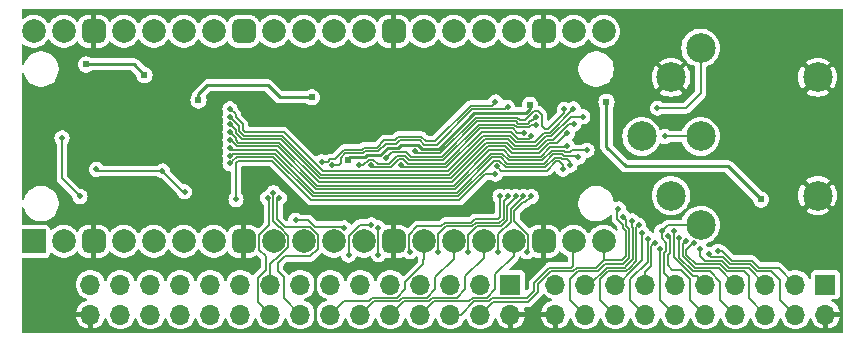
<source format=gbr>
%TF.GenerationSoftware,KiCad,Pcbnew,8.0.5*%
%TF.CreationDate,2025-05-13T06:25:59+01:00*%
%TF.ProjectId,pico1541 v0.1,7069636f-3135-4343-9120-76302e312e6b,rev?*%
%TF.SameCoordinates,Original*%
%TF.FileFunction,Copper,L2,Bot*%
%TF.FilePolarity,Positive*%
%FSLAX46Y46*%
G04 Gerber Fmt 4.6, Leading zero omitted, Abs format (unit mm)*
G04 Created by KiCad (PCBNEW 8.0.5) date 2025-05-13 06:25:59*
%MOMM*%
%LPD*%
G01*
G04 APERTURE LIST*
G04 Aperture macros list*
%AMRoundRect*
0 Rectangle with rounded corners*
0 $1 Rounding radius*
0 $2 $3 $4 $5 $6 $7 $8 $9 X,Y pos of 4 corners*
0 Add a 4 corners polygon primitive as box body*
4,1,4,$2,$3,$4,$5,$6,$7,$8,$9,$2,$3,0*
0 Add four circle primitives for the rounded corners*
1,1,$1+$1,$2,$3*
1,1,$1+$1,$4,$5*
1,1,$1+$1,$6,$7*
1,1,$1+$1,$8,$9*
0 Add four rect primitives between the rounded corners*
20,1,$1+$1,$2,$3,$4,$5,0*
20,1,$1+$1,$4,$5,$6,$7,0*
20,1,$1+$1,$6,$7,$8,$9,0*
20,1,$1+$1,$8,$9,$2,$3,0*%
G04 Aperture macros list end*
%TA.AperFunction,ComponentPad*%
%ADD10R,1.700000X1.700000*%
%TD*%
%TA.AperFunction,ComponentPad*%
%ADD11O,1.700000X1.700000*%
%TD*%
%TA.AperFunction,ComponentPad*%
%ADD12R,2.000000X2.000000*%
%TD*%
%TA.AperFunction,ComponentPad*%
%ADD13C,2.000000*%
%TD*%
%TA.AperFunction,ComponentPad*%
%ADD14RoundRect,0.500000X-0.500000X-0.500000X0.500000X-0.500000X0.500000X0.500000X-0.500000X0.500000X0*%
%TD*%
%TA.AperFunction,ComponentPad*%
%ADD15C,2.500000*%
%TD*%
%TA.AperFunction,ViaPad*%
%ADD16C,0.609600*%
%TD*%
%TA.AperFunction,ViaPad*%
%ADD17C,0.508000*%
%TD*%
%TA.AperFunction,Conductor*%
%ADD18C,0.254000*%
%TD*%
%TA.AperFunction,Conductor*%
%ADD19C,0.152400*%
%TD*%
G04 APERTURE END LIST*
D10*
%TO.P,J6,1,Pin_1*%
%TO.N,+3V3*%
X163195000Y-95859600D03*
D11*
%TO.P,J6,2,Pin_2*%
%TO.N,GND*%
X163195000Y-98399600D03*
%TO.P,J6,3,Pin_3*%
%TO.N,~{RESET_IN}*%
X160655000Y-95859600D03*
%TO.P,J6,4,Pin_4*%
%TO.N,~{REN_IO}*%
X160655000Y-98399600D03*
%TO.P,J6,5,Pin_5*%
%TO.N,~{CLOCK_IN}*%
X158115000Y-95859600D03*
%TO.P,J6,6,Pin_6*%
%TO.N,~{SRQ_OUT}*%
X158115000Y-98399600D03*
%TO.P,J6,7,Pin_7*%
%TO.N,~{DATA_IN}*%
X155575000Y-95859600D03*
%TO.P,J6,8,Pin_8*%
%TO.N,~{DATA_OUT}*%
X155575000Y-98399600D03*
%TO.P,J6,9,Pin_9*%
%TO.N,~{EOI_IO}*%
X153035000Y-95859600D03*
%TO.P,J6,10,Pin_10*%
%TO.N,~{ATN_OUT}*%
X153035000Y-98399600D03*
%TO.P,J6,11,Pin_11*%
%TO.N,~{DAV_IO}*%
X150495000Y-95859600D03*
%TO.P,J6,12,Pin_12*%
%TO.N,~{CLOCK_OUT}*%
X150495000Y-98399600D03*
%TO.P,J6,13,Pin_13*%
%TO.N,~{ATN_IN}*%
X147955000Y-95859600D03*
%TO.P,J6,14,Pin_14*%
%TO.N,~{RESET_OUT}*%
X147955000Y-98399600D03*
%TO.P,J6,15,Pin_15*%
%TO.N,~{SRQ_IN}*%
X145415000Y-95859600D03*
%TO.P,J6,16,Pin_16*%
%TO.N,GP26*%
X145415000Y-98399600D03*
%TO.P,J6,17,Pin_17*%
%TO.N,GP27*%
X142875000Y-95859600D03*
%TO.P,J6,18,Pin_18*%
%TO.N,GP28*%
X142875000Y-98399600D03*
%TO.P,J6,19,Pin_19*%
%TO.N,D4*%
X140335000Y-95859600D03*
%TO.P,J6,20,Pin_20*%
%TO.N,D5*%
X140335000Y-98399600D03*
%TO.P,J6,21,Pin_21*%
%TO.N,D6*%
X137795000Y-95859600D03*
%TO.P,J6,22,Pin_22*%
%TO.N,D7*%
X137795000Y-98399600D03*
%TO.P,J6,23,Pin_23*%
%TO.N,D3*%
X135255000Y-95859600D03*
%TO.P,J6,24,Pin_24*%
%TO.N,D2*%
X135255000Y-98399600D03*
%TO.P,J6,25,Pin_25*%
%TO.N,D1*%
X132715000Y-95859600D03*
%TO.P,J6,26,Pin_26*%
%TO.N,D0*%
X132715000Y-98399600D03*
%TO.P,J6,27,Pin_27*%
%TO.N,GP1*%
X130175000Y-95859600D03*
%TO.P,J6,28,Pin_28*%
%TO.N,GP0*%
X130175000Y-98399600D03*
%TO.P,J6,29,Pin_29*%
%TO.N,+3V3*%
X127635000Y-95859600D03*
%TO.P,J6,30,Pin_30*%
%TO.N,GND*%
X127635000Y-98399600D03*
%TD*%
D12*
%TO.P,U1,1,GP0*%
%TO.N,GP0*%
X122816000Y-92195000D03*
D13*
%TO.P,U1,2,GP1*%
%TO.N,GP1*%
X125356000Y-92195000D03*
D14*
%TO.P,U1,3,GND*%
%TO.N,GND*%
X127896000Y-92195000D03*
D13*
%TO.P,U1,4,GP2*%
%TO.N,D0*%
X130436000Y-92195000D03*
%TO.P,U1,5,GP3*%
%TO.N,D1*%
X132976000Y-92195000D03*
%TO.P,U1,6,GP4*%
%TO.N,D2*%
X135516000Y-92195000D03*
%TO.P,U1,7,GP5*%
%TO.N,D3*%
X138056000Y-92195000D03*
D14*
%TO.P,U1,8,GND*%
%TO.N,GND*%
X140596000Y-92195000D03*
D13*
%TO.P,U1,9,GP6*%
%TO.N,D7*%
X143136000Y-92195000D03*
%TO.P,U1,10,GP7*%
%TO.N,D6*%
X145676000Y-92195000D03*
%TO.P,U1,11,GP8*%
%TO.N,D5*%
X148216000Y-92195000D03*
%TO.P,U1,12,GP9*%
%TO.N,D4*%
X150756000Y-92195000D03*
D14*
%TO.P,U1,13,GND*%
%TO.N,GND*%
X153296000Y-92195000D03*
D13*
%TO.P,U1,14,GP10*%
%TO.N,~{RESET_OUT}*%
X155836000Y-92195000D03*
%TO.P,U1,15,GP11*%
%TO.N,~{CLOCK_OUT}*%
X158376000Y-92195000D03*
%TO.P,U1,16,GP12*%
%TO.N,~{ATN_OUT}*%
X160916000Y-92195000D03*
%TO.P,U1,17,GP13*%
%TO.N,~{DATA_OUT}*%
X163456000Y-92195000D03*
D14*
%TO.P,U1,18,GND*%
%TO.N,GND*%
X165996000Y-92195000D03*
D13*
%TO.P,U1,19,GP14*%
%TO.N,~{SRQ_OUT}*%
X168536000Y-92195000D03*
%TO.P,U1,20,GP15*%
%TO.N,~{REN_IO}*%
X171076000Y-92195000D03*
%TO.P,U1,21,GP16*%
%TO.N,~{SRQ_IN}*%
X171076000Y-74415000D03*
%TO.P,U1,22,GP17*%
%TO.N,~{ATN_IN}*%
X168536000Y-74415000D03*
D14*
%TO.P,U1,23,GND*%
%TO.N,GND*%
X165996000Y-74415000D03*
D13*
%TO.P,U1,24,GP18*%
%TO.N,~{RESET_IN}*%
X163456000Y-74415000D03*
%TO.P,U1,25,GP19*%
%TO.N,~{CLOCK_IN}*%
X160916000Y-74415000D03*
%TO.P,U1,26,GP20*%
%TO.N,~{DATA_IN}*%
X158376000Y-74415000D03*
%TO.P,U1,27,GP21*%
%TO.N,~{EOI_IO}*%
X155836000Y-74415000D03*
D14*
%TO.P,U1,28,GND*%
%TO.N,GND*%
X153296000Y-74415000D03*
D13*
%TO.P,U1,29,GP22*%
%TO.N,~{DAV_IO}*%
X150756000Y-74415000D03*
%TO.P,U1,30,RUN*%
%TO.N,unconnected-(U1-RUN-Pad30)*%
X148216000Y-74415000D03*
%TO.P,U1,31,GP26*%
%TO.N,GP26*%
X145676000Y-74415000D03*
%TO.P,U1,32,GP27*%
%TO.N,GP27*%
X143136000Y-74415000D03*
D14*
%TO.P,U1,33,AGND*%
%TO.N,unconnected-(U1-AGND-Pad33)*%
X140596000Y-74415000D03*
D13*
%TO.P,U1,34,GP28*%
%TO.N,GP28*%
X138056000Y-74415000D03*
%TO.P,U1,35,ADC_REF*%
%TO.N,unconnected-(U1-ADC_REF-Pad35)*%
X135516000Y-74415000D03*
%TO.P,U1,36,3V3*%
%TO.N,+3V3*%
X132976000Y-74415000D03*
%TO.P,U1,37,3V3_EN*%
%TO.N,unconnected-(U1-3V3_EN-Pad37)*%
X130436000Y-74415000D03*
D14*
%TO.P,U1,38,GND*%
%TO.N,GND*%
X127896000Y-74415000D03*
D13*
%TO.P,U1,39,VSYS*%
%TO.N,unconnected-(U1-VSYS-Pad39)*%
X125356000Y-74415000D03*
%TO.P,U1,40,VBUS_(5V)*%
%TO.N,+5V*%
X122816000Y-74415000D03*
%TD*%
D10*
%TO.P,J5,1,Pin_1*%
%TO.N,+5V*%
X189865000Y-95859600D03*
D11*
%TO.P,J5,2,Pin_2*%
%TO.N,GND*%
X189865000Y-98399600D03*
%TO.P,J5,3,Pin_3*%
%TO.N,~{SRQ}*%
X187325000Y-95859600D03*
%TO.P,J5,4,Pin_4*%
%TO.N,DIO1*%
X187325000Y-98399600D03*
%TO.P,J5,5,Pin_5*%
%TO.N,~{ATN}*%
X184785000Y-95859600D03*
%TO.P,J5,6,Pin_6*%
%TO.N,DIO2*%
X184785000Y-98399600D03*
%TO.P,J5,7,Pin_7*%
%TO.N,~{IFC}*%
X182245000Y-95859600D03*
%TO.P,J5,8,Pin_8*%
%TO.N,DIO3*%
X182245000Y-98399600D03*
%TO.P,J5,9,Pin_9*%
%TO.N,~{CLOCK}*%
X179705000Y-95859600D03*
%TO.P,J5,10,Pin_10*%
%TO.N,DIO4*%
X179705000Y-98399600D03*
%TO.P,J5,11,Pin_11*%
%TO.N,~{DATA}*%
X177165000Y-95859600D03*
%TO.P,J5,12,Pin_12*%
%TO.N,DIO5*%
X177165000Y-98399600D03*
%TO.P,J5,13,Pin_13*%
%TO.N,~{EOI}*%
X174625000Y-95859600D03*
%TO.P,J5,14,Pin_14*%
%TO.N,DIO6*%
X174625000Y-98399600D03*
%TO.P,J5,15,Pin_15*%
%TO.N,~{DAV}*%
X172085000Y-95859600D03*
%TO.P,J5,16,Pin_16*%
%TO.N,DIO7*%
X172085000Y-98399600D03*
%TO.P,J5,17,Pin_17*%
%TO.N,~{REN}*%
X169545000Y-95859600D03*
%TO.P,J5,18,Pin_18*%
%TO.N,DIO8*%
X169545000Y-98399600D03*
%TO.P,J5,19,Pin_19*%
%TO.N,+5V*%
X167005000Y-95859600D03*
%TO.P,J5,20,Pin_20*%
%TO.N,GND*%
X167005000Y-98399600D03*
%TD*%
D15*
%TO.P,J4,1*%
%TO.N,~{SRQ}*%
X179295000Y-75812000D03*
%TO.P,J4,2*%
%TO.N,GND*%
X176795000Y-78312000D03*
%TO.P,J4,3*%
%TO.N,~{ATN}*%
X179295000Y-83312000D03*
%TO.P,J4,4*%
%TO.N,~{CLOCK}*%
X176795000Y-88312000D03*
%TO.P,J4,5*%
%TO.N,~{DATA}*%
X179295000Y-90812000D03*
%TO.P,J4,6*%
%TO.N,~{IFC}*%
X174295000Y-83312000D03*
%TO.P,J4,PE*%
%TO.N,GND*%
X189195000Y-78312000D03*
X189195000Y-88312000D03*
%TD*%
D16*
%TO.N,GND*%
X126318000Y-86059000D03*
X163703000Y-77851000D03*
X157480000Y-89484200D03*
X146304000Y-78359000D03*
X138811000Y-86995000D03*
D17*
X166497000Y-86868000D03*
D16*
X135509000Y-80010000D03*
%TO.N,+5V*%
X132207000Y-78105000D03*
X146356316Y-79999500D03*
X184404000Y-88646000D03*
X127254000Y-77216000D03*
X171323000Y-80385600D03*
X164837316Y-80636316D03*
X149419329Y-85284329D03*
X136779000Y-80264000D03*
D17*
%TO.N,~{REN}*%
X173493951Y-90462849D03*
%TO.N,DIO6*%
X139446000Y-84277194D03*
X169682988Y-84469412D03*
X174821846Y-91956147D03*
%TO.N,~{DATA}*%
X153924000Y-85725000D03*
X176007899Y-91346147D03*
X164973000Y-83312000D03*
%TO.N,DIO3*%
X139446000Y-82295985D03*
X168576500Y-82248500D03*
X177486507Y-91870746D03*
%TO.N,DIO4*%
X168021000Y-83058000D03*
X139446000Y-82956388D03*
X176521307Y-91764807D03*
%TO.N,~{DAV}*%
X174339246Y-91456308D03*
%TO.N,~{ATN}*%
X176256200Y-83312000D03*
X179247656Y-92844495D03*
X152677750Y-85140800D03*
X165354000Y-81661000D03*
%TO.N,DIO1*%
X168529000Y-80978500D03*
X179988007Y-93298555D03*
X139449141Y-80975187D03*
%TO.N,~{SRQ}*%
X175641000Y-80919000D03*
X180769776Y-93012776D03*
X155101308Y-84531200D03*
X167758790Y-80991929D03*
%TO.N,~{EOI}*%
X175412400Y-92329000D03*
%TO.N,DIO7*%
X139446000Y-84937597D03*
X174033737Y-90843325D03*
X168931488Y-85082912D03*
%TO.N,~{CLOCK}*%
X151384000Y-85750400D03*
X177028602Y-91341979D03*
X164332315Y-83007200D03*
%TO.N,DIO5*%
X139446000Y-83616791D03*
X168021000Y-84149600D03*
X175895000Y-92815014D03*
%TO.N,DIO8*%
X139446000Y-85598000D03*
X168233975Y-85750400D03*
X172713203Y-90113153D03*
%TO.N,~{IFC}*%
X150393400Y-85750400D03*
X165347500Y-82337000D03*
X178085633Y-92148557D03*
%TO.N,DIO2*%
X139446000Y-81635582D03*
X178710628Y-92361895D03*
X169322500Y-81629500D03*
%TO.N,~{DAV_IO}*%
X154686000Y-93091000D03*
X162306000Y-88392000D03*
%TO.N,~{REN_IO}*%
X167640304Y-86069599D03*
X172339000Y-89452093D03*
X162052000Y-85852000D03*
%TO.N,~{RESET_IN}*%
X164947612Y-88392000D03*
X164592000Y-93091000D03*
%TO.N,D4*%
X145014793Y-90420241D03*
X149098000Y-91059000D03*
%TO.N,~{ATN_IN}*%
X152019000Y-91059000D03*
X162948354Y-80822800D03*
X152019000Y-93345000D03*
X148095699Y-85750400D03*
%TO.N,GP27*%
X143129000Y-88068191D03*
%TO.N,~{SRQ_IN}*%
X161925000Y-80391000D03*
X151417478Y-90786415D03*
X149482502Y-93348502D03*
X147203302Y-85460698D03*
%TO.N,~{EOI_IO}*%
X157099000Y-93091000D03*
X162966403Y-88392000D03*
%TO.N,GP1*%
X126746000Y-88392000D03*
X125222000Y-83439000D03*
%TO.N,GP26*%
X143611600Y-88519000D03*
%TO.N,~{CLOCK_IN}*%
X162179000Y-93091000D03*
X164287209Y-88392000D03*
%TO.N,GP28*%
X142646400Y-88519000D03*
%TO.N,~{DATA_IN}*%
X159639000Y-93091000D03*
X163626806Y-88392000D03*
%TO.N,OE*%
X133731000Y-86233000D03*
X139954000Y-88646000D03*
X135610600Y-88011000D03*
X161922484Y-86499578D03*
X128143000Y-86106000D03*
%TD*%
D18*
%TO.N,GND*%
X146685000Y-95631000D02*
X146685000Y-99060000D01*
X146685000Y-94996000D02*
X146685000Y-95631000D01*
X153296000Y-93719000D02*
X152781000Y-94234000D01*
X152781000Y-94234000D02*
X150749000Y-94234000D01*
X153296000Y-92195000D02*
X153296000Y-93719000D01*
X147447000Y-94234000D02*
X147066000Y-94615000D01*
X146685000Y-99060000D02*
X146558000Y-99187000D01*
X147066000Y-94615000D02*
X146685000Y-94996000D01*
X150749000Y-94234000D02*
X147447000Y-94234000D01*
%TO.N,+5V*%
X142652408Y-78994000D02*
X137541000Y-78994000D01*
X155727400Y-84353400D02*
X157105602Y-84353400D01*
X152787008Y-84277200D02*
X153670000Y-84277200D01*
X153949400Y-83997800D02*
X155371800Y-83997800D01*
X149419329Y-85284329D02*
X149613658Y-85090000D01*
X137541000Y-78994000D02*
X136779000Y-79756000D01*
X160102802Y-81356200D02*
X164473406Y-81356200D01*
X146356316Y-79999500D02*
X143657908Y-79999500D01*
X131318000Y-77216000D02*
X132207000Y-78105000D01*
X171323000Y-80385600D02*
X171323000Y-84201000D01*
X153670000Y-84277200D02*
X153949400Y-83997800D01*
X136779000Y-79756000D02*
X136779000Y-80264000D01*
X164837316Y-80992290D02*
X164837316Y-80636316D01*
X157105602Y-84353400D02*
X160102802Y-81356200D01*
X150859006Y-85090000D02*
X151036806Y-84912200D01*
X181610000Y-85852000D02*
X184404000Y-88646000D01*
X164473406Y-81356200D02*
X164837316Y-80992290D01*
X151036806Y-84912200D02*
X152152008Y-84912200D01*
X143657908Y-79999500D02*
X142652408Y-78994000D01*
X149613658Y-85090000D02*
X150859006Y-85090000D01*
X172974000Y-85852000D02*
X181610000Y-85852000D01*
X127254000Y-77216000D02*
X131318000Y-77216000D01*
X152152008Y-84912200D02*
X152787008Y-84277200D01*
X155371800Y-83997800D02*
X155727400Y-84353400D01*
X171323000Y-84201000D02*
X172974000Y-85852000D01*
D19*
%TO.N,~{REN}*%
X173493951Y-90986039D02*
X173551846Y-91043934D01*
X169878192Y-95859600D02*
X169545000Y-95859600D01*
X171324870Y-94412922D02*
X169878192Y-95859600D01*
X172872151Y-94412922D02*
X171324870Y-94412922D01*
X173493951Y-90462849D02*
X173493951Y-90986039D01*
X173551846Y-93724504D02*
X172974000Y-94302350D01*
X172974000Y-94302350D02*
X172974000Y-94311073D01*
X173551846Y-91043934D02*
X173551846Y-93724504D01*
X172974000Y-94311073D02*
X172872151Y-94412922D01*
%TO.N,DIO6*%
X174821846Y-91956147D02*
X174821846Y-93910154D01*
X168383688Y-84469412D02*
X169682988Y-84469412D01*
X139623806Y-84455000D02*
X143359844Y-84455000D01*
X146687244Y-87782400D02*
X158497496Y-87782400D01*
X168220900Y-84632200D02*
X168383688Y-84469412D01*
X174821846Y-93910154D02*
X173355000Y-95377000D01*
X161520096Y-84759800D02*
X162504404Y-84759800D01*
X162504404Y-84759800D02*
X163063204Y-85318600D01*
X173355000Y-97129600D02*
X174625000Y-98399600D01*
X163063204Y-85318600D02*
X165887400Y-85318600D01*
X158497496Y-87782400D02*
X161520096Y-84759800D01*
X173355000Y-95377000D02*
X173355000Y-97129600D01*
X166700200Y-84505800D02*
X167694700Y-84505800D01*
X139446000Y-84277194D02*
X139623806Y-84455000D01*
X167694700Y-84505800D02*
X167821100Y-84632200D01*
X167821100Y-84632200D02*
X168220900Y-84632200D01*
X165887400Y-85318600D02*
X166700200Y-84505800D01*
X143359844Y-84455000D02*
X146687244Y-87782400D01*
%TO.N,~{DATA}*%
X176199800Y-94894400D02*
X177165000Y-95859600D01*
X176007899Y-91346147D02*
X176007899Y-91933899D01*
X163261916Y-82931000D02*
X160762584Y-82931000D01*
X157765384Y-85928200D02*
X154127200Y-85928200D01*
X176542046Y-90812000D02*
X179295000Y-90812000D01*
X164973000Y-83312000D02*
X164795200Y-83489800D01*
X176377600Y-92303600D02*
X176377600Y-93014914D01*
X154127200Y-85928200D02*
X153924000Y-85725000D01*
X176007899Y-91933899D02*
X176377600Y-92303600D01*
X176007899Y-91346147D02*
X176542046Y-90812000D01*
X179295000Y-90812000D02*
X179458000Y-90812000D01*
X176377600Y-93014914D02*
X176199800Y-93192714D01*
X160762584Y-82931000D02*
X157765384Y-85928200D01*
X176199800Y-93192714D02*
X176199800Y-94894400D01*
X163820716Y-83489800D02*
X163261916Y-82931000D01*
X164795200Y-83489800D02*
X163820716Y-83489800D01*
%TO.N,DIO3*%
X180975000Y-95604229D02*
X180975000Y-97129600D01*
X139468097Y-82295985D02*
X139928600Y-82756488D01*
X140483361Y-83540600D02*
X143738600Y-83540600D01*
X177486507Y-93566403D02*
X178662104Y-94742000D01*
X139928600Y-82756488D02*
X139928600Y-82985839D01*
X139446000Y-82295985D02*
X139468097Y-82295985D01*
X158118740Y-86868000D02*
X158307370Y-86679370D01*
X147066000Y-86868000D02*
X158118740Y-86868000D01*
X168148000Y-82248500D02*
X168576500Y-82248500D01*
X158307370Y-86679370D02*
X161141340Y-83845400D01*
X143738600Y-83540600D02*
X147066000Y-86868000D01*
X161141340Y-83845400D02*
X162883160Y-83845400D01*
X178662104Y-94742000D02*
X180112771Y-94742000D01*
X165504904Y-84404200D02*
X166317704Y-83591400D01*
X139928600Y-82985839D02*
X140483361Y-83540600D01*
X166317704Y-83591400D02*
X166805100Y-83591400D01*
X163441960Y-84404200D02*
X165504904Y-84404200D01*
X166805100Y-83591400D02*
X168148000Y-82248500D01*
X162883160Y-83845400D02*
X163441960Y-84404200D01*
X180975000Y-97129600D02*
X182245000Y-98399600D01*
X177486507Y-91870746D02*
X177486507Y-93566403D01*
X180112771Y-94742000D02*
X180975000Y-95604229D01*
%TO.N,DIO4*%
X167105852Y-83896200D02*
X167944052Y-83058000D01*
X165631156Y-84709000D02*
X166443956Y-83896200D01*
X178435000Y-95377000D02*
X178435000Y-97129600D01*
X177673000Y-94615000D02*
X178435000Y-95377000D01*
X139446000Y-82956388D02*
X139468097Y-82956388D01*
X163315708Y-84709000D02*
X165631156Y-84709000D01*
X176911000Y-94615000D02*
X177673000Y-94615000D01*
X139928600Y-83416891D02*
X139928600Y-83617548D01*
X161267592Y-84150200D02*
X162756908Y-84150200D01*
X176530000Y-93345000D02*
X176530000Y-94234000D01*
X139468097Y-82956388D02*
X139928600Y-83416891D01*
X140156452Y-83845400D02*
X143612348Y-83845400D01*
X162756908Y-84150200D02*
X163315708Y-84709000D01*
X143612348Y-83845400D02*
X146939748Y-87172800D01*
X176521307Y-91764807D02*
X176682400Y-91925900D01*
X146939748Y-87172800D02*
X158244992Y-87172800D01*
X176682400Y-93192600D02*
X176530000Y-93345000D01*
X178435000Y-97129600D02*
X179705000Y-98399600D01*
X158244992Y-87172800D02*
X161267592Y-84150200D01*
X167944052Y-83058000D02*
X168021000Y-83058000D01*
X176530000Y-94234000D02*
X176911000Y-94615000D01*
X166443956Y-83896200D02*
X167105852Y-83896200D01*
X139928600Y-83617548D02*
X140156452Y-83845400D01*
X176682400Y-91925900D02*
X176682400Y-93192600D01*
%TO.N,~{DAV}*%
X172287577Y-95859600D02*
X172085000Y-95859600D01*
X173583600Y-94554854D02*
X173583600Y-94563577D01*
X174339246Y-93799208D02*
X173583600Y-94554854D01*
X174339246Y-91456308D02*
X174339246Y-93799208D01*
X173583600Y-94563577D02*
X172287577Y-95859600D01*
%TO.N,~{ATN}*%
X152677750Y-85140800D02*
X153185750Y-84632800D01*
X183362600Y-94437200D02*
X184785000Y-95859600D01*
X163843872Y-82219800D02*
X164639056Y-82219800D01*
X179679600Y-93827600D02*
X181075104Y-93827600D01*
X179247656Y-93395656D02*
X179679600Y-93827600D01*
X181684704Y-94437200D02*
X183362600Y-94437200D01*
X165147600Y-81854400D02*
X165160600Y-81854400D01*
X164826656Y-82032200D02*
X164969800Y-82032200D01*
X179247656Y-92844495D02*
X179247656Y-93395656D01*
X160376348Y-82016600D02*
X163640672Y-82016600D01*
X176256200Y-83312000D02*
X179295000Y-83312000D01*
X154757404Y-85013800D02*
X157379148Y-85013800D01*
X181075104Y-93827600D02*
X181684704Y-94437200D01*
X164969800Y-82032200D02*
X165147600Y-81854400D01*
X157379148Y-85013800D02*
X160376348Y-82016600D01*
X163640672Y-82016600D02*
X163843872Y-82219800D01*
X154376404Y-84632800D02*
X154757404Y-85013800D01*
X164639056Y-82219800D02*
X164826656Y-82032200D01*
X165160600Y-81854400D02*
X165354000Y-81661000D01*
X153185750Y-84632800D02*
X154376404Y-84632800D01*
%TO.N,DIO1*%
X163135664Y-83235800D02*
X163694464Y-83794600D01*
X181201356Y-93522800D02*
X181810956Y-94132400D01*
X143991104Y-82931000D02*
X147293104Y-86233000D01*
X184098452Y-94742000D02*
X185293000Y-94742000D01*
X140735865Y-82931000D02*
X143991104Y-82931000D01*
X140538200Y-82274633D02*
X140538200Y-82733335D01*
X139928600Y-81435682D02*
X139928600Y-81665033D01*
X165252400Y-83794600D02*
X166065200Y-82981800D01*
X147701000Y-86233000D02*
X157891636Y-86233000D01*
X139449141Y-80975187D02*
X139468105Y-80975187D01*
X147293104Y-86233000D02*
X147701000Y-86233000D01*
X180212252Y-93522800D02*
X181201356Y-93522800D01*
X183488852Y-94132400D02*
X184098452Y-94742000D01*
X140538200Y-82733335D02*
X140735865Y-82931000D01*
X166525700Y-82981800D02*
X168529000Y-80978500D01*
X157891636Y-86233000D02*
X160888836Y-83235800D01*
X186055000Y-97129600D02*
X187325000Y-98399600D01*
X179988007Y-93298555D02*
X180212252Y-93522800D01*
X186055000Y-95504000D02*
X186055000Y-97129600D01*
X139928600Y-81665033D02*
X140538200Y-82274633D01*
X181810956Y-94132400D02*
X183488852Y-94132400D01*
X160888836Y-83235800D02*
X163135664Y-83235800D01*
X185293000Y-94742000D02*
X186055000Y-95504000D01*
X163694464Y-83794600D02*
X165252400Y-83794600D01*
X139468105Y-80975187D02*
X139928600Y-81435682D01*
X166065200Y-82981800D02*
X166525700Y-82981800D01*
%TO.N,~{SRQ}*%
X157252896Y-84709000D02*
X160250096Y-81711800D01*
X165862000Y-81486500D02*
X165862000Y-82423000D01*
X166399448Y-82677000D02*
X167758790Y-81317658D01*
X181122384Y-93012776D02*
X181937208Y-93827600D01*
X164871400Y-81496087D02*
X164871400Y-81461100D01*
X164871400Y-81461100D02*
X165154100Y-81178400D01*
X165553900Y-81178400D02*
X165862000Y-81486500D01*
X181937208Y-93827600D02*
X183615104Y-93827600D01*
X167758790Y-81317658D02*
X167758790Y-80991929D01*
X183615104Y-93827600D02*
X184224704Y-94437200D01*
X163766924Y-81711800D02*
X163970124Y-81915000D01*
X175641000Y-80919000D02*
X178034000Y-80919000D01*
X166116000Y-82677000D02*
X166399448Y-82677000D01*
X179295000Y-79658000D02*
X179295000Y-75812000D01*
X165154100Y-81178400D02*
X165553900Y-81178400D01*
X164452487Y-81915000D02*
X164871400Y-81496087D01*
X165862000Y-82423000D02*
X166116000Y-82677000D01*
X178034000Y-80919000D02*
X179295000Y-79658000D01*
X155101308Y-84531200D02*
X155279108Y-84709000D01*
X155279108Y-84709000D02*
X157252896Y-84709000D01*
X163970124Y-81915000D02*
X164452487Y-81915000D01*
X184224704Y-94437200D02*
X185902600Y-94437200D01*
X160250096Y-81711800D02*
X163766924Y-81711800D01*
X180769776Y-93012776D02*
X181122384Y-93012776D01*
X185902600Y-94437200D02*
X187325000Y-95859600D01*
%TO.N,~{EOI}*%
X174625000Y-94765281D02*
X174625000Y-95859600D01*
X175412400Y-92329000D02*
X175126646Y-92614754D01*
X175126646Y-92614754D02*
X175126646Y-94263635D01*
X175126646Y-94263635D02*
X174625000Y-94765281D01*
%TO.N,DIO7*%
X162936952Y-85623400D02*
X166013652Y-85623400D01*
X170815000Y-97129600D02*
X172085000Y-98399600D01*
X139645894Y-84759800D02*
X143233592Y-84759800D01*
X146560992Y-88087200D02*
X158623748Y-88087200D01*
X166826452Y-84810600D02*
X167568448Y-84810600D01*
X173278800Y-94428602D02*
X173278800Y-94437325D01*
X167568448Y-84810600D02*
X167694848Y-84937000D01*
X166013652Y-85623400D02*
X166826452Y-84810600D01*
X168811576Y-84963000D02*
X168931488Y-85082912D01*
X158623748Y-88087200D02*
X161646348Y-85064600D01*
X171451122Y-94717722D02*
X170815000Y-95353844D01*
X173856646Y-91020416D02*
X173856646Y-93850756D01*
X167694848Y-84937000D02*
X168347152Y-84937000D01*
X172998403Y-94717722D02*
X171451122Y-94717722D01*
X174033737Y-90843325D02*
X173856646Y-91020416D01*
X173856646Y-93850756D02*
X173278800Y-94428602D01*
X168347152Y-84937000D02*
X168373152Y-84963000D01*
X161646348Y-85064600D02*
X162378152Y-85064600D01*
X173278800Y-94437325D02*
X172998403Y-94717722D01*
X170815000Y-95353844D02*
X170815000Y-97129600D01*
X162378152Y-85064600D02*
X162936952Y-85623400D01*
X139446000Y-84937597D02*
X139468097Y-84937597D01*
X168373152Y-84963000D02*
X168811576Y-84963000D01*
X143233592Y-84759800D02*
X146560992Y-88087200D01*
X139468097Y-84937597D02*
X139645894Y-84759800D01*
%TO.N,~{CLOCK}*%
X163769168Y-83007200D02*
X163388168Y-82626200D01*
X153038300Y-85928200D02*
X151561800Y-85928200D01*
X177003907Y-93514855D02*
X178612052Y-95123000D01*
X160636332Y-82626200D02*
X157639132Y-85623400D01*
X178612052Y-95123000D02*
X178968400Y-95123000D01*
X157639132Y-85623400D02*
X154504900Y-85623400D01*
X154123900Y-85242400D02*
X153724100Y-85242400D01*
X154504900Y-85623400D02*
X154123900Y-85242400D01*
X178968400Y-95123000D02*
X179705000Y-95859600D01*
X177028602Y-91341979D02*
X177003907Y-91366674D01*
X164332315Y-83007200D02*
X163769168Y-83007200D01*
X163388168Y-82626200D02*
X160636332Y-82626200D01*
X177003907Y-91366674D02*
X177003907Y-93514855D01*
X153724100Y-85242400D02*
X153038300Y-85928200D01*
X151561800Y-85928200D02*
X151384000Y-85750400D01*
%TO.N,DIO5*%
X143486096Y-84150200D02*
X146813496Y-87477600D01*
X163189456Y-85013800D02*
X165757408Y-85013800D01*
X146813496Y-87477600D02*
X158371244Y-87477600D01*
X166570208Y-84201000D02*
X167969600Y-84201000D01*
X161393844Y-84455000D02*
X162630656Y-84455000D01*
X175895000Y-92815014D02*
X175895000Y-97129600D01*
X139446000Y-83616791D02*
X139496791Y-83616791D01*
X175895000Y-97129600D02*
X177165000Y-98399600D01*
X165757408Y-85013800D02*
X166570208Y-84201000D01*
X139496791Y-83616791D02*
X140030200Y-84150200D01*
X140030200Y-84150200D02*
X143486096Y-84150200D01*
X162630656Y-84455000D02*
X163189456Y-85013800D01*
X167969600Y-84201000D02*
X168021000Y-84149600D01*
X158371244Y-87477600D02*
X161393844Y-84455000D01*
%TO.N,DIO8*%
X166952704Y-85115400D02*
X167442196Y-85115400D01*
X139446000Y-85598000D02*
X139623803Y-85420197D01*
X171199740Y-94107000D02*
X170564740Y-94742000D01*
X170564740Y-94742000D02*
X168910000Y-94742000D01*
X146434740Y-88392000D02*
X158750000Y-88392000D01*
X161772600Y-85369400D02*
X162251900Y-85369400D01*
X173011351Y-90411301D02*
X173011351Y-90934491D01*
X167568596Y-85241800D02*
X167959825Y-85241800D01*
X140001497Y-85064600D02*
X143107340Y-85064600D01*
X139623803Y-85420197D02*
X139645900Y-85420197D01*
X162810700Y-85928200D02*
X166139904Y-85928200D01*
X172738298Y-94107000D02*
X171199740Y-94107000D01*
X173011351Y-90934491D02*
X173247046Y-91170186D01*
X168910000Y-94742000D02*
X168275000Y-95377000D01*
X173247046Y-93598252D02*
X172738298Y-94107000D01*
X168233975Y-85515950D02*
X168233975Y-85750400D01*
X173247046Y-91170186D02*
X173247046Y-93598252D01*
X167442196Y-85115400D02*
X167568596Y-85241800D01*
X168275000Y-97129600D02*
X169545000Y-98399600D01*
X158750000Y-88392000D02*
X161772600Y-85369400D01*
X162251900Y-85369400D02*
X162810700Y-85928200D01*
X166139904Y-85928200D02*
X166952704Y-85115400D01*
X143107340Y-85064600D02*
X146434740Y-88392000D01*
X172713203Y-90113153D02*
X173011351Y-90411301D01*
X139645900Y-85420197D02*
X140001497Y-85064600D01*
X167959825Y-85241800D02*
X168233975Y-85515950D01*
X168275000Y-95377000D02*
X168275000Y-97129600D01*
%TO.N,~{IFC}*%
X163514420Y-82321400D02*
X163717620Y-82524600D01*
X154250152Y-84937600D02*
X154631152Y-85318600D01*
X178085633Y-92148557D02*
X177791307Y-92442883D01*
X150701500Y-85750400D02*
X151184100Y-85267800D01*
X163717620Y-82524600D02*
X164765308Y-82524600D01*
X160502600Y-82321400D02*
X163514420Y-82321400D01*
X153597848Y-84937600D02*
X154250152Y-84937600D01*
X164765308Y-82524600D02*
X164952908Y-82337000D01*
X164952908Y-82337000D02*
X165347500Y-82337000D01*
X157505400Y-85318600D02*
X160502600Y-82321400D01*
X178788356Y-94437200D02*
X180822600Y-94437200D01*
X154631152Y-85318600D02*
X157505400Y-85318600D01*
X177791307Y-93440151D02*
X178788356Y-94437200D01*
X151184100Y-85267800D02*
X151583900Y-85267800D01*
X151583900Y-85267800D02*
X151939500Y-85623400D01*
X180822600Y-94437200D02*
X182245000Y-95859600D01*
X177791307Y-92442883D02*
X177791307Y-93440151D01*
X152912048Y-85623400D02*
X153597848Y-84937600D01*
X151939500Y-85623400D02*
X152912048Y-85623400D01*
X150393400Y-85750400D02*
X150701500Y-85750400D01*
%TO.N,DIO2*%
X166191452Y-83286600D02*
X166651952Y-83286600D01*
X181558452Y-94742000D02*
X183007000Y-94742000D01*
X178710628Y-92361895D02*
X178656105Y-92361895D01*
X180948852Y-94132400D02*
X181558452Y-94742000D01*
X139446000Y-81635582D02*
X139468097Y-81635582D01*
X183007000Y-94742000D02*
X183388000Y-95123000D01*
X165378652Y-84099400D02*
X166191452Y-83286600D01*
X163568212Y-84099400D02*
X165378652Y-84099400D01*
X140609613Y-83235800D02*
X143864852Y-83235800D01*
X147192252Y-86563200D02*
X157992488Y-86563200D01*
X140233400Y-82400885D02*
X140233400Y-82859587D01*
X157992488Y-86563200D02*
X161015088Y-83540600D01*
X143864852Y-83235800D02*
X147192252Y-86563200D01*
X178096107Y-92921893D02*
X178096107Y-93313899D01*
X139468097Y-81635582D02*
X140233400Y-82400885D01*
X183388000Y-97002600D02*
X184785000Y-98399600D01*
X163009412Y-83540600D02*
X163568212Y-84099400D01*
X140233400Y-82859587D02*
X140609613Y-83235800D01*
X183388000Y-95123000D02*
X183388000Y-97002600D01*
X166651952Y-83286600D02*
X168309052Y-81629500D01*
X168309052Y-81629500D02*
X169322500Y-81629500D01*
X161015088Y-83540600D02*
X163009412Y-83540600D01*
X178656105Y-92361895D02*
X178096107Y-92921893D01*
X178914608Y-94132400D02*
X180948852Y-94132400D01*
X178096107Y-93313899D02*
X178914608Y-94132400D01*
%TO.N,~{DAV_IO}*%
X154607400Y-91645600D02*
X154607400Y-93012400D01*
X157607748Y-90627200D02*
X157302948Y-90932000D01*
X160148496Y-90322400D02*
X159843696Y-90627200D01*
X159843696Y-90627200D02*
X157607748Y-90627200D01*
X154607400Y-93012400D02*
X154686000Y-93091000D01*
X157302948Y-90932000D02*
X155321000Y-90932000D01*
X155321000Y-90932000D02*
X154607400Y-91645600D01*
X162130444Y-90322400D02*
X160148496Y-90322400D01*
X162306000Y-88392000D02*
X162306000Y-90146844D01*
X162306000Y-90146844D02*
X162130444Y-90322400D01*
%TO.N,~{REN_IO}*%
X165506774Y-96494226D02*
X164680000Y-97321000D01*
X162433000Y-86233000D02*
X162052000Y-85852000D01*
X172942246Y-91296438D02*
X172942246Y-93472000D01*
X167640304Y-86069599D02*
X167640304Y-85725608D01*
X171073488Y-93802200D02*
X171076000Y-93802200D01*
X167315943Y-85420200D02*
X167078955Y-85420200D01*
X167078955Y-85420200D02*
X166266155Y-86233000D01*
X165506774Y-95832455D02*
X165506774Y-96494226D01*
X166597229Y-94742000D02*
X165506774Y-95832455D01*
X172706551Y-91060743D02*
X172942246Y-91296438D01*
X161733600Y-97321000D02*
X160655000Y-98399600D01*
X167461296Y-85546600D02*
X167442343Y-85546600D01*
X170438488Y-94437200D02*
X168783748Y-94437200D01*
X172942246Y-93472000D02*
X172612046Y-93802200D01*
X168783748Y-94437200D02*
X168478948Y-94742000D01*
X172706551Y-90789001D02*
X172706551Y-91060743D01*
X172230603Y-90313053D02*
X172706551Y-90789001D01*
X166266155Y-86233000D02*
X162433000Y-86233000D01*
X171076000Y-93802200D02*
X171076000Y-92195000D01*
X172230603Y-89560490D02*
X172230603Y-90313053D01*
X167442343Y-85546600D02*
X167315943Y-85420200D01*
X172339000Y-89452093D02*
X172230603Y-89560490D01*
X171073488Y-93802200D02*
X170438488Y-94437200D01*
X167640304Y-85725608D02*
X167461296Y-85546600D01*
X164680000Y-97321000D02*
X161733600Y-97321000D01*
X172612046Y-93802200D02*
X171073488Y-93802200D01*
X168478948Y-94742000D02*
X166597229Y-94742000D01*
%TO.N,~{RESET_OUT}*%
X151181548Y-97282000D02*
X151486348Y-96977200D01*
X155829000Y-93726000D02*
X155836000Y-93719000D01*
X153595296Y-96977200D02*
X154305000Y-96267496D01*
X155829000Y-94080229D02*
X155829000Y-93726000D01*
X151486348Y-96977200D02*
X153595296Y-96977200D01*
X154305000Y-95604229D02*
X155829000Y-94080229D01*
X147955000Y-98399600D02*
X149072600Y-97282000D01*
X155836000Y-93719000D02*
X155836000Y-92195000D01*
X154305000Y-96267496D02*
X154305000Y-95604229D01*
X149072600Y-97282000D02*
X151181548Y-97282000D01*
%TO.N,~{RESET_IN}*%
X164461709Y-88900000D02*
X164947612Y-88414097D01*
X164232358Y-88900000D02*
X164461709Y-88900000D01*
X163525200Y-89607158D02*
X164232358Y-88900000D01*
X163525200Y-90500200D02*
X163525200Y-89607158D01*
X164684600Y-92998400D02*
X164684600Y-91659600D01*
X164947612Y-88414097D02*
X164947612Y-88392000D01*
X164592000Y-93091000D02*
X164684600Y-92998400D01*
X164684600Y-91659600D02*
X163525200Y-90500200D01*
%TO.N,D4*%
X149098000Y-91059000D02*
X149005400Y-90966400D01*
X146069796Y-90420241D02*
X145014793Y-90420241D01*
X146615955Y-90966400D02*
X146069796Y-90420241D01*
X149005400Y-90966400D02*
X146615955Y-90966400D01*
%TO.N,~{ATN_OUT}*%
X160916000Y-93592000D02*
X160916000Y-92195000D01*
X154152600Y-97282000D02*
X156261548Y-97282000D01*
X159385000Y-95123000D02*
X160916000Y-93592000D01*
X158673800Y-96977200D02*
X159385000Y-96266000D01*
X156261548Y-97282000D02*
X156566348Y-96977200D01*
X153035000Y-98399600D02*
X154152600Y-97282000D01*
X156566348Y-96977200D02*
X158673800Y-96977200D01*
X159385000Y-96266000D02*
X159385000Y-95123000D01*
%TO.N,~{ATN_IN}*%
X148095699Y-85750400D02*
X148691600Y-85750400D01*
X155519094Y-83642200D02*
X155874694Y-83997800D01*
X148844000Y-85105316D02*
X149214916Y-84734400D01*
X148691600Y-85750400D02*
X148844000Y-85598000D01*
X159955508Y-81000600D02*
X162770554Y-81000600D01*
X152639714Y-83921600D02*
X153522706Y-83921600D01*
X152019000Y-93345000D02*
X152019000Y-91821000D01*
X153522706Y-83921600D02*
X153802106Y-83642200D01*
X152004714Y-84556600D02*
X152639714Y-83921600D01*
X148844000Y-85598000D02*
X148844000Y-85105316D01*
X153802106Y-83642200D02*
X155519094Y-83642200D01*
X150889512Y-84556600D02*
X152004714Y-84556600D01*
X156958308Y-83997800D02*
X159955508Y-81000600D01*
X152019000Y-91821000D02*
X152019000Y-91059000D01*
X155874694Y-83997800D02*
X156958308Y-83997800D01*
X150711712Y-84734400D02*
X150889512Y-84556600D01*
X149214916Y-84734400D02*
X150711712Y-84734400D01*
X162770554Y-81000600D02*
X162948354Y-80822800D01*
%TO.N,GP27*%
X142875000Y-94107000D02*
X143256000Y-93726000D01*
X143630903Y-90966400D02*
X143644903Y-90966400D01*
X143256000Y-93726000D02*
X143383000Y-93726000D01*
X143129000Y-90464497D02*
X143630903Y-90966400D01*
X144399000Y-91720497D02*
X144399000Y-92710000D01*
X143383000Y-93726000D02*
X144399000Y-92710000D01*
X143644903Y-90966400D02*
X144399000Y-91720497D01*
X142875000Y-95859600D02*
X142875000Y-94107000D01*
X143129000Y-88068191D02*
X143129000Y-90464497D01*
%TO.N,~{SRQ_OUT}*%
X168529000Y-92202000D02*
X168536000Y-92195000D01*
X165201974Y-95706203D02*
X166470977Y-94437200D01*
X158115000Y-98399600D02*
X159029400Y-98399600D01*
X168529000Y-94260896D02*
X168529000Y-92202000D01*
X159029400Y-98399600D02*
X160147000Y-97282000D01*
X161341548Y-97282000D02*
X161607348Y-97016200D01*
X160147000Y-97282000D02*
X161341548Y-97282000D01*
X165201974Y-96367974D02*
X165201974Y-95706203D01*
X168352696Y-94437200D02*
X168529000Y-94260896D01*
X166470977Y-94437200D02*
X168352696Y-94437200D01*
X164553748Y-97016200D02*
X165201974Y-96367974D01*
X161607348Y-97016200D02*
X164553748Y-97016200D01*
%TO.N,~{CLOCK_OUT}*%
X156135296Y-96977200D02*
X156845000Y-96267496D01*
X156845000Y-96267496D02*
X156845000Y-95250000D01*
X153721548Y-97282000D02*
X154026348Y-96977200D01*
X158376000Y-93719000D02*
X158376000Y-92195000D01*
X156845000Y-95250000D02*
X158376000Y-93719000D01*
X151612600Y-97282000D02*
X153721548Y-97282000D01*
X150495000Y-98399600D02*
X151612600Y-97282000D01*
X154026348Y-96977200D02*
X156135296Y-96977200D01*
%TO.N,~{SRQ_IN}*%
X159829256Y-80695800D02*
X161620200Y-80695800D01*
X156000946Y-83693000D02*
X156832056Y-83693000D01*
X147702901Y-85460698D02*
X147946599Y-85217000D01*
X152513462Y-83616800D02*
X153396454Y-83616800D01*
X147203302Y-85460698D02*
X147702901Y-85460698D01*
X153396454Y-83616800D02*
X153675854Y-83337400D01*
X150763260Y-84251800D02*
X151878462Y-84251800D01*
X149482502Y-91730995D02*
X149482502Y-93348502D01*
X150427082Y-90786415D02*
X149482502Y-91730995D01*
X150585460Y-84429600D02*
X150763260Y-84251800D01*
X161620200Y-80695800D02*
X161925000Y-80391000D01*
X153675854Y-83337400D02*
X155645346Y-83337400D01*
X151417478Y-90786415D02*
X150427082Y-90786415D01*
X147946599Y-85217000D02*
X148301264Y-85217000D01*
X151878462Y-84251800D02*
X152513462Y-83616800D01*
X155645346Y-83337400D02*
X156000946Y-83693000D01*
X148301264Y-85217000D02*
X149088664Y-84429600D01*
X156832056Y-83693000D02*
X159829256Y-80695800D01*
X149088664Y-84429600D02*
X150585460Y-84429600D01*
%TO.N,~{EOI_IO}*%
X157734000Y-90932000D02*
X157099000Y-91567000D01*
X159969948Y-90932000D02*
X157734000Y-90932000D01*
X157099000Y-91567000D02*
X157099000Y-93091000D01*
X162256696Y-90627200D02*
X160274748Y-90627200D01*
X162610800Y-90273096D02*
X162256696Y-90627200D01*
X162788600Y-88591900D02*
X162610800Y-88769700D01*
X162788600Y-88569803D02*
X162788600Y-88591900D01*
X162966403Y-88392000D02*
X162788600Y-88569803D01*
X160274748Y-90627200D02*
X159969948Y-90932000D01*
X162610800Y-88769700D02*
X162610800Y-90273096D01*
%TO.N,~{DATA_OUT}*%
X155575000Y-98399600D02*
X156692600Y-97282000D01*
X163456000Y-93465000D02*
X163456000Y-92195000D01*
X161925000Y-94996000D02*
X163456000Y-93465000D01*
X161215296Y-96977200D02*
X161925000Y-96267496D01*
X159715948Y-97282000D02*
X160020748Y-96977200D01*
X156692600Y-97282000D02*
X159715948Y-97282000D01*
X161925000Y-96267496D02*
X161925000Y-94996000D01*
X160020748Y-96977200D02*
X161215296Y-96977200D01*
%TO.N,GP1*%
X126746000Y-88392000D02*
X125222000Y-86868000D01*
X125222000Y-86868000D02*
X125222000Y-83439000D01*
%TO.N,GP26*%
X144018000Y-97002600D02*
X144018000Y-95250000D01*
X146239600Y-93472000D02*
X146904600Y-92807000D01*
X143433800Y-90338245D02*
X143433800Y-88696800D01*
X143757155Y-90661600D02*
X143433800Y-90338245D01*
X145415000Y-98399600D02*
X144018000Y-97002600D01*
X146904600Y-91686097D02*
X146184903Y-90966400D01*
X143433800Y-88696800D02*
X143611600Y-88519000D01*
X143510000Y-94030052D02*
X144068052Y-93472000D01*
X144075955Y-90966400D02*
X143771155Y-90661600D01*
X144068052Y-93472000D02*
X146239600Y-93472000D01*
X143771155Y-90661600D02*
X143757155Y-90661600D01*
X146904600Y-92807000D02*
X146904600Y-91686097D01*
X143510000Y-94742000D02*
X143510000Y-94030052D01*
X144018000Y-95250000D02*
X143510000Y-94742000D01*
X146184903Y-90966400D02*
X144075955Y-90966400D01*
%TO.N,~{CLOCK_IN}*%
X163220400Y-89480906D02*
X164287209Y-88414097D01*
X162179000Y-91567000D02*
X163220400Y-90525600D01*
X162179000Y-93091000D02*
X162179000Y-91567000D01*
X164287209Y-88414097D02*
X164287209Y-88392000D01*
X163220400Y-90525600D02*
X163220400Y-89480906D01*
%TO.N,GP28*%
X141907400Y-92885400D02*
X141907400Y-91686097D01*
X142748000Y-88620600D02*
X142646400Y-88519000D01*
X142494000Y-94615000D02*
X142494000Y-93472000D01*
X142748000Y-90845497D02*
X142748000Y-88620600D01*
X141796400Y-95312600D02*
X142494000Y-94615000D01*
X141907400Y-91686097D02*
X142748000Y-90845497D01*
X141796400Y-97321000D02*
X141796400Y-95312600D01*
X142875000Y-98399600D02*
X141796400Y-97321000D01*
X142494000Y-93472000D02*
X141907400Y-92885400D01*
%TO.N,~{DATA_IN}*%
X163626806Y-88392000D02*
X163626806Y-88468194D01*
X160401000Y-90932000D02*
X159639000Y-91694000D01*
X159639000Y-91694000D02*
X159639000Y-93091000D01*
X163626806Y-88468194D02*
X162915600Y-89179400D01*
X162915600Y-89179400D02*
X162915600Y-90399348D01*
X162915600Y-90399348D02*
X162382948Y-90932000D01*
X162382948Y-90932000D02*
X160401000Y-90932000D01*
%TO.N,OE*%
X135509000Y-88011000D02*
X135610600Y-88011000D01*
X128270000Y-86233000D02*
X133731000Y-86233000D01*
X140127749Y-85369400D02*
X142981088Y-85369400D01*
X158876252Y-88696800D02*
X161073474Y-86499578D01*
X139954000Y-88646000D02*
X139954000Y-85543149D01*
X139954000Y-85543149D02*
X140127749Y-85369400D01*
X161073474Y-86499578D02*
X161922484Y-86499578D01*
X146308488Y-88696800D02*
X158876252Y-88696800D01*
X133731000Y-86233000D02*
X135509000Y-88011000D01*
X142981088Y-85369400D02*
X146308488Y-88696800D01*
X128143000Y-86106000D02*
X128270000Y-86233000D01*
%TD*%
%TA.AperFunction,Conductor*%
%TO.N,GND*%
G36*
X191271717Y-72519433D02*
G01*
X191290782Y-72523225D01*
X191327047Y-72538246D01*
X191334810Y-72543433D01*
X191362566Y-72571189D01*
X191367753Y-72578952D01*
X191382773Y-72615213D01*
X191386566Y-72634279D01*
X191388500Y-72653908D01*
X191388500Y-99812091D01*
X191386566Y-99831720D01*
X191382773Y-99850786D01*
X191367753Y-99887047D01*
X191362566Y-99894810D01*
X191334810Y-99922566D01*
X191327047Y-99927753D01*
X191290787Y-99942773D01*
X191271722Y-99946566D01*
X191252092Y-99948500D01*
X121929908Y-99948500D01*
X121910279Y-99946566D01*
X121891213Y-99942773D01*
X121854952Y-99927753D01*
X121847189Y-99922566D01*
X121819433Y-99894810D01*
X121814246Y-99887047D01*
X121799225Y-99850781D01*
X121795433Y-99831715D01*
X121793500Y-99812091D01*
X121793500Y-93677100D01*
X121812713Y-93617969D01*
X121863013Y-93581424D01*
X121894100Y-93576500D01*
X123852207Y-93576500D01*
X123875673Y-93573081D01*
X123926361Y-93565696D01*
X124040746Y-93509776D01*
X124130776Y-93419746D01*
X124186696Y-93305361D01*
X124197500Y-93231206D01*
X124197500Y-93231205D01*
X124197763Y-93227578D01*
X124199583Y-93227709D01*
X124216713Y-93174990D01*
X124267013Y-93138445D01*
X124329187Y-93138445D01*
X124372114Y-93165987D01*
X124417123Y-93214881D01*
X124417127Y-93214884D01*
X124417129Y-93214886D01*
X124597801Y-93355509D01*
X124597807Y-93355512D01*
X124597808Y-93355513D01*
X124624393Y-93369900D01*
X124799156Y-93464477D01*
X125015699Y-93538817D01*
X125241526Y-93576500D01*
X125241530Y-93576500D01*
X125470470Y-93576500D01*
X125470474Y-93576500D01*
X125696301Y-93538817D01*
X125912844Y-93464477D01*
X126114199Y-93355509D01*
X126294871Y-93214886D01*
X126296780Y-93212813D01*
X126408916Y-93091000D01*
X126439830Y-93057417D01*
X126494013Y-93026927D01*
X126555771Y-93034107D01*
X126601514Y-93076216D01*
X126603968Y-93080855D01*
X126649309Y-93172278D01*
X126769365Y-93321633D01*
X126769366Y-93321634D01*
X126918721Y-93441690D01*
X127090402Y-93526835D01*
X127090403Y-93526836D01*
X127276359Y-93573081D01*
X127276368Y-93573083D01*
X127319365Y-93575998D01*
X127319399Y-93575999D01*
X127705500Y-93575999D01*
X127705500Y-92661593D01*
X127830174Y-92695000D01*
X127961826Y-92695000D01*
X128086500Y-92661593D01*
X128086500Y-93575999D01*
X128472597Y-93575999D01*
X128472609Y-93575998D01*
X128515641Y-93573081D01*
X128701596Y-93526836D01*
X128701597Y-93526835D01*
X128873278Y-93441690D01*
X129022633Y-93321634D01*
X129022634Y-93321633D01*
X129142691Y-93172276D01*
X129188031Y-93080856D01*
X129231516Y-93036418D01*
X129292815Y-93026027D01*
X129348516Y-93053651D01*
X129352170Y-93057419D01*
X129497123Y-93214881D01*
X129497127Y-93214884D01*
X129497129Y-93214886D01*
X129677801Y-93355509D01*
X129677807Y-93355512D01*
X129677808Y-93355513D01*
X129704393Y-93369900D01*
X129879156Y-93464477D01*
X130095699Y-93538817D01*
X130321526Y-93576500D01*
X130321530Y-93576500D01*
X130550470Y-93576500D01*
X130550474Y-93576500D01*
X130776301Y-93538817D01*
X130992844Y-93464477D01*
X131194199Y-93355509D01*
X131374871Y-93214886D01*
X131376780Y-93212813D01*
X131412530Y-93173977D01*
X131529934Y-93046443D01*
X131621781Y-92905861D01*
X131670207Y-92866867D01*
X131732305Y-92863784D01*
X131784355Y-92897790D01*
X131790219Y-92905861D01*
X131882066Y-93046443D01*
X131892170Y-93057419D01*
X132037123Y-93214881D01*
X132037127Y-93214884D01*
X132037129Y-93214886D01*
X132217801Y-93355509D01*
X132217807Y-93355512D01*
X132217808Y-93355513D01*
X132244393Y-93369900D01*
X132419156Y-93464477D01*
X132635699Y-93538817D01*
X132861526Y-93576500D01*
X132861530Y-93576500D01*
X133090470Y-93576500D01*
X133090474Y-93576500D01*
X133316301Y-93538817D01*
X133532844Y-93464477D01*
X133734199Y-93355509D01*
X133914871Y-93214886D01*
X133916780Y-93212813D01*
X133952530Y-93173977D01*
X134069934Y-93046443D01*
X134161781Y-92905861D01*
X134210207Y-92866867D01*
X134272305Y-92863784D01*
X134324355Y-92897790D01*
X134330219Y-92905861D01*
X134422066Y-93046443D01*
X134432170Y-93057419D01*
X134577123Y-93214881D01*
X134577127Y-93214884D01*
X134577129Y-93214886D01*
X134757801Y-93355509D01*
X134757807Y-93355512D01*
X134757808Y-93355513D01*
X134784393Y-93369900D01*
X134959156Y-93464477D01*
X135175699Y-93538817D01*
X135401526Y-93576500D01*
X135401530Y-93576500D01*
X135630470Y-93576500D01*
X135630474Y-93576500D01*
X135856301Y-93538817D01*
X136072844Y-93464477D01*
X136274199Y-93355509D01*
X136454871Y-93214886D01*
X136456780Y-93212813D01*
X136492530Y-93173977D01*
X136609934Y-93046443D01*
X136701781Y-92905861D01*
X136750207Y-92866867D01*
X136812305Y-92863784D01*
X136864355Y-92897790D01*
X136870219Y-92905861D01*
X136962066Y-93046443D01*
X136972170Y-93057419D01*
X137117123Y-93214881D01*
X137117127Y-93214884D01*
X137117129Y-93214886D01*
X137297801Y-93355509D01*
X137297807Y-93355512D01*
X137297808Y-93355513D01*
X137324393Y-93369900D01*
X137499156Y-93464477D01*
X137715699Y-93538817D01*
X137941526Y-93576500D01*
X137941530Y-93576500D01*
X138170470Y-93576500D01*
X138170474Y-93576500D01*
X138396301Y-93538817D01*
X138612844Y-93464477D01*
X138814199Y-93355509D01*
X138994871Y-93214886D01*
X138996780Y-93212813D01*
X139108916Y-93091000D01*
X139139830Y-93057417D01*
X139194013Y-93026927D01*
X139255771Y-93034107D01*
X139301514Y-93076216D01*
X139303968Y-93080855D01*
X139349309Y-93172278D01*
X139469365Y-93321633D01*
X139469366Y-93321634D01*
X139618721Y-93441690D01*
X139790402Y-93526835D01*
X139790403Y-93526836D01*
X139976359Y-93573081D01*
X139976368Y-93573083D01*
X140019365Y-93575998D01*
X140019399Y-93575999D01*
X140405500Y-93575999D01*
X140405500Y-92661593D01*
X140530174Y-92695000D01*
X140661826Y-92695000D01*
X140786500Y-92661593D01*
X140786500Y-93575999D01*
X141172597Y-93575999D01*
X141172609Y-93575998D01*
X141215641Y-93573081D01*
X141401596Y-93526836D01*
X141401597Y-93526835D01*
X141573278Y-93441689D01*
X141637716Y-93389892D01*
X141695840Y-93367820D01*
X141755838Y-93384127D01*
X141771879Y-93397165D01*
X142006835Y-93632120D01*
X142035061Y-93687517D01*
X142036300Y-93703255D01*
X142036300Y-94383744D01*
X142017087Y-94442875D01*
X142006835Y-94454879D01*
X141430147Y-95031567D01*
X141429234Y-95033150D01*
X141428262Y-95034024D01*
X141426135Y-95036797D01*
X141425620Y-95036402D01*
X141383026Y-95074748D01*
X141321191Y-95081242D01*
X141270981Y-95053977D01*
X141129619Y-94912615D01*
X141129617Y-94912613D01*
X140953102Y-94789016D01*
X140944177Y-94784854D01*
X140757810Y-94697949D01*
X140757807Y-94697948D01*
X140660896Y-94671981D01*
X140549666Y-94642177D01*
X140335002Y-94623396D01*
X140334998Y-94623396D01*
X140120333Y-94642177D01*
X139912189Y-94697949D01*
X139716903Y-94789013D01*
X139716895Y-94789018D01*
X139540380Y-94912615D01*
X139388015Y-95064980D01*
X139264418Y-95241495D01*
X139264413Y-95241503D01*
X139173349Y-95436788D01*
X139162172Y-95478503D01*
X139128309Y-95530646D01*
X139070265Y-95552927D01*
X139010209Y-95536835D01*
X138971082Y-95488516D01*
X138967828Y-95478503D01*
X138956652Y-95436793D01*
X138936514Y-95393608D01*
X138865586Y-95241503D01*
X138865584Y-95241498D01*
X138741987Y-95064983D01*
X138589617Y-94912613D01*
X138413102Y-94789016D01*
X138404177Y-94784854D01*
X138217810Y-94697949D01*
X138217807Y-94697948D01*
X138120896Y-94671981D01*
X138009666Y-94642177D01*
X137795002Y-94623396D01*
X137794998Y-94623396D01*
X137580333Y-94642177D01*
X137372189Y-94697949D01*
X137176903Y-94789013D01*
X137176895Y-94789018D01*
X137000380Y-94912615D01*
X136848015Y-95064980D01*
X136724418Y-95241495D01*
X136724413Y-95241503D01*
X136633349Y-95436788D01*
X136622172Y-95478503D01*
X136588309Y-95530646D01*
X136530265Y-95552927D01*
X136470209Y-95536835D01*
X136431082Y-95488516D01*
X136427828Y-95478503D01*
X136416652Y-95436793D01*
X136396514Y-95393608D01*
X136325586Y-95241503D01*
X136325584Y-95241498D01*
X136201987Y-95064983D01*
X136049617Y-94912613D01*
X135873102Y-94789016D01*
X135864177Y-94784854D01*
X135677810Y-94697949D01*
X135677807Y-94697948D01*
X135580896Y-94671981D01*
X135469666Y-94642177D01*
X135255002Y-94623396D01*
X135254998Y-94623396D01*
X135040333Y-94642177D01*
X134832189Y-94697949D01*
X134636903Y-94789013D01*
X134636895Y-94789018D01*
X134460380Y-94912615D01*
X134308015Y-95064980D01*
X134184418Y-95241495D01*
X134184413Y-95241503D01*
X134093349Y-95436788D01*
X134082172Y-95478503D01*
X134048309Y-95530646D01*
X133990265Y-95552927D01*
X133930209Y-95536835D01*
X133891082Y-95488516D01*
X133887828Y-95478503D01*
X133876652Y-95436793D01*
X133856514Y-95393608D01*
X133785586Y-95241503D01*
X133785584Y-95241498D01*
X133661987Y-95064983D01*
X133509617Y-94912613D01*
X133333102Y-94789016D01*
X133324177Y-94784854D01*
X133137810Y-94697949D01*
X133137807Y-94697948D01*
X133040896Y-94671981D01*
X132929666Y-94642177D01*
X132715002Y-94623396D01*
X132714998Y-94623396D01*
X132500333Y-94642177D01*
X132292189Y-94697949D01*
X132096903Y-94789013D01*
X132096895Y-94789018D01*
X131920380Y-94912615D01*
X131768015Y-95064980D01*
X131644418Y-95241495D01*
X131644413Y-95241503D01*
X131553349Y-95436788D01*
X131542172Y-95478503D01*
X131508309Y-95530646D01*
X131450265Y-95552927D01*
X131390209Y-95536835D01*
X131351082Y-95488516D01*
X131347828Y-95478503D01*
X131336652Y-95436793D01*
X131316514Y-95393608D01*
X131245586Y-95241503D01*
X131245584Y-95241498D01*
X131121987Y-95064983D01*
X130969617Y-94912613D01*
X130793102Y-94789016D01*
X130784177Y-94784854D01*
X130597810Y-94697949D01*
X130597807Y-94697948D01*
X130500896Y-94671981D01*
X130389666Y-94642177D01*
X130175002Y-94623396D01*
X130174998Y-94623396D01*
X129960333Y-94642177D01*
X129752189Y-94697949D01*
X129556903Y-94789013D01*
X129556895Y-94789018D01*
X129380380Y-94912615D01*
X129228015Y-95064980D01*
X129104418Y-95241495D01*
X129104413Y-95241503D01*
X129013349Y-95436788D01*
X129002172Y-95478503D01*
X128968309Y-95530646D01*
X128910265Y-95552927D01*
X128850209Y-95536835D01*
X128811082Y-95488516D01*
X128807828Y-95478503D01*
X128796652Y-95436793D01*
X128776514Y-95393608D01*
X128705586Y-95241503D01*
X128705584Y-95241498D01*
X128581987Y-95064983D01*
X128429617Y-94912613D01*
X128253102Y-94789016D01*
X128244177Y-94784854D01*
X128057810Y-94697949D01*
X128057807Y-94697948D01*
X127960896Y-94671981D01*
X127849666Y-94642177D01*
X127635002Y-94623396D01*
X127634998Y-94623396D01*
X127420333Y-94642177D01*
X127212189Y-94697949D01*
X127016903Y-94789013D01*
X127016895Y-94789018D01*
X126840380Y-94912615D01*
X126688015Y-95064980D01*
X126564418Y-95241495D01*
X126564413Y-95241503D01*
X126473349Y-95436789D01*
X126417577Y-95644933D01*
X126417489Y-95645946D01*
X126398796Y-95859600D01*
X126417577Y-96074265D01*
X126459488Y-96230682D01*
X126473349Y-96282410D01*
X126506104Y-96352653D01*
X126564416Y-96477702D01*
X126688013Y-96654217D01*
X126840383Y-96806587D01*
X127016898Y-96930184D01*
X127125588Y-96980867D01*
X127212186Y-97021249D01*
X127212187Y-97021249D01*
X127212193Y-97021252D01*
X127254870Y-97032687D01*
X127307012Y-97066547D01*
X127329294Y-97124591D01*
X127313203Y-97184647D01*
X127264886Y-97223776D01*
X127254871Y-97227030D01*
X127212359Y-97238422D01*
X127017154Y-97329448D01*
X127017140Y-97329456D01*
X126840709Y-97452993D01*
X126688393Y-97605309D01*
X126564856Y-97781740D01*
X126564848Y-97781754D01*
X126473821Y-97976961D01*
X126418071Y-98185021D01*
X126418069Y-98185032D01*
X126415964Y-98209099D01*
X126415965Y-98209100D01*
X127168407Y-98209100D01*
X127135000Y-98333774D01*
X127135000Y-98465426D01*
X127168407Y-98590100D01*
X126415964Y-98590100D01*
X126418069Y-98614167D01*
X126418071Y-98614178D01*
X126473821Y-98822238D01*
X126564848Y-99017445D01*
X126564856Y-99017459D01*
X126688393Y-99193890D01*
X126840709Y-99346206D01*
X127017140Y-99469743D01*
X127017154Y-99469751D01*
X127212361Y-99560778D01*
X127420421Y-99616528D01*
X127420432Y-99616530D01*
X127444499Y-99618635D01*
X127444500Y-99618635D01*
X127444500Y-98866193D01*
X127569174Y-98899600D01*
X127700826Y-98899600D01*
X127825500Y-98866193D01*
X127825500Y-99618635D01*
X127849567Y-99616530D01*
X127849578Y-99616528D01*
X128057638Y-99560778D01*
X128252845Y-99469751D01*
X128252859Y-99469743D01*
X128429290Y-99346206D01*
X128581606Y-99193890D01*
X128705143Y-99017459D01*
X128705151Y-99017445D01*
X128796178Y-98822238D01*
X128807569Y-98779730D01*
X128841431Y-98727586D01*
X128899476Y-98705305D01*
X128959532Y-98721397D01*
X128998659Y-98769715D01*
X129001912Y-98779727D01*
X129007263Y-98799699D01*
X129013349Y-98822410D01*
X129104413Y-99017696D01*
X129104416Y-99017702D01*
X129228013Y-99194217D01*
X129380383Y-99346587D01*
X129556898Y-99470184D01*
X129752193Y-99561252D01*
X129960335Y-99617023D01*
X130137436Y-99632517D01*
X130174998Y-99635804D01*
X130175000Y-99635804D01*
X130175002Y-99635804D01*
X130209541Y-99632781D01*
X130389665Y-99617023D01*
X130597807Y-99561252D01*
X130793102Y-99470184D01*
X130969617Y-99346587D01*
X131121987Y-99194217D01*
X131245584Y-99017702D01*
X131336652Y-98822407D01*
X131347828Y-98780696D01*
X131381690Y-98728553D01*
X131439735Y-98706272D01*
X131499791Y-98722364D01*
X131538918Y-98770682D01*
X131542171Y-98780695D01*
X131547263Y-98799699D01*
X131553349Y-98822410D01*
X131644413Y-99017696D01*
X131644416Y-99017702D01*
X131768013Y-99194217D01*
X131920383Y-99346587D01*
X132096898Y-99470184D01*
X132292193Y-99561252D01*
X132500335Y-99617023D01*
X132677436Y-99632517D01*
X132714998Y-99635804D01*
X132715000Y-99635804D01*
X132715002Y-99635804D01*
X132749541Y-99632781D01*
X132929665Y-99617023D01*
X133137807Y-99561252D01*
X133333102Y-99470184D01*
X133509617Y-99346587D01*
X133661987Y-99194217D01*
X133785584Y-99017702D01*
X133876652Y-98822407D01*
X133887828Y-98780696D01*
X133921690Y-98728553D01*
X133979735Y-98706272D01*
X134039791Y-98722364D01*
X134078918Y-98770682D01*
X134082171Y-98780695D01*
X134087263Y-98799699D01*
X134093349Y-98822410D01*
X134184413Y-99017696D01*
X134184416Y-99017702D01*
X134308013Y-99194217D01*
X134460383Y-99346587D01*
X134636898Y-99470184D01*
X134832193Y-99561252D01*
X135040335Y-99617023D01*
X135217436Y-99632517D01*
X135254998Y-99635804D01*
X135255000Y-99635804D01*
X135255002Y-99635804D01*
X135289541Y-99632781D01*
X135469665Y-99617023D01*
X135677807Y-99561252D01*
X135873102Y-99470184D01*
X136049617Y-99346587D01*
X136201987Y-99194217D01*
X136325584Y-99017702D01*
X136416652Y-98822407D01*
X136427828Y-98780696D01*
X136461690Y-98728553D01*
X136519735Y-98706272D01*
X136579791Y-98722364D01*
X136618918Y-98770682D01*
X136622171Y-98780695D01*
X136627263Y-98799699D01*
X136633349Y-98822410D01*
X136724413Y-99017696D01*
X136724416Y-99017702D01*
X136848013Y-99194217D01*
X137000383Y-99346587D01*
X137176898Y-99470184D01*
X137372193Y-99561252D01*
X137580335Y-99617023D01*
X137757436Y-99632517D01*
X137794998Y-99635804D01*
X137795000Y-99635804D01*
X137795002Y-99635804D01*
X137829541Y-99632781D01*
X138009665Y-99617023D01*
X138217807Y-99561252D01*
X138413102Y-99470184D01*
X138589617Y-99346587D01*
X138741987Y-99194217D01*
X138865584Y-99017702D01*
X138956652Y-98822407D01*
X138967828Y-98780696D01*
X139001690Y-98728553D01*
X139059735Y-98706272D01*
X139119791Y-98722364D01*
X139158918Y-98770682D01*
X139162171Y-98780695D01*
X139167263Y-98799699D01*
X139173349Y-98822410D01*
X139264413Y-99017696D01*
X139264416Y-99017702D01*
X139388013Y-99194217D01*
X139540383Y-99346587D01*
X139716898Y-99470184D01*
X139912193Y-99561252D01*
X140120335Y-99617023D01*
X140297436Y-99632517D01*
X140334998Y-99635804D01*
X140335000Y-99635804D01*
X140335002Y-99635804D01*
X140369541Y-99632781D01*
X140549665Y-99617023D01*
X140757807Y-99561252D01*
X140953102Y-99470184D01*
X141129617Y-99346587D01*
X141281987Y-99194217D01*
X141405584Y-99017702D01*
X141496652Y-98822407D01*
X141507828Y-98780696D01*
X141541690Y-98728553D01*
X141599735Y-98706272D01*
X141659791Y-98722364D01*
X141698918Y-98770682D01*
X141702171Y-98780695D01*
X141707263Y-98799699D01*
X141713349Y-98822410D01*
X141804413Y-99017696D01*
X141804416Y-99017702D01*
X141928013Y-99194217D01*
X142080383Y-99346587D01*
X142256898Y-99470184D01*
X142452193Y-99561252D01*
X142660335Y-99617023D01*
X142837436Y-99632517D01*
X142874998Y-99635804D01*
X142875000Y-99635804D01*
X142875002Y-99635804D01*
X142909541Y-99632781D01*
X143089665Y-99617023D01*
X143297807Y-99561252D01*
X143493102Y-99470184D01*
X143669617Y-99346587D01*
X143821987Y-99194217D01*
X143945584Y-99017702D01*
X144036652Y-98822407D01*
X144047828Y-98780696D01*
X144081690Y-98728553D01*
X144139735Y-98706272D01*
X144199791Y-98722364D01*
X144238918Y-98770682D01*
X144242171Y-98780695D01*
X144247263Y-98799699D01*
X144253349Y-98822410D01*
X144344413Y-99017696D01*
X144344416Y-99017702D01*
X144468013Y-99194217D01*
X144620383Y-99346587D01*
X144796898Y-99470184D01*
X144992193Y-99561252D01*
X145200335Y-99617023D01*
X145377436Y-99632517D01*
X145414998Y-99635804D01*
X145415000Y-99635804D01*
X145415002Y-99635804D01*
X145449541Y-99632781D01*
X145629665Y-99617023D01*
X145837807Y-99561252D01*
X146033102Y-99470184D01*
X146209617Y-99346587D01*
X146361987Y-99194217D01*
X146485584Y-99017702D01*
X146576652Y-98822407D01*
X146587828Y-98780696D01*
X146621690Y-98728553D01*
X146679735Y-98706272D01*
X146739791Y-98722364D01*
X146778918Y-98770682D01*
X146782171Y-98780695D01*
X146787263Y-98799699D01*
X146793349Y-98822410D01*
X146884413Y-99017696D01*
X146884416Y-99017702D01*
X147008013Y-99194217D01*
X147160383Y-99346587D01*
X147336898Y-99470184D01*
X147532193Y-99561252D01*
X147740335Y-99617023D01*
X147917436Y-99632517D01*
X147954998Y-99635804D01*
X147955000Y-99635804D01*
X147955002Y-99635804D01*
X147989541Y-99632781D01*
X148169665Y-99617023D01*
X148377807Y-99561252D01*
X148573102Y-99470184D01*
X148749617Y-99346587D01*
X148901987Y-99194217D01*
X149025584Y-99017702D01*
X149116652Y-98822407D01*
X149127828Y-98780696D01*
X149161690Y-98728553D01*
X149219735Y-98706272D01*
X149279791Y-98722364D01*
X149318918Y-98770682D01*
X149322171Y-98780695D01*
X149327263Y-98799699D01*
X149333349Y-98822410D01*
X149424413Y-99017696D01*
X149424416Y-99017702D01*
X149548013Y-99194217D01*
X149700383Y-99346587D01*
X149876898Y-99470184D01*
X150072193Y-99561252D01*
X150280335Y-99617023D01*
X150457436Y-99632517D01*
X150494998Y-99635804D01*
X150495000Y-99635804D01*
X150495002Y-99635804D01*
X150529541Y-99632781D01*
X150709665Y-99617023D01*
X150917807Y-99561252D01*
X151113102Y-99470184D01*
X151289617Y-99346587D01*
X151441987Y-99194217D01*
X151565584Y-99017702D01*
X151656652Y-98822407D01*
X151667828Y-98780696D01*
X151701690Y-98728553D01*
X151759735Y-98706272D01*
X151819791Y-98722364D01*
X151858918Y-98770682D01*
X151862171Y-98780695D01*
X151867263Y-98799699D01*
X151873349Y-98822410D01*
X151964413Y-99017696D01*
X151964416Y-99017702D01*
X152088013Y-99194217D01*
X152240383Y-99346587D01*
X152416898Y-99470184D01*
X152612193Y-99561252D01*
X152820335Y-99617023D01*
X152997436Y-99632517D01*
X153034998Y-99635804D01*
X153035000Y-99635804D01*
X153035002Y-99635804D01*
X153069541Y-99632781D01*
X153249665Y-99617023D01*
X153457807Y-99561252D01*
X153653102Y-99470184D01*
X153829617Y-99346587D01*
X153981987Y-99194217D01*
X154105584Y-99017702D01*
X154196652Y-98822407D01*
X154207828Y-98780696D01*
X154241690Y-98728553D01*
X154299735Y-98706272D01*
X154359791Y-98722364D01*
X154398918Y-98770682D01*
X154402171Y-98780695D01*
X154407263Y-98799699D01*
X154413349Y-98822410D01*
X154504413Y-99017696D01*
X154504416Y-99017702D01*
X154628013Y-99194217D01*
X154780383Y-99346587D01*
X154956898Y-99470184D01*
X155152193Y-99561252D01*
X155360335Y-99617023D01*
X155537436Y-99632517D01*
X155574998Y-99635804D01*
X155575000Y-99635804D01*
X155575002Y-99635804D01*
X155609541Y-99632781D01*
X155789665Y-99617023D01*
X155997807Y-99561252D01*
X156193102Y-99470184D01*
X156369617Y-99346587D01*
X156521987Y-99194217D01*
X156645584Y-99017702D01*
X156736652Y-98822407D01*
X156747828Y-98780696D01*
X156781690Y-98728553D01*
X156839735Y-98706272D01*
X156899791Y-98722364D01*
X156938918Y-98770682D01*
X156942171Y-98780695D01*
X156947263Y-98799699D01*
X156953349Y-98822410D01*
X157044413Y-99017696D01*
X157044416Y-99017702D01*
X157168013Y-99194217D01*
X157320383Y-99346587D01*
X157496898Y-99470184D01*
X157692193Y-99561252D01*
X157900335Y-99617023D01*
X158077436Y-99632517D01*
X158114998Y-99635804D01*
X158115000Y-99635804D01*
X158115002Y-99635804D01*
X158149541Y-99632781D01*
X158329665Y-99617023D01*
X158537807Y-99561252D01*
X158733102Y-99470184D01*
X158909617Y-99346587D01*
X159061987Y-99194217D01*
X159185584Y-99017702D01*
X159276652Y-98822407D01*
X159278145Y-98816835D01*
X159307255Y-98772003D01*
X159305769Y-98770517D01*
X159310435Y-98765851D01*
X159319531Y-98756754D01*
X159374927Y-98728526D01*
X159436336Y-98738250D01*
X159480302Y-98782212D01*
X159487840Y-98801850D01*
X159493349Y-98822410D01*
X159584413Y-99017696D01*
X159584416Y-99017702D01*
X159708013Y-99194217D01*
X159860383Y-99346587D01*
X160036898Y-99470184D01*
X160232193Y-99561252D01*
X160440335Y-99617023D01*
X160617436Y-99632517D01*
X160654998Y-99635804D01*
X160655000Y-99635804D01*
X160655002Y-99635804D01*
X160689541Y-99632781D01*
X160869665Y-99617023D01*
X161077807Y-99561252D01*
X161273102Y-99470184D01*
X161449617Y-99346587D01*
X161601987Y-99194217D01*
X161725584Y-99017702D01*
X161816652Y-98822407D01*
X161828087Y-98779727D01*
X161861947Y-98727588D01*
X161919991Y-98705305D01*
X161980047Y-98721395D01*
X162019175Y-98769713D01*
X162022430Y-98779728D01*
X162033822Y-98822240D01*
X162124848Y-99017445D01*
X162124856Y-99017459D01*
X162248393Y-99193890D01*
X162400709Y-99346206D01*
X162577140Y-99469743D01*
X162577154Y-99469751D01*
X162772361Y-99560778D01*
X162980421Y-99616528D01*
X162980432Y-99616530D01*
X163004499Y-99618635D01*
X163004500Y-99618635D01*
X163004500Y-98866193D01*
X163129174Y-98899600D01*
X163260826Y-98899600D01*
X163385500Y-98866193D01*
X163385500Y-99618635D01*
X163409567Y-99616530D01*
X163409578Y-99616528D01*
X163617638Y-99560778D01*
X163812845Y-99469751D01*
X163812859Y-99469743D01*
X163989290Y-99346206D01*
X164141606Y-99193890D01*
X164265143Y-99017459D01*
X164265151Y-99017445D01*
X164356178Y-98822238D01*
X164411928Y-98614178D01*
X164411930Y-98614167D01*
X164414035Y-98590100D01*
X163661593Y-98590100D01*
X163695000Y-98465426D01*
X163695000Y-98333774D01*
X163661593Y-98209100D01*
X164414035Y-98209100D01*
X164414035Y-98209099D01*
X164411930Y-98185032D01*
X164411928Y-98185021D01*
X164356178Y-97976961D01*
X164330464Y-97921816D01*
X164322886Y-97860105D01*
X164353029Y-97805726D01*
X164409378Y-97779450D01*
X164421638Y-97778700D01*
X164740258Y-97778700D01*
X164856666Y-97747508D01*
X164961035Y-97687251D01*
X165873025Y-96775261D01*
X165919488Y-96694783D01*
X165965692Y-96653181D01*
X166027526Y-96646682D01*
X166077745Y-96673949D01*
X166210383Y-96806587D01*
X166386898Y-96930184D01*
X166495588Y-96980867D01*
X166582186Y-97021249D01*
X166582187Y-97021249D01*
X166582193Y-97021252D01*
X166624870Y-97032687D01*
X166677012Y-97066547D01*
X166699294Y-97124591D01*
X166683203Y-97184647D01*
X166634886Y-97223776D01*
X166624871Y-97227030D01*
X166582359Y-97238422D01*
X166387154Y-97329448D01*
X166387140Y-97329456D01*
X166210709Y-97452993D01*
X166058393Y-97605309D01*
X165934856Y-97781740D01*
X165934848Y-97781754D01*
X165843821Y-97976961D01*
X165788071Y-98185021D01*
X165788069Y-98185032D01*
X165785964Y-98209099D01*
X165785965Y-98209100D01*
X166538407Y-98209100D01*
X166505000Y-98333774D01*
X166505000Y-98465426D01*
X166538407Y-98590100D01*
X165785964Y-98590100D01*
X165788069Y-98614167D01*
X165788071Y-98614178D01*
X165843821Y-98822238D01*
X165934848Y-99017445D01*
X165934856Y-99017459D01*
X166058393Y-99193890D01*
X166210709Y-99346206D01*
X166387140Y-99469743D01*
X166387154Y-99469751D01*
X166582361Y-99560778D01*
X166790421Y-99616528D01*
X166790432Y-99616530D01*
X166814499Y-99618635D01*
X166814500Y-99618635D01*
X166814500Y-98866193D01*
X166939174Y-98899600D01*
X167070826Y-98899600D01*
X167195500Y-98866193D01*
X167195500Y-99618635D01*
X167219567Y-99616530D01*
X167219578Y-99616528D01*
X167427638Y-99560778D01*
X167622845Y-99469751D01*
X167622859Y-99469743D01*
X167799290Y-99346206D01*
X167951606Y-99193890D01*
X168075143Y-99017459D01*
X168075151Y-99017445D01*
X168166178Y-98822238D01*
X168177569Y-98779730D01*
X168211431Y-98727586D01*
X168269476Y-98705305D01*
X168329532Y-98721397D01*
X168368659Y-98769715D01*
X168371912Y-98779727D01*
X168377263Y-98799699D01*
X168383349Y-98822410D01*
X168474413Y-99017696D01*
X168474416Y-99017702D01*
X168598013Y-99194217D01*
X168750383Y-99346587D01*
X168926898Y-99470184D01*
X169122193Y-99561252D01*
X169330335Y-99617023D01*
X169507436Y-99632517D01*
X169544998Y-99635804D01*
X169545000Y-99635804D01*
X169545002Y-99635804D01*
X169579541Y-99632781D01*
X169759665Y-99617023D01*
X169967807Y-99561252D01*
X170163102Y-99470184D01*
X170339617Y-99346587D01*
X170491987Y-99194217D01*
X170615584Y-99017702D01*
X170706652Y-98822407D01*
X170717828Y-98780696D01*
X170751690Y-98728553D01*
X170809735Y-98706272D01*
X170869791Y-98722364D01*
X170908918Y-98770682D01*
X170912171Y-98780695D01*
X170917263Y-98799699D01*
X170923349Y-98822410D01*
X171014413Y-99017696D01*
X171014416Y-99017702D01*
X171138013Y-99194217D01*
X171290383Y-99346587D01*
X171466898Y-99470184D01*
X171662193Y-99561252D01*
X171870335Y-99617023D01*
X172047436Y-99632517D01*
X172084998Y-99635804D01*
X172085000Y-99635804D01*
X172085002Y-99635804D01*
X172119541Y-99632781D01*
X172299665Y-99617023D01*
X172507807Y-99561252D01*
X172703102Y-99470184D01*
X172879617Y-99346587D01*
X173031987Y-99194217D01*
X173155584Y-99017702D01*
X173246652Y-98822407D01*
X173257828Y-98780696D01*
X173291690Y-98728553D01*
X173349735Y-98706272D01*
X173409791Y-98722364D01*
X173448918Y-98770682D01*
X173452171Y-98780695D01*
X173457263Y-98799699D01*
X173463349Y-98822410D01*
X173554413Y-99017696D01*
X173554416Y-99017702D01*
X173678013Y-99194217D01*
X173830383Y-99346587D01*
X174006898Y-99470184D01*
X174202193Y-99561252D01*
X174410335Y-99617023D01*
X174587436Y-99632517D01*
X174624998Y-99635804D01*
X174625000Y-99635804D01*
X174625002Y-99635804D01*
X174659541Y-99632781D01*
X174839665Y-99617023D01*
X175047807Y-99561252D01*
X175243102Y-99470184D01*
X175419617Y-99346587D01*
X175571987Y-99194217D01*
X175695584Y-99017702D01*
X175786652Y-98822407D01*
X175797828Y-98780696D01*
X175831690Y-98728553D01*
X175889735Y-98706272D01*
X175949791Y-98722364D01*
X175988918Y-98770682D01*
X175992171Y-98780695D01*
X175997263Y-98799699D01*
X176003349Y-98822410D01*
X176094413Y-99017696D01*
X176094416Y-99017702D01*
X176218013Y-99194217D01*
X176370383Y-99346587D01*
X176546898Y-99470184D01*
X176742193Y-99561252D01*
X176950335Y-99617023D01*
X177127436Y-99632517D01*
X177164998Y-99635804D01*
X177165000Y-99635804D01*
X177165002Y-99635804D01*
X177199541Y-99632781D01*
X177379665Y-99617023D01*
X177587807Y-99561252D01*
X177783102Y-99470184D01*
X177959617Y-99346587D01*
X178111987Y-99194217D01*
X178235584Y-99017702D01*
X178326652Y-98822407D01*
X178337828Y-98780696D01*
X178371690Y-98728553D01*
X178429735Y-98706272D01*
X178489791Y-98722364D01*
X178528918Y-98770682D01*
X178532171Y-98780695D01*
X178537263Y-98799699D01*
X178543349Y-98822410D01*
X178634413Y-99017696D01*
X178634416Y-99017702D01*
X178758013Y-99194217D01*
X178910383Y-99346587D01*
X179086898Y-99470184D01*
X179282193Y-99561252D01*
X179490335Y-99617023D01*
X179667436Y-99632517D01*
X179704998Y-99635804D01*
X179705000Y-99635804D01*
X179705002Y-99635804D01*
X179739541Y-99632781D01*
X179919665Y-99617023D01*
X180127807Y-99561252D01*
X180323102Y-99470184D01*
X180499617Y-99346587D01*
X180651987Y-99194217D01*
X180775584Y-99017702D01*
X180866652Y-98822407D01*
X180877828Y-98780696D01*
X180911690Y-98728553D01*
X180969735Y-98706272D01*
X181029791Y-98722364D01*
X181068918Y-98770682D01*
X181072171Y-98780695D01*
X181077263Y-98799699D01*
X181083349Y-98822410D01*
X181174413Y-99017696D01*
X181174416Y-99017702D01*
X181298013Y-99194217D01*
X181450383Y-99346587D01*
X181626898Y-99470184D01*
X181822193Y-99561252D01*
X182030335Y-99617023D01*
X182207436Y-99632517D01*
X182244998Y-99635804D01*
X182245000Y-99635804D01*
X182245002Y-99635804D01*
X182279541Y-99632781D01*
X182459665Y-99617023D01*
X182667807Y-99561252D01*
X182863102Y-99470184D01*
X183039617Y-99346587D01*
X183191987Y-99194217D01*
X183315584Y-99017702D01*
X183406652Y-98822407D01*
X183417828Y-98780696D01*
X183451690Y-98728553D01*
X183509735Y-98706272D01*
X183569791Y-98722364D01*
X183608918Y-98770682D01*
X183612171Y-98780695D01*
X183617263Y-98799699D01*
X183623349Y-98822410D01*
X183714413Y-99017696D01*
X183714416Y-99017702D01*
X183838013Y-99194217D01*
X183990383Y-99346587D01*
X184166898Y-99470184D01*
X184362193Y-99561252D01*
X184570335Y-99617023D01*
X184747436Y-99632517D01*
X184784998Y-99635804D01*
X184785000Y-99635804D01*
X184785002Y-99635804D01*
X184819541Y-99632781D01*
X184999665Y-99617023D01*
X185207807Y-99561252D01*
X185403102Y-99470184D01*
X185579617Y-99346587D01*
X185731987Y-99194217D01*
X185855584Y-99017702D01*
X185946652Y-98822407D01*
X185957828Y-98780696D01*
X185991690Y-98728553D01*
X186049735Y-98706272D01*
X186109791Y-98722364D01*
X186148918Y-98770682D01*
X186152171Y-98780695D01*
X186157263Y-98799699D01*
X186163349Y-98822410D01*
X186254413Y-99017696D01*
X186254416Y-99017702D01*
X186378013Y-99194217D01*
X186530383Y-99346587D01*
X186706898Y-99470184D01*
X186902193Y-99561252D01*
X187110335Y-99617023D01*
X187287436Y-99632517D01*
X187324998Y-99635804D01*
X187325000Y-99635804D01*
X187325002Y-99635804D01*
X187359541Y-99632781D01*
X187539665Y-99617023D01*
X187747807Y-99561252D01*
X187943102Y-99470184D01*
X188119617Y-99346587D01*
X188271987Y-99194217D01*
X188395584Y-99017702D01*
X188486652Y-98822407D01*
X188498087Y-98779727D01*
X188531947Y-98727588D01*
X188589991Y-98705305D01*
X188650047Y-98721395D01*
X188689175Y-98769713D01*
X188692430Y-98779728D01*
X188703822Y-98822240D01*
X188794848Y-99017445D01*
X188794856Y-99017459D01*
X188918393Y-99193890D01*
X189070709Y-99346206D01*
X189247140Y-99469743D01*
X189247154Y-99469751D01*
X189442361Y-99560778D01*
X189650421Y-99616528D01*
X189650432Y-99616530D01*
X189674499Y-99618635D01*
X189674500Y-99618635D01*
X189674500Y-98866193D01*
X189799174Y-98899600D01*
X189930826Y-98899600D01*
X190055500Y-98866193D01*
X190055500Y-99618635D01*
X190079567Y-99616530D01*
X190079578Y-99616528D01*
X190287638Y-99560778D01*
X190482845Y-99469751D01*
X190482859Y-99469743D01*
X190659290Y-99346206D01*
X190811606Y-99193890D01*
X190935143Y-99017459D01*
X190935151Y-99017445D01*
X191026178Y-98822238D01*
X191081928Y-98614178D01*
X191081930Y-98614167D01*
X191084035Y-98590100D01*
X190331593Y-98590100D01*
X190365000Y-98465426D01*
X190365000Y-98333774D01*
X190331593Y-98209100D01*
X191084035Y-98209100D01*
X191084035Y-98209099D01*
X191081930Y-98185032D01*
X191081928Y-98185021D01*
X191026178Y-97976961D01*
X190935151Y-97781754D01*
X190935143Y-97781740D01*
X190811606Y-97605309D01*
X190659290Y-97452993D01*
X190482859Y-97329456D01*
X190482845Y-97329448D01*
X190382967Y-97282874D01*
X190337496Y-97240472D01*
X190325633Y-97179440D01*
X190351909Y-97123091D01*
X190406288Y-97092948D01*
X190425483Y-97091100D01*
X190751207Y-97091100D01*
X190769744Y-97088399D01*
X190825361Y-97080296D01*
X190939746Y-97024376D01*
X191029776Y-96934346D01*
X191085696Y-96819961D01*
X191096500Y-96745806D01*
X191096500Y-94973394D01*
X191095918Y-94969402D01*
X191087645Y-94912615D01*
X191085696Y-94899239D01*
X191029776Y-94784854D01*
X190939746Y-94694824D01*
X190939745Y-94694823D01*
X190879948Y-94665590D01*
X190825361Y-94638904D01*
X190825359Y-94638903D01*
X190825358Y-94638903D01*
X190751207Y-94628100D01*
X190751206Y-94628100D01*
X188978794Y-94628100D01*
X188978793Y-94628100D01*
X188904641Y-94638903D01*
X188790254Y-94694823D01*
X188700223Y-94784854D01*
X188644303Y-94899241D01*
X188633500Y-94973392D01*
X188633500Y-95297932D01*
X188614287Y-95357063D01*
X188563987Y-95393608D01*
X188501813Y-95393608D01*
X188451513Y-95357063D01*
X188441726Y-95340448D01*
X188395586Y-95241503D01*
X188395584Y-95241498D01*
X188271987Y-95064983D01*
X188119617Y-94912613D01*
X187943102Y-94789016D01*
X187934177Y-94784854D01*
X187747810Y-94697949D01*
X187747807Y-94697948D01*
X187650896Y-94671981D01*
X187539666Y-94642177D01*
X187325002Y-94623396D01*
X187324998Y-94623396D01*
X187110333Y-94642177D01*
X186902194Y-94697947D01*
X186898064Y-94699451D01*
X186897550Y-94698041D01*
X186841866Y-94704870D01*
X186789943Y-94677257D01*
X186183635Y-94070949D01*
X186183632Y-94070947D01*
X186079269Y-94010693D01*
X186079266Y-94010692D01*
X186039483Y-94000032D01*
X185962860Y-93979500D01*
X185962858Y-93979500D01*
X185962857Y-93979500D01*
X184455959Y-93979500D01*
X184396828Y-93960287D01*
X184384824Y-93950035D01*
X184152448Y-93717659D01*
X183896139Y-93461349D01*
X183890134Y-93457882D01*
X183791773Y-93401093D01*
X183791770Y-93401092D01*
X183744781Y-93388501D01*
X183675364Y-93369900D01*
X183675362Y-93369900D01*
X183675361Y-93369900D01*
X182168464Y-93369900D01*
X182109333Y-93350687D01*
X182097329Y-93340435D01*
X181782921Y-93026027D01*
X181403419Y-92646525D01*
X181400968Y-92645110D01*
X181299052Y-92586269D01*
X181299051Y-92586268D01*
X181299050Y-92586268D01*
X181246903Y-92572294D01*
X181206233Y-92550423D01*
X181202362Y-92546994D01*
X181195106Y-92540565D01*
X181133435Y-92485929D01*
X180996787Y-92414211D01*
X180996786Y-92414210D01*
X180996783Y-92414209D01*
X180846940Y-92377276D01*
X180692612Y-92377276D01*
X180692611Y-92377276D01*
X180656190Y-92386253D01*
X180542769Y-92414209D01*
X180542766Y-92414210D01*
X180542764Y-92414211D01*
X180406119Y-92485927D01*
X180290606Y-92588262D01*
X180290597Y-92588272D01*
X180253153Y-92642519D01*
X180203751Y-92680269D01*
X180146287Y-92683048D01*
X180065173Y-92663055D01*
X180065171Y-92663055D01*
X179927952Y-92663055D01*
X179868821Y-92643842D01*
X179833889Y-92598128D01*
X179832740Y-92595099D01*
X179814497Y-92546994D01*
X179786308Y-92506155D01*
X179768530Y-92446580D01*
X179789166Y-92387930D01*
X179830599Y-92356070D01*
X180037976Y-92270172D01*
X180256937Y-92135993D01*
X180452212Y-91969212D01*
X180618993Y-91773937D01*
X180753172Y-91554976D01*
X180851447Y-91317720D01*
X180911396Y-91068012D01*
X180931545Y-90812000D01*
X180911396Y-90555988D01*
X180851447Y-90306280D01*
X180850260Y-90303415D01*
X180753174Y-90069029D01*
X180753173Y-90069027D01*
X180753172Y-90069024D01*
X180618993Y-89850063D01*
X180452212Y-89654788D01*
X180256937Y-89488007D01*
X180037976Y-89353828D01*
X180037973Y-89353827D01*
X180037972Y-89353826D01*
X180037970Y-89353825D01*
X179800722Y-89255553D01*
X179670480Y-89224285D01*
X179551012Y-89195604D01*
X179551009Y-89195603D01*
X179295000Y-89175455D01*
X179038992Y-89195603D01*
X178789277Y-89255553D01*
X178552029Y-89353825D01*
X178552027Y-89353826D01*
X178497623Y-89387165D01*
X178363736Y-89469211D01*
X178333060Y-89488009D01*
X178137788Y-89654788D01*
X177971009Y-89850060D01*
X177971007Y-89850062D01*
X177971007Y-89850063D01*
X177942925Y-89895889D01*
X177836826Y-90069027D01*
X177836825Y-90069029D01*
X177744386Y-90292198D01*
X177704007Y-90339476D01*
X177651444Y-90354300D01*
X176481784Y-90354300D01*
X176365383Y-90385490D01*
X176365378Y-90385492D01*
X176261013Y-90445747D01*
X176025578Y-90681182D01*
X175970180Y-90709408D01*
X175954443Y-90710647D01*
X175930734Y-90710647D01*
X175894313Y-90719624D01*
X175780892Y-90747580D01*
X175780889Y-90747581D01*
X175780887Y-90747582D01*
X175644242Y-90819298D01*
X175528728Y-90921634D01*
X175441057Y-91048647D01*
X175386333Y-91192942D01*
X175380934Y-91237409D01*
X175368046Y-91343557D01*
X175367731Y-91346149D01*
X175369036Y-91356898D01*
X175357089Y-91417914D01*
X175311559Y-91460254D01*
X175249838Y-91467746D01*
X175202459Y-91444321D01*
X175200270Y-91442382D01*
X175185503Y-91429299D01*
X175185502Y-91429298D01*
X175048855Y-91357581D01*
X175048851Y-91357579D01*
X175025786Y-91351894D01*
X174972972Y-91319088D01*
X174955800Y-91289891D01*
X174939657Y-91247324D01*
X174906087Y-91158807D01*
X174818419Y-91031798D01*
X174818416Y-91031795D01*
X174818415Y-91031794D01*
X174706799Y-90932911D01*
X174675279Y-90879319D01*
X174673643Y-90845482D01*
X174673905Y-90843325D01*
X174655303Y-90690123D01*
X174600578Y-90545824D01*
X174512910Y-90418815D01*
X174496511Y-90404287D01*
X174397393Y-90316476D01*
X174260748Y-90244760D01*
X174260747Y-90244759D01*
X174260744Y-90244758D01*
X174122890Y-90210780D01*
X174070078Y-90177975D01*
X174064176Y-90170251D01*
X174050829Y-90150915D01*
X173973124Y-90038339D01*
X173925029Y-89995731D01*
X173857607Y-89936000D01*
X173720962Y-89864284D01*
X173720961Y-89864283D01*
X173720958Y-89864282D01*
X173571115Y-89827349D01*
X173416787Y-89827349D01*
X173416784Y-89827349D01*
X173416781Y-89827350D01*
X173374245Y-89837834D01*
X173312234Y-89833330D01*
X173267379Y-89797304D01*
X173266992Y-89796744D01*
X173192376Y-89688643D01*
X173076860Y-89586305D01*
X173076857Y-89586303D01*
X173031185Y-89562332D01*
X172987756Y-89517840D01*
X172978071Y-89461128D01*
X172978259Y-89459575D01*
X172979168Y-89452093D01*
X172960566Y-89298891D01*
X172905841Y-89154592D01*
X172818173Y-89027583D01*
X172818079Y-89027500D01*
X172702656Y-88925244D01*
X172566011Y-88853528D01*
X172566010Y-88853527D01*
X172566007Y-88853526D01*
X172416164Y-88816593D01*
X172261836Y-88816593D01*
X172261835Y-88816593D01*
X172190961Y-88834062D01*
X172111993Y-88853526D01*
X172111992Y-88853526D01*
X172111986Y-88853528D01*
X172078493Y-88871107D01*
X172017206Y-88881574D01*
X171961472Y-88854019D01*
X171932579Y-88798966D01*
X171932382Y-88797767D01*
X171909554Y-88653638D01*
X171909553Y-88653637D01*
X171909553Y-88653632D01*
X171907236Y-88646500D01*
X171836568Y-88429007D01*
X171776950Y-88312000D01*
X175158455Y-88312000D01*
X175178603Y-88568007D01*
X175238553Y-88817722D01*
X175336825Y-89054970D01*
X175336826Y-89054972D01*
X175336828Y-89054976D01*
X175471007Y-89273937D01*
X175637788Y-89469212D01*
X175833063Y-89635993D01*
X176052024Y-89770172D01*
X176052029Y-89770174D01*
X176289277Y-89868446D01*
X176289278Y-89868446D01*
X176289280Y-89868447D01*
X176538988Y-89928396D01*
X176795000Y-89948545D01*
X177051012Y-89928396D01*
X177300720Y-89868447D01*
X177537976Y-89770172D01*
X177756937Y-89635993D01*
X177952212Y-89469212D01*
X178118993Y-89273937D01*
X178253172Y-89054976D01*
X178351447Y-88817720D01*
X178411396Y-88568012D01*
X178431545Y-88312000D01*
X178411396Y-88055988D01*
X178351447Y-87806280D01*
X178346126Y-87793435D01*
X178260405Y-87586487D01*
X178253172Y-87569024D01*
X178118993Y-87350063D01*
X177952212Y-87154788D01*
X177756937Y-86988007D01*
X177537976Y-86853828D01*
X177537973Y-86853827D01*
X177537972Y-86853826D01*
X177537970Y-86853825D01*
X177300722Y-86755553D01*
X177135968Y-86716000D01*
X177051012Y-86695604D01*
X177051009Y-86695603D01*
X176795000Y-86675455D01*
X176538992Y-86695603D01*
X176289277Y-86755553D01*
X176052029Y-86853825D01*
X176052027Y-86853826D01*
X175979999Y-86897965D01*
X175841923Y-86982578D01*
X175833060Y-86988009D01*
X175637788Y-87154788D01*
X175471009Y-87350060D01*
X175336826Y-87569027D01*
X175336825Y-87569029D01*
X175238553Y-87806277D01*
X175178603Y-88055992D01*
X175158455Y-88312000D01*
X171776950Y-88312000D01*
X171775166Y-88308499D01*
X171729343Y-88218567D01*
X171590517Y-88027490D01*
X171423510Y-87860483D01*
X171423508Y-87860481D01*
X171232433Y-87721657D01*
X171232434Y-87721657D01*
X171021992Y-87614431D01*
X170797377Y-87541449D01*
X170797361Y-87541445D01*
X170564098Y-87504500D01*
X170564092Y-87504500D01*
X170327908Y-87504500D01*
X170327901Y-87504500D01*
X170094638Y-87541445D01*
X170094622Y-87541449D01*
X169870007Y-87614431D01*
X169659566Y-87721657D01*
X169468491Y-87860481D01*
X169301481Y-88027491D01*
X169162657Y-88218566D01*
X169055431Y-88429007D01*
X168982449Y-88653622D01*
X168982445Y-88653638D01*
X168945500Y-88886901D01*
X168945500Y-89123098D01*
X168982445Y-89356361D01*
X168982449Y-89356377D01*
X169055431Y-89580992D01*
X169162657Y-89791433D01*
X169301481Y-89982508D01*
X169301483Y-89982510D01*
X169468490Y-90149517D01*
X169651998Y-90282844D01*
X169659566Y-90288342D01*
X169659565Y-90288342D01*
X169870007Y-90395568D01*
X170094622Y-90468550D01*
X170094625Y-90468550D01*
X170094632Y-90468553D01*
X170094637Y-90468553D01*
X170094638Y-90468554D01*
X170327901Y-90505499D01*
X170327906Y-90505500D01*
X170327908Y-90505500D01*
X170564094Y-90505500D01*
X170564098Y-90505499D01*
X170797368Y-90468553D01*
X171021992Y-90395568D01*
X171232433Y-90288343D01*
X171423510Y-90149517D01*
X171590517Y-89982510D01*
X171590912Y-89981965D01*
X171591097Y-89981831D01*
X171593085Y-89979504D01*
X171593643Y-89979981D01*
X171641210Y-89945418D01*
X171703384Y-89945414D01*
X171753686Y-89981956D01*
X171772903Y-90041086D01*
X171772903Y-90373313D01*
X171792313Y-90445749D01*
X171799963Y-90474300D01*
X171804096Y-90489722D01*
X171864350Y-90594085D01*
X171864352Y-90594088D01*
X172219387Y-90949123D01*
X172247612Y-91004519D01*
X172248851Y-91020256D01*
X172248851Y-91121006D01*
X172259491Y-91160713D01*
X172256237Y-91222802D01*
X172217110Y-91271120D01*
X172157054Y-91287212D01*
X172099009Y-91264931D01*
X172088305Y-91254884D01*
X172014876Y-91175118D01*
X171998564Y-91162422D01*
X171834199Y-91034491D01*
X171834193Y-91034488D01*
X171834191Y-91034486D01*
X171632844Y-90925523D01*
X171632843Y-90925522D01*
X171450460Y-90862910D01*
X171416301Y-90851183D01*
X171369210Y-90843325D01*
X171190479Y-90813500D01*
X171190474Y-90813500D01*
X170961526Y-90813500D01*
X170961520Y-90813500D01*
X170735699Y-90851183D01*
X170519156Y-90925522D01*
X170519155Y-90925523D01*
X170317808Y-91034486D01*
X170317802Y-91034489D01*
X170317801Y-91034491D01*
X170253371Y-91084639D01*
X170137123Y-91175118D01*
X169982070Y-91343552D01*
X169982068Y-91343554D01*
X169982066Y-91343557D01*
X169941883Y-91405062D01*
X169890219Y-91484139D01*
X169841792Y-91523132D01*
X169779695Y-91526215D01*
X169727645Y-91492208D01*
X169721781Y-91484139D01*
X169695766Y-91444321D01*
X169629934Y-91343557D01*
X169547955Y-91254504D01*
X169474876Y-91175118D01*
X169458564Y-91162422D01*
X169294199Y-91034491D01*
X169294193Y-91034488D01*
X169294191Y-91034486D01*
X169092844Y-90925523D01*
X169092843Y-90925522D01*
X168910460Y-90862910D01*
X168876301Y-90851183D01*
X168829210Y-90843325D01*
X168650479Y-90813500D01*
X168650474Y-90813500D01*
X168421526Y-90813500D01*
X168421520Y-90813500D01*
X168195699Y-90851183D01*
X167979156Y-90925522D01*
X167979155Y-90925523D01*
X167777808Y-91034486D01*
X167777802Y-91034489D01*
X167777801Y-91034491D01*
X167597129Y-91175114D01*
X167597127Y-91175115D01*
X167597127Y-91175116D01*
X167452170Y-91332581D01*
X167397986Y-91363072D01*
X167336228Y-91355892D01*
X167290485Y-91313782D01*
X167288031Y-91309143D01*
X167242691Y-91217723D01*
X167122634Y-91068366D01*
X167122633Y-91068365D01*
X166973278Y-90948309D01*
X166801597Y-90863164D01*
X166801596Y-90863163D01*
X166615640Y-90816918D01*
X166615631Y-90816916D01*
X166572634Y-90814001D01*
X166572600Y-90814000D01*
X166186500Y-90814000D01*
X166186500Y-91728406D01*
X166061826Y-91695000D01*
X165930174Y-91695000D01*
X165805500Y-91728406D01*
X165805500Y-90814000D01*
X165419402Y-90814000D01*
X165419389Y-90814001D01*
X165376358Y-90816918D01*
X165190403Y-90863163D01*
X165190402Y-90863164D01*
X165018721Y-90948309D01*
X164868353Y-91069179D01*
X164810228Y-91091251D01*
X164750231Y-91074942D01*
X164734191Y-91061905D01*
X164012365Y-90340079D01*
X163984139Y-90284681D01*
X163982900Y-90268944D01*
X163982900Y-89838414D01*
X164002113Y-89779283D01*
X164012365Y-89767279D01*
X164392479Y-89387165D01*
X164447877Y-89358939D01*
X164463614Y-89357700D01*
X164521967Y-89357700D01*
X164638375Y-89326508D01*
X164742744Y-89266251D01*
X164952030Y-89056965D01*
X165007428Y-89028739D01*
X165023165Y-89027500D01*
X165024772Y-89027500D01*
X165024776Y-89027500D01*
X165174619Y-88990567D01*
X165311269Y-88918848D01*
X165426785Y-88816510D01*
X165514453Y-88689501D01*
X165569178Y-88545202D01*
X165587780Y-88392000D01*
X165569178Y-88238798D01*
X165561505Y-88218567D01*
X165538952Y-88159099D01*
X165514453Y-88094499D01*
X165426785Y-87967490D01*
X165373668Y-87920433D01*
X165311268Y-87865151D01*
X165174623Y-87793435D01*
X165174622Y-87793434D01*
X165174619Y-87793433D01*
X165024776Y-87756500D01*
X164870448Y-87756500D01*
X164870445Y-87756500D01*
X164720602Y-87793433D01*
X164664160Y-87823056D01*
X164602873Y-87833523D01*
X164570659Y-87823056D01*
X164514220Y-87793435D01*
X164514219Y-87793434D01*
X164514216Y-87793433D01*
X164364373Y-87756500D01*
X164210045Y-87756500D01*
X164210042Y-87756500D01*
X164060199Y-87793433D01*
X164003757Y-87823056D01*
X163942470Y-87833523D01*
X163910256Y-87823056D01*
X163853817Y-87793435D01*
X163853816Y-87793434D01*
X163853813Y-87793433D01*
X163703970Y-87756500D01*
X163549642Y-87756500D01*
X163549639Y-87756500D01*
X163399796Y-87793433D01*
X163343354Y-87823056D01*
X163282067Y-87833523D01*
X163249853Y-87823056D01*
X163193414Y-87793435D01*
X163193413Y-87793434D01*
X163193410Y-87793433D01*
X163043567Y-87756500D01*
X162889239Y-87756500D01*
X162889236Y-87756500D01*
X162739393Y-87793433D01*
X162682951Y-87823056D01*
X162621664Y-87833523D01*
X162589450Y-87823056D01*
X162533011Y-87793435D01*
X162533010Y-87793434D01*
X162533007Y-87793433D01*
X162383164Y-87756500D01*
X162228836Y-87756500D01*
X162228835Y-87756500D01*
X162192414Y-87765477D01*
X162078993Y-87793433D01*
X162078990Y-87793434D01*
X162078988Y-87793435D01*
X161942343Y-87865151D01*
X161826829Y-87967487D01*
X161739158Y-88094500D01*
X161684434Y-88238795D01*
X161665832Y-88392000D01*
X161684434Y-88545204D01*
X161739159Y-88689501D01*
X161739159Y-88689502D01*
X161830284Y-88821519D01*
X161827781Y-88823246D01*
X161847814Y-88869025D01*
X161848300Y-88878900D01*
X161848300Y-89764100D01*
X161829087Y-89823231D01*
X161778787Y-89859776D01*
X161747700Y-89864700D01*
X160088236Y-89864700D01*
X160006714Y-89886545D01*
X160006712Y-89886545D01*
X159971837Y-89895889D01*
X159971829Y-89895892D01*
X159867463Y-89956148D01*
X159867461Y-89956149D01*
X159683575Y-90140035D01*
X159628177Y-90168261D01*
X159612440Y-90169500D01*
X157547488Y-90169500D01*
X157479017Y-90187848D01*
X157479015Y-90187848D01*
X157431089Y-90200689D01*
X157431081Y-90200692D01*
X157354757Y-90244758D01*
X157329109Y-90259566D01*
X157326715Y-90260948D01*
X157326713Y-90260949D01*
X157142827Y-90444835D01*
X157087429Y-90473061D01*
X157071692Y-90474300D01*
X155260738Y-90474300D01*
X155144337Y-90505490D01*
X155144332Y-90505492D01*
X155039968Y-90565747D01*
X155039966Y-90565749D01*
X154550046Y-91055666D01*
X154494648Y-91083893D01*
X154433239Y-91074166D01*
X154415884Y-91062940D01*
X154273278Y-90948309D01*
X154101597Y-90863164D01*
X154101596Y-90863163D01*
X153915640Y-90816918D01*
X153915631Y-90816916D01*
X153872634Y-90814001D01*
X153872600Y-90814000D01*
X153486500Y-90814000D01*
X153486500Y-91728406D01*
X153361826Y-91695000D01*
X153230174Y-91695000D01*
X153105500Y-91728406D01*
X153105500Y-90814000D01*
X152719402Y-90814000D01*
X152719386Y-90814001D01*
X152682449Y-90816505D01*
X152622154Y-90801334D01*
X152589677Y-90766245D01*
X152589298Y-90766508D01*
X152587471Y-90763862D01*
X152586570Y-90762888D01*
X152585842Y-90761501D01*
X152584043Y-90758894D01*
X152498173Y-90634490D01*
X152475315Y-90614240D01*
X152382656Y-90532151D01*
X152246011Y-90460435D01*
X152246010Y-90460434D01*
X152246007Y-90460433D01*
X152096164Y-90423500D01*
X151991965Y-90423500D01*
X151932834Y-90404287D01*
X151909177Y-90380052D01*
X151896651Y-90361905D01*
X151896647Y-90361902D01*
X151896647Y-90361901D01*
X151781134Y-90259566D01*
X151644489Y-90187850D01*
X151644488Y-90187849D01*
X151644485Y-90187848D01*
X151494642Y-90150915D01*
X151340314Y-90150915D01*
X151340313Y-90150915D01*
X151303892Y-90159892D01*
X151190471Y-90187848D01*
X151190468Y-90187849D01*
X151190466Y-90187850D01*
X151053821Y-90259566D01*
X151004327Y-90303415D01*
X150947326Y-90328245D01*
X150937617Y-90328715D01*
X150366820Y-90328715D01*
X150250419Y-90359905D01*
X150250414Y-90359907D01*
X150146049Y-90420162D01*
X150146047Y-90420164D01*
X149807315Y-90758894D01*
X149751917Y-90787121D01*
X149690508Y-90777394D01*
X149653388Y-90744907D01*
X149652753Y-90743987D01*
X149577173Y-90634490D01*
X149554315Y-90614240D01*
X149461656Y-90532151D01*
X149325011Y-90460435D01*
X149325010Y-90460434D01*
X149325007Y-90460433D01*
X149175164Y-90423500D01*
X149020836Y-90423500D01*
X149020835Y-90423500D01*
X148984414Y-90432477D01*
X148870993Y-90460433D01*
X148870990Y-90460434D01*
X148870988Y-90460435D01*
X148800982Y-90497177D01*
X148754231Y-90508700D01*
X146847211Y-90508700D01*
X146788080Y-90489487D01*
X146776076Y-90479235D01*
X146563699Y-90266858D01*
X146350831Y-90053990D01*
X146350828Y-90053988D01*
X146246465Y-89993734D01*
X146246462Y-89993733D01*
X146204578Y-89982510D01*
X146130056Y-89962541D01*
X146130054Y-89962541D01*
X146130053Y-89962541D01*
X145494654Y-89962541D01*
X145435523Y-89943328D01*
X145427944Y-89937241D01*
X145426544Y-89936001D01*
X145381271Y-89895892D01*
X145378449Y-89893392D01*
X145241804Y-89821676D01*
X145241803Y-89821675D01*
X145241800Y-89821674D01*
X145091957Y-89784741D01*
X144937629Y-89784741D01*
X144937628Y-89784741D01*
X144901207Y-89793718D01*
X144787786Y-89821674D01*
X144787783Y-89821675D01*
X144787781Y-89821676D01*
X144651136Y-89893392D01*
X144535622Y-89995728D01*
X144447951Y-90122741D01*
X144393226Y-90267040D01*
X144378139Y-90391289D01*
X144351939Y-90447673D01*
X144297600Y-90477888D01*
X144235879Y-90470393D01*
X144207138Y-90450297D01*
X144052190Y-90295349D01*
X144052188Y-90295348D01*
X144030532Y-90282844D01*
X144009699Y-90266858D01*
X143920965Y-90178124D01*
X143892739Y-90122726D01*
X143891500Y-90106989D01*
X143891500Y-89150621D01*
X143910713Y-89091490D01*
X143945346Y-89061545D01*
X143975257Y-89045848D01*
X144090773Y-88943510D01*
X144178441Y-88816501D01*
X144233166Y-88672202D01*
X144251768Y-88519000D01*
X144233166Y-88365798D01*
X144178441Y-88221499D01*
X144090773Y-88094490D01*
X144047403Y-88056068D01*
X143975256Y-87992151D01*
X143838609Y-87920434D01*
X143838605Y-87920432D01*
X143795028Y-87909691D01*
X143742214Y-87876885D01*
X143725042Y-87847688D01*
X143719670Y-87833523D01*
X143695841Y-87770690D01*
X143608173Y-87643681D01*
X143602777Y-87638901D01*
X143492656Y-87541342D01*
X143356011Y-87469626D01*
X143356010Y-87469625D01*
X143356007Y-87469624D01*
X143206164Y-87432691D01*
X143051836Y-87432691D01*
X143051835Y-87432691D01*
X143015414Y-87441668D01*
X142901993Y-87469624D01*
X142901990Y-87469625D01*
X142901988Y-87469626D01*
X142765343Y-87541342D01*
X142649829Y-87643678D01*
X142562157Y-87770692D01*
X142562156Y-87770694D01*
X142532956Y-87847689D01*
X142494024Y-87896164D01*
X142462971Y-87909691D01*
X142419394Y-87920432D01*
X142419390Y-87920434D01*
X142282743Y-87992151D01*
X142167229Y-88094487D01*
X142079558Y-88221500D01*
X142024834Y-88365795D01*
X142006232Y-88519000D01*
X142024834Y-88672204D01*
X142077643Y-88811449D01*
X142079559Y-88816501D01*
X142167227Y-88943510D01*
X142167228Y-88943511D01*
X142167229Y-88943512D01*
X142167230Y-88943513D01*
X142256410Y-89022519D01*
X142287930Y-89076111D01*
X142290300Y-89097819D01*
X142290300Y-90614240D01*
X142271087Y-90673371D01*
X142260835Y-90685375D01*
X141871089Y-91075120D01*
X141815691Y-91103346D01*
X141754282Y-91093620D01*
X141727149Y-91071564D01*
X141726491Y-91072223D01*
X141722633Y-91068365D01*
X141573278Y-90948309D01*
X141401597Y-90863164D01*
X141401596Y-90863163D01*
X141215640Y-90816918D01*
X141215631Y-90816916D01*
X141172634Y-90814001D01*
X141172600Y-90814000D01*
X140786500Y-90814000D01*
X140786500Y-91728406D01*
X140661826Y-91695000D01*
X140530174Y-91695000D01*
X140405500Y-91728406D01*
X140405500Y-90814000D01*
X140019402Y-90814000D01*
X140019389Y-90814001D01*
X139976358Y-90816918D01*
X139790403Y-90863163D01*
X139790402Y-90863164D01*
X139618721Y-90948309D01*
X139469366Y-91068365D01*
X139469365Y-91068366D01*
X139349309Y-91217721D01*
X139303968Y-91309144D01*
X139260482Y-91353581D01*
X139199182Y-91363972D01*
X139143482Y-91336347D01*
X139139829Y-91332580D01*
X138994876Y-91175118D01*
X138978564Y-91162422D01*
X138814199Y-91034491D01*
X138814193Y-91034488D01*
X138814191Y-91034486D01*
X138612844Y-90925523D01*
X138612843Y-90925522D01*
X138430460Y-90862910D01*
X138396301Y-90851183D01*
X138349210Y-90843325D01*
X138170479Y-90813500D01*
X138170474Y-90813500D01*
X137941526Y-90813500D01*
X137941520Y-90813500D01*
X137715699Y-90851183D01*
X137499156Y-90925522D01*
X137499155Y-90925523D01*
X137297808Y-91034486D01*
X137297802Y-91034489D01*
X137297801Y-91034491D01*
X137233371Y-91084639D01*
X137117123Y-91175118D01*
X136962070Y-91343552D01*
X136962068Y-91343554D01*
X136962066Y-91343557D01*
X136921883Y-91405062D01*
X136870219Y-91484139D01*
X136821792Y-91523132D01*
X136759695Y-91526215D01*
X136707645Y-91492208D01*
X136701781Y-91484139D01*
X136675766Y-91444321D01*
X136609934Y-91343557D01*
X136527955Y-91254504D01*
X136454876Y-91175118D01*
X136438564Y-91162422D01*
X136274199Y-91034491D01*
X136274193Y-91034488D01*
X136274191Y-91034486D01*
X136072844Y-90925523D01*
X136072843Y-90925522D01*
X135890460Y-90862910D01*
X135856301Y-90851183D01*
X135809210Y-90843325D01*
X135630479Y-90813500D01*
X135630474Y-90813500D01*
X135401526Y-90813500D01*
X135401520Y-90813500D01*
X135175699Y-90851183D01*
X134959156Y-90925522D01*
X134959155Y-90925523D01*
X134757808Y-91034486D01*
X134757802Y-91034489D01*
X134757801Y-91034491D01*
X134693371Y-91084639D01*
X134577123Y-91175118D01*
X134422070Y-91343552D01*
X134422068Y-91343554D01*
X134422066Y-91343557D01*
X134381883Y-91405062D01*
X134330219Y-91484139D01*
X134281792Y-91523132D01*
X134219695Y-91526215D01*
X134167645Y-91492208D01*
X134161781Y-91484139D01*
X134135766Y-91444321D01*
X134069934Y-91343557D01*
X133987955Y-91254504D01*
X133914876Y-91175118D01*
X133898564Y-91162422D01*
X133734199Y-91034491D01*
X133734193Y-91034488D01*
X133734191Y-91034486D01*
X133532844Y-90925523D01*
X133532843Y-90925522D01*
X133350460Y-90862910D01*
X133316301Y-90851183D01*
X133269210Y-90843325D01*
X133090479Y-90813500D01*
X133090474Y-90813500D01*
X132861526Y-90813500D01*
X132861520Y-90813500D01*
X132635699Y-90851183D01*
X132419156Y-90925522D01*
X132419155Y-90925523D01*
X132217808Y-91034486D01*
X132217802Y-91034489D01*
X132217801Y-91034491D01*
X132153371Y-91084639D01*
X132037123Y-91175118D01*
X131882070Y-91343552D01*
X131882068Y-91343554D01*
X131882066Y-91343557D01*
X131841883Y-91405062D01*
X131790219Y-91484139D01*
X131741792Y-91523132D01*
X131679695Y-91526215D01*
X131627645Y-91492208D01*
X131621781Y-91484139D01*
X131595766Y-91444321D01*
X131529934Y-91343557D01*
X131447955Y-91254504D01*
X131374876Y-91175118D01*
X131358564Y-91162422D01*
X131194199Y-91034491D01*
X131194193Y-91034488D01*
X131194191Y-91034486D01*
X130992844Y-90925523D01*
X130992843Y-90925522D01*
X130810460Y-90862910D01*
X130776301Y-90851183D01*
X130729210Y-90843325D01*
X130550479Y-90813500D01*
X130550474Y-90813500D01*
X130321526Y-90813500D01*
X130321520Y-90813500D01*
X130095699Y-90851183D01*
X129879156Y-90925522D01*
X129879155Y-90925523D01*
X129677808Y-91034486D01*
X129677802Y-91034489D01*
X129677801Y-91034491D01*
X129497129Y-91175114D01*
X129497127Y-91175115D01*
X129497127Y-91175116D01*
X129352170Y-91332581D01*
X129297986Y-91363072D01*
X129236228Y-91355892D01*
X129190485Y-91313782D01*
X129188031Y-91309143D01*
X129142691Y-91217723D01*
X129022634Y-91068366D01*
X129022633Y-91068365D01*
X128873278Y-90948309D01*
X128701597Y-90863164D01*
X128701596Y-90863163D01*
X128515640Y-90816918D01*
X128515631Y-90816916D01*
X128472634Y-90814001D01*
X128472600Y-90814000D01*
X128086500Y-90814000D01*
X128086500Y-91728406D01*
X127961826Y-91695000D01*
X127830174Y-91695000D01*
X127705500Y-91728406D01*
X127705500Y-90814000D01*
X127319402Y-90814000D01*
X127319389Y-90814001D01*
X127276358Y-90816918D01*
X127090403Y-90863163D01*
X127090402Y-90863164D01*
X126918721Y-90948309D01*
X126769366Y-91068365D01*
X126769365Y-91068366D01*
X126649309Y-91217721D01*
X126603968Y-91309144D01*
X126560482Y-91353581D01*
X126499182Y-91363972D01*
X126443482Y-91336347D01*
X126439829Y-91332580D01*
X126294876Y-91175118D01*
X126278564Y-91162422D01*
X126114199Y-91034491D01*
X126114193Y-91034488D01*
X126114191Y-91034486D01*
X125912844Y-90925523D01*
X125912843Y-90925522D01*
X125730460Y-90862910D01*
X125696301Y-90851183D01*
X125649210Y-90843325D01*
X125470479Y-90813500D01*
X125470474Y-90813500D01*
X125241526Y-90813500D01*
X125241520Y-90813500D01*
X125015699Y-90851183D01*
X124799156Y-90925522D01*
X124799155Y-90925523D01*
X124597808Y-91034486D01*
X124597802Y-91034489D01*
X124597801Y-91034491D01*
X124417129Y-91175114D01*
X124417127Y-91175115D01*
X124417127Y-91175116D01*
X124372114Y-91224013D01*
X124317930Y-91254504D01*
X124256171Y-91247324D01*
X124210428Y-91205214D01*
X124199187Y-91162318D01*
X124197763Y-91162422D01*
X124197500Y-91158794D01*
X124191994Y-91121001D01*
X124186696Y-91084639D01*
X124130776Y-90970254D01*
X124040746Y-90880224D01*
X124040745Y-90880223D01*
X123969681Y-90845482D01*
X123926361Y-90824304D01*
X123926359Y-90824303D01*
X123926358Y-90824303D01*
X123852207Y-90813500D01*
X123852206Y-90813500D01*
X121894100Y-90813500D01*
X121834969Y-90794287D01*
X121798424Y-90743987D01*
X121793500Y-90712900D01*
X121793500Y-89410013D01*
X121812713Y-89350882D01*
X121863013Y-89314337D01*
X121925187Y-89314337D01*
X121975487Y-89350882D01*
X121989776Y-89378926D01*
X122055431Y-89580992D01*
X122162657Y-89791433D01*
X122301481Y-89982508D01*
X122301483Y-89982510D01*
X122468490Y-90149517D01*
X122651998Y-90282844D01*
X122659566Y-90288342D01*
X122659565Y-90288342D01*
X122870007Y-90395568D01*
X123094622Y-90468550D01*
X123094625Y-90468550D01*
X123094632Y-90468553D01*
X123094637Y-90468553D01*
X123094638Y-90468554D01*
X123327901Y-90505499D01*
X123327906Y-90505500D01*
X123327908Y-90505500D01*
X123564094Y-90505500D01*
X123564098Y-90505499D01*
X123797368Y-90468553D01*
X124021992Y-90395568D01*
X124232433Y-90288343D01*
X124423510Y-90149517D01*
X124590517Y-89982510D01*
X124729343Y-89791433D01*
X124836568Y-89580992D01*
X124909553Y-89356368D01*
X124946500Y-89123092D01*
X124946500Y-88886908D01*
X124936143Y-88821519D01*
X124909554Y-88653638D01*
X124909553Y-88653637D01*
X124909553Y-88653632D01*
X124907236Y-88646500D01*
X124836568Y-88429007D01*
X124775166Y-88308499D01*
X124729343Y-88218567D01*
X124590517Y-88027490D01*
X124423510Y-87860483D01*
X124423508Y-87860481D01*
X124232433Y-87721657D01*
X124232434Y-87721657D01*
X124021992Y-87614431D01*
X123797377Y-87541449D01*
X123797361Y-87541445D01*
X123564098Y-87504500D01*
X123564092Y-87504500D01*
X123327908Y-87504500D01*
X123327901Y-87504500D01*
X123094638Y-87541445D01*
X123094622Y-87541449D01*
X122870007Y-87614431D01*
X122659566Y-87721657D01*
X122468491Y-87860481D01*
X122301481Y-88027491D01*
X122162657Y-88218566D01*
X122055431Y-88429007D01*
X121989776Y-88631073D01*
X121953231Y-88681373D01*
X121894100Y-88700586D01*
X121834969Y-88681373D01*
X121798424Y-88631073D01*
X121793500Y-88599986D01*
X121793500Y-83439000D01*
X124581832Y-83439000D01*
X124600434Y-83592204D01*
X124655159Y-83736501D01*
X124655159Y-83736502D01*
X124746284Y-83868519D01*
X124743781Y-83870246D01*
X124763814Y-83916025D01*
X124764300Y-83925900D01*
X124764300Y-86928260D01*
X124795493Y-87044669D01*
X124847690Y-87135077D01*
X124855749Y-87149035D01*
X125474988Y-87768274D01*
X126082268Y-88375554D01*
X126110494Y-88430952D01*
X126110999Y-88434563D01*
X126124432Y-88545191D01*
X126124433Y-88545197D01*
X126124434Y-88545202D01*
X126179159Y-88689501D01*
X126266827Y-88816510D01*
X126266828Y-88816511D01*
X126266829Y-88816512D01*
X126308612Y-88853528D01*
X126382343Y-88918848D01*
X126518993Y-88990567D01*
X126668836Y-89027500D01*
X126668840Y-89027500D01*
X126823160Y-89027500D01*
X126823164Y-89027500D01*
X126973007Y-88990567D01*
X127109657Y-88918848D01*
X127225173Y-88816510D01*
X127312841Y-88689501D01*
X127367566Y-88545202D01*
X127386168Y-88392000D01*
X127367566Y-88238798D01*
X127359893Y-88218567D01*
X127337340Y-88159099D01*
X127312841Y-88094499D01*
X127225173Y-87967490D01*
X127172056Y-87920433D01*
X127109656Y-87865151D01*
X126973011Y-87793435D01*
X126973010Y-87793434D01*
X126973007Y-87793433D01*
X126823164Y-87756500D01*
X126799456Y-87756500D01*
X126740325Y-87737287D01*
X126728321Y-87727035D01*
X125709165Y-86707879D01*
X125680939Y-86652481D01*
X125679700Y-86636744D01*
X125679700Y-86106000D01*
X127502832Y-86106000D01*
X127521434Y-86259204D01*
X127576158Y-86403499D01*
X127576159Y-86403501D01*
X127663827Y-86530510D01*
X127779343Y-86632848D01*
X127915993Y-86704567D01*
X128065836Y-86741500D01*
X128065840Y-86741500D01*
X128220160Y-86741500D01*
X128220164Y-86741500D01*
X128370007Y-86704567D01*
X128374475Y-86702221D01*
X128421224Y-86690700D01*
X133251139Y-86690700D01*
X133310270Y-86709913D01*
X133317846Y-86715998D01*
X133367343Y-86759848D01*
X133503993Y-86831567D01*
X133653836Y-86868500D01*
X133677544Y-86868500D01*
X133736675Y-86887713D01*
X133748679Y-86897965D01*
X134960909Y-88110195D01*
X134985654Y-88158762D01*
X134987576Y-88158289D01*
X134989032Y-88164196D01*
X134989033Y-88164200D01*
X134989034Y-88164202D01*
X135043759Y-88308501D01*
X135131427Y-88435510D01*
X135131428Y-88435511D01*
X135131429Y-88435512D01*
X135196092Y-88492798D01*
X135246943Y-88537848D01*
X135383593Y-88609567D01*
X135533436Y-88646500D01*
X135533440Y-88646500D01*
X135687760Y-88646500D01*
X135687764Y-88646500D01*
X135837607Y-88609567D01*
X135974257Y-88537848D01*
X136089773Y-88435510D01*
X136177441Y-88308501D01*
X136232166Y-88164202D01*
X136250768Y-88011000D01*
X136232166Y-87857798D01*
X136177441Y-87713499D01*
X136089773Y-87586490D01*
X136070061Y-87569027D01*
X135974256Y-87484151D01*
X135837611Y-87412435D01*
X135837610Y-87412434D01*
X135837607Y-87412433D01*
X135687764Y-87375500D01*
X135562455Y-87375500D01*
X135503324Y-87356287D01*
X135491320Y-87346035D01*
X134394731Y-86249445D01*
X134366505Y-86194047D01*
X134366003Y-86190469D01*
X134352566Y-86079798D01*
X134297841Y-85935499D01*
X134210173Y-85808490D01*
X134208362Y-85806886D01*
X134094656Y-85706151D01*
X133958011Y-85634435D01*
X133958010Y-85634434D01*
X133958007Y-85634433D01*
X133808164Y-85597500D01*
X133653836Y-85597500D01*
X133653835Y-85597500D01*
X133617414Y-85606477D01*
X133503993Y-85634433D01*
X133503990Y-85634434D01*
X133503988Y-85634435D01*
X133367343Y-85706151D01*
X133317849Y-85750000D01*
X133260848Y-85774830D01*
X133251139Y-85775300D01*
X128739724Y-85775300D01*
X128680593Y-85756087D01*
X128656933Y-85731849D01*
X128622173Y-85681490D01*
X128569056Y-85634433D01*
X128506656Y-85579151D01*
X128370011Y-85507435D01*
X128370010Y-85507434D01*
X128370007Y-85507433D01*
X128220164Y-85470500D01*
X128065836Y-85470500D01*
X128065835Y-85470500D01*
X128029414Y-85479477D01*
X127915993Y-85507433D01*
X127915990Y-85507434D01*
X127915988Y-85507435D01*
X127779343Y-85579151D01*
X127663829Y-85681487D01*
X127576158Y-85808500D01*
X127521434Y-85952795D01*
X127502832Y-86106000D01*
X125679700Y-86106000D01*
X125679700Y-83925900D01*
X125698229Y-83868873D01*
X125697716Y-83868519D01*
X125698903Y-83866798D01*
X125698913Y-83866769D01*
X125698989Y-83866673D01*
X125701171Y-83863511D01*
X125701173Y-83863510D01*
X125788841Y-83736501D01*
X125843566Y-83592202D01*
X125862168Y-83439000D01*
X125843566Y-83285798D01*
X125788841Y-83141499D01*
X125701173Y-83014490D01*
X125585657Y-82912152D01*
X125585656Y-82912151D01*
X125449011Y-82840435D01*
X125449010Y-82840434D01*
X125449007Y-82840433D01*
X125299164Y-82803500D01*
X125144836Y-82803500D01*
X125144835Y-82803500D01*
X125108414Y-82812477D01*
X124994993Y-82840433D01*
X124994990Y-82840434D01*
X124994988Y-82840435D01*
X124858343Y-82912151D01*
X124742829Y-83014487D01*
X124655158Y-83141500D01*
X124600434Y-83285795D01*
X124581832Y-83439000D01*
X121793500Y-83439000D01*
X121793500Y-81635582D01*
X138805832Y-81635582D01*
X138824434Y-81788786D01*
X138878031Y-81930110D01*
X138881034Y-81992212D01*
X138878031Y-82001456D01*
X138824434Y-82142780D01*
X138805832Y-82295985D01*
X138824434Y-82449189D01*
X138878031Y-82590513D01*
X138881034Y-82652615D01*
X138878031Y-82661859D01*
X138824434Y-82803183D01*
X138805832Y-82956388D01*
X138824434Y-83109592D01*
X138878031Y-83250916D01*
X138881034Y-83313018D01*
X138878031Y-83322262D01*
X138824434Y-83463586D01*
X138805832Y-83616791D01*
X138824434Y-83769995D01*
X138878031Y-83911319D01*
X138881034Y-83973421D01*
X138878031Y-83982665D01*
X138824434Y-84123989D01*
X138805832Y-84277194D01*
X138824434Y-84430398D01*
X138878031Y-84571722D01*
X138881034Y-84633824D01*
X138878031Y-84643068D01*
X138824434Y-84784392D01*
X138805832Y-84937597D01*
X138824434Y-85090801D01*
X138878031Y-85232125D01*
X138881034Y-85294227D01*
X138878031Y-85303471D01*
X138824434Y-85444795D01*
X138805832Y-85598000D01*
X138824434Y-85751204D01*
X138868945Y-85868569D01*
X138879159Y-85895501D01*
X138966827Y-86022510D01*
X138966828Y-86022511D01*
X138966829Y-86022512D01*
X139031492Y-86079798D01*
X139082343Y-86124848D01*
X139218993Y-86196567D01*
X139368836Y-86233500D01*
X139395700Y-86233500D01*
X139454831Y-86252713D01*
X139491376Y-86303013D01*
X139496300Y-86334100D01*
X139496300Y-88159099D01*
X139477770Y-88216127D01*
X139478283Y-88216482D01*
X139477096Y-88218201D01*
X139477087Y-88218230D01*
X139477011Y-88218323D01*
X139387159Y-88348497D01*
X139387159Y-88348498D01*
X139332434Y-88492795D01*
X139313832Y-88646000D01*
X139332434Y-88799204D01*
X139365696Y-88886908D01*
X139387159Y-88943501D01*
X139474827Y-89070510D01*
X139474828Y-89070511D01*
X139474829Y-89070512D01*
X139534424Y-89123308D01*
X139590343Y-89172848D01*
X139726993Y-89244567D01*
X139876836Y-89281500D01*
X139876840Y-89281500D01*
X140031160Y-89281500D01*
X140031164Y-89281500D01*
X140181007Y-89244567D01*
X140317657Y-89172848D01*
X140433173Y-89070510D01*
X140520841Y-88943501D01*
X140575566Y-88799202D01*
X140594168Y-88646000D01*
X140575566Y-88492798D01*
X140520841Y-88348499D01*
X140520840Y-88348497D01*
X140429717Y-88216482D01*
X140432189Y-88214775D01*
X140412168Y-88168790D01*
X140411700Y-88159099D01*
X140411700Y-85927700D01*
X140430913Y-85868569D01*
X140481213Y-85832024D01*
X140512300Y-85827100D01*
X142749832Y-85827100D01*
X142808963Y-85846313D01*
X142820967Y-85856565D01*
X146027453Y-89063051D01*
X146131822Y-89123308D01*
X146145971Y-89127099D01*
X146163015Y-89131666D01*
X146163018Y-89131666D01*
X146193574Y-89139854D01*
X146248225Y-89154499D01*
X146248231Y-89154500D01*
X158936510Y-89154500D01*
X159052918Y-89123308D01*
X159157287Y-89063051D01*
X161233595Y-86986743D01*
X161288993Y-86958517D01*
X161304730Y-86957278D01*
X161442623Y-86957278D01*
X161501754Y-86976491D01*
X161509330Y-86982576D01*
X161558827Y-87026426D01*
X161695477Y-87098145D01*
X161845320Y-87135078D01*
X161845324Y-87135078D01*
X161999644Y-87135078D01*
X161999648Y-87135078D01*
X162149491Y-87098145D01*
X162286141Y-87026426D01*
X162401657Y-86924088D01*
X162489325Y-86797079D01*
X162489327Y-86797074D01*
X162505047Y-86755626D01*
X162543980Y-86707151D01*
X162599109Y-86690700D01*
X166326413Y-86690700D01*
X166442821Y-86659508D01*
X166547190Y-86599251D01*
X166882567Y-86263872D01*
X166937962Y-86235648D01*
X166999371Y-86245374D01*
X167043335Y-86289337D01*
X167047762Y-86299335D01*
X167073460Y-86367095D01*
X167073461Y-86367097D01*
X167073462Y-86367099D01*
X167073463Y-86367100D01*
X167161131Y-86494109D01*
X167161132Y-86494110D01*
X167161133Y-86494111D01*
X167276647Y-86596447D01*
X167413297Y-86668166D01*
X167563140Y-86705099D01*
X167563144Y-86705099D01*
X167717464Y-86705099D01*
X167717468Y-86705099D01*
X167867311Y-86668166D01*
X168003961Y-86596447D01*
X168119477Y-86494109D01*
X168164175Y-86429351D01*
X168213577Y-86391603D01*
X168246967Y-86385900D01*
X168311135Y-86385900D01*
X168311139Y-86385900D01*
X168460982Y-86348967D01*
X168597632Y-86277248D01*
X168713148Y-86174910D01*
X168800816Y-86047901D01*
X168855541Y-85903602D01*
X168867284Y-85806884D01*
X168893485Y-85750502D01*
X168947823Y-85720286D01*
X168967151Y-85718412D01*
X169008648Y-85718412D01*
X169008652Y-85718412D01*
X169158495Y-85681479D01*
X169295145Y-85609760D01*
X169410661Y-85507422D01*
X169498329Y-85380413D01*
X169553054Y-85236114D01*
X169554178Y-85226850D01*
X169558243Y-85193385D01*
X169584443Y-85137001D01*
X169638782Y-85106786D01*
X169658109Y-85104912D01*
X169760148Y-85104912D01*
X169760152Y-85104912D01*
X169909995Y-85067979D01*
X170046645Y-84996260D01*
X170162161Y-84893922D01*
X170249829Y-84766913D01*
X170304554Y-84622614D01*
X170323156Y-84469412D01*
X170304554Y-84316210D01*
X170249829Y-84171911D01*
X170162161Y-84044902D01*
X170133868Y-84019837D01*
X170046644Y-83942563D01*
X169909999Y-83870847D01*
X169909998Y-83870846D01*
X169909995Y-83870845D01*
X169760152Y-83833912D01*
X169605824Y-83833912D01*
X169605823Y-83833912D01*
X169569402Y-83842889D01*
X169455981Y-83870845D01*
X169455978Y-83870846D01*
X169455976Y-83870847D01*
X169319331Y-83942563D01*
X169269837Y-83986412D01*
X169212836Y-84011242D01*
X169203127Y-84011712D01*
X168717813Y-84011712D01*
X168658682Y-83992499D01*
X168623750Y-83946785D01*
X168622149Y-83942564D01*
X168587841Y-83852099D01*
X168500173Y-83725090D01*
X168500170Y-83725087D01*
X168500169Y-83725086D01*
X168448261Y-83679100D01*
X168416741Y-83625508D01*
X168422742Y-83563624D01*
X168448261Y-83528500D01*
X168455747Y-83521867D01*
X168500173Y-83482510D01*
X168587841Y-83355501D01*
X168642566Y-83211202D01*
X168661168Y-83058000D01*
X168651179Y-82975734D01*
X168663123Y-82914719D01*
X168708651Y-82872377D01*
X168726963Y-82865933D01*
X168803507Y-82847067D01*
X168940157Y-82775348D01*
X169055673Y-82673010D01*
X169143341Y-82546001D01*
X169198066Y-82401702D01*
X169203921Y-82353473D01*
X169230121Y-82297090D01*
X169284459Y-82266874D01*
X169303788Y-82265000D01*
X169399660Y-82265000D01*
X169399664Y-82265000D01*
X169549507Y-82228067D01*
X169686157Y-82156348D01*
X169801673Y-82054010D01*
X169889341Y-81927001D01*
X169944066Y-81782702D01*
X169962668Y-81629500D01*
X169944066Y-81476298D01*
X169889341Y-81331999D01*
X169801673Y-81204990D01*
X169744847Y-81154647D01*
X169686156Y-81102651D01*
X169549511Y-81030935D01*
X169549510Y-81030934D01*
X169549507Y-81030933D01*
X169399664Y-80994000D01*
X169260174Y-80994000D01*
X169201043Y-80974787D01*
X169164498Y-80924487D01*
X169160307Y-80905526D01*
X169158227Y-80888395D01*
X169150566Y-80825298D01*
X169149308Y-80821982D01*
X169111559Y-80722444D01*
X169095841Y-80680999D01*
X169008173Y-80553990D01*
X169004853Y-80551049D01*
X168892656Y-80451651D01*
X168766805Y-80385600D01*
X170631659Y-80385600D01*
X170651748Y-80551049D01*
X170678466Y-80621499D01*
X170705980Y-80694048D01*
X170710848Y-80706882D01*
X170796692Y-80831249D01*
X170814500Y-80888395D01*
X170814500Y-84267950D01*
X170849151Y-84397270D01*
X170849151Y-84397271D01*
X170849153Y-84397274D01*
X170916099Y-84513227D01*
X172567099Y-86164226D01*
X172661774Y-86258901D01*
X172714490Y-86289337D01*
X172777728Y-86325848D01*
X172907049Y-86360499D01*
X172907053Y-86360499D01*
X172907055Y-86360500D01*
X173040946Y-86360500D01*
X181357702Y-86360500D01*
X181416833Y-86379713D01*
X181428837Y-86389965D01*
X183691951Y-88653078D01*
X183720177Y-88708476D01*
X183720682Y-88712086D01*
X183732747Y-88811444D01*
X183732747Y-88811445D01*
X183732747Y-88811446D01*
X183732748Y-88811449D01*
X183778593Y-88932332D01*
X183791848Y-88967282D01*
X183791848Y-88967283D01*
X183886523Y-89104443D01*
X183886527Y-89104447D01*
X184011270Y-89214959D01*
X184011271Y-89214959D01*
X184011274Y-89214962D01*
X184158847Y-89292415D01*
X184320668Y-89332300D01*
X184320672Y-89332300D01*
X184487328Y-89332300D01*
X184487332Y-89332300D01*
X184649153Y-89292415D01*
X184796726Y-89214962D01*
X184921476Y-89104444D01*
X185016152Y-88967282D01*
X185075252Y-88811449D01*
X185095341Y-88646000D01*
X185075252Y-88480551D01*
X185016152Y-88324718D01*
X185007373Y-88312000D01*
X187558957Y-88312000D01*
X187579098Y-88567931D01*
X187579099Y-88567937D01*
X187639029Y-88817563D01*
X187737272Y-89054742D01*
X187737273Y-89054744D01*
X187871408Y-89273633D01*
X187871418Y-89273648D01*
X187914040Y-89323550D01*
X188582417Y-88655172D01*
X188651274Y-88758224D01*
X188748776Y-88855726D01*
X188851826Y-88924581D01*
X188183448Y-89592958D01*
X188233351Y-89635581D01*
X188233366Y-89635591D01*
X188452255Y-89769726D01*
X188452257Y-89769727D01*
X188689436Y-89867970D01*
X188939062Y-89927900D01*
X188939068Y-89927901D01*
X189195000Y-89948042D01*
X189450931Y-89927901D01*
X189450937Y-89927900D01*
X189700563Y-89867970D01*
X189937742Y-89769727D01*
X189937744Y-89769726D01*
X190156645Y-89635584D01*
X190206551Y-89592959D01*
X189538173Y-88924581D01*
X189641224Y-88855726D01*
X189738726Y-88758224D01*
X189807581Y-88655173D01*
X190475959Y-89323551D01*
X190518584Y-89273645D01*
X190652726Y-89054744D01*
X190652727Y-89054742D01*
X190750970Y-88817563D01*
X190810900Y-88567937D01*
X190810901Y-88567931D01*
X190831042Y-88312000D01*
X190810901Y-88056068D01*
X190810900Y-88056062D01*
X190750970Y-87806436D01*
X190652727Y-87569257D01*
X190652726Y-87569255D01*
X190518591Y-87350366D01*
X190518581Y-87350351D01*
X190475958Y-87300448D01*
X189807580Y-87968825D01*
X189738726Y-87865776D01*
X189641224Y-87768274D01*
X189538172Y-87699417D01*
X190206550Y-87031040D01*
X190156648Y-86988418D01*
X190156633Y-86988408D01*
X189937744Y-86854273D01*
X189937742Y-86854272D01*
X189700563Y-86756029D01*
X189450937Y-86696099D01*
X189450931Y-86696098D01*
X189195000Y-86675957D01*
X188939068Y-86696098D01*
X188939062Y-86696099D01*
X188689436Y-86756029D01*
X188452257Y-86854272D01*
X188452255Y-86854273D01*
X188233352Y-86988417D01*
X188183447Y-87031039D01*
X188851826Y-87699418D01*
X188748776Y-87768274D01*
X188651274Y-87865776D01*
X188582418Y-87968826D01*
X187914039Y-87300447D01*
X187871417Y-87350352D01*
X187737273Y-87569255D01*
X187737272Y-87569257D01*
X187639029Y-87806436D01*
X187579099Y-88056062D01*
X187579098Y-88056068D01*
X187558957Y-88312000D01*
X185007373Y-88312000D01*
X184921476Y-88187556D01*
X184921472Y-88187552D01*
X184796729Y-88077040D01*
X184796727Y-88077039D01*
X184796726Y-88077038D01*
X184649153Y-87999585D01*
X184551330Y-87975473D01*
X184487334Y-87959700D01*
X184487332Y-87959700D01*
X184478497Y-87959700D01*
X184419366Y-87940487D01*
X184407362Y-87930235D01*
X183179349Y-86702222D01*
X181922227Y-85445099D01*
X181834180Y-85394264D01*
X181806271Y-85378151D01*
X181676950Y-85343500D01*
X181676945Y-85343500D01*
X173226297Y-85343500D01*
X173167166Y-85324287D01*
X173155162Y-85314035D01*
X171860965Y-84019837D01*
X171832739Y-83964439D01*
X171831500Y-83948702D01*
X171831500Y-83312000D01*
X172658455Y-83312000D01*
X172678603Y-83568007D01*
X172678603Y-83568010D01*
X172678604Y-83568012D01*
X172684412Y-83592204D01*
X172738553Y-83817722D01*
X172836825Y-84054970D01*
X172836826Y-84054972D01*
X172836828Y-84054976D01*
X172971007Y-84273937D01*
X173137788Y-84469212D01*
X173333063Y-84635993D01*
X173552024Y-84770172D01*
X173552029Y-84770174D01*
X173789277Y-84868446D01*
X173789278Y-84868446D01*
X173789280Y-84868447D01*
X174038988Y-84928396D01*
X174295000Y-84948545D01*
X174551012Y-84928396D01*
X174800720Y-84868447D01*
X175037976Y-84770172D01*
X175256937Y-84635993D01*
X175452212Y-84469212D01*
X175618993Y-84273937D01*
X175753172Y-84054976D01*
X175809442Y-83919127D01*
X175849820Y-83871851D01*
X175910276Y-83857336D01*
X175949131Y-83868547D01*
X176029193Y-83910567D01*
X176179036Y-83947500D01*
X176179040Y-83947500D01*
X176333360Y-83947500D01*
X176333364Y-83947500D01*
X176483207Y-83910567D01*
X176619857Y-83838848D01*
X176669351Y-83794999D01*
X176726352Y-83770170D01*
X176736061Y-83769700D01*
X177651444Y-83769700D01*
X177710575Y-83788913D01*
X177744386Y-83831802D01*
X177836825Y-84054970D01*
X177836826Y-84054972D01*
X177836828Y-84054976D01*
X177971007Y-84273937D01*
X178137788Y-84469212D01*
X178333063Y-84635993D01*
X178552024Y-84770172D01*
X178552029Y-84770174D01*
X178789277Y-84868446D01*
X178789278Y-84868446D01*
X178789280Y-84868447D01*
X179038988Y-84928396D01*
X179295000Y-84948545D01*
X179551012Y-84928396D01*
X179800720Y-84868447D01*
X180037976Y-84770172D01*
X180256937Y-84635993D01*
X180452212Y-84469212D01*
X180618993Y-84273937D01*
X180753172Y-84054976D01*
X180851447Y-83817720D01*
X180911396Y-83568012D01*
X180931545Y-83312000D01*
X180911396Y-83055988D01*
X180851447Y-82806280D01*
X180850295Y-82803500D01*
X180775438Y-82622778D01*
X180753172Y-82569024D01*
X180618993Y-82350063D01*
X180452212Y-82154788D01*
X180256937Y-81988007D01*
X180037976Y-81853828D01*
X180037973Y-81853827D01*
X180037972Y-81853826D01*
X180037970Y-81853825D01*
X179800722Y-81755553D01*
X179670480Y-81724285D01*
X179551012Y-81695604D01*
X179551009Y-81695603D01*
X179295000Y-81675455D01*
X179038992Y-81695603D01*
X178789277Y-81755553D01*
X178552029Y-81853825D01*
X178552027Y-81853826D01*
X178463000Y-81908382D01*
X178369330Y-81965783D01*
X178333060Y-81988009D01*
X178137788Y-82154788D01*
X177971009Y-82350060D01*
X177971007Y-82350062D01*
X177971007Y-82350063D01*
X177938085Y-82403787D01*
X177836826Y-82569027D01*
X177836825Y-82569029D01*
X177744386Y-82792198D01*
X177704007Y-82839476D01*
X177651444Y-82854300D01*
X176736061Y-82854300D01*
X176676930Y-82835087D01*
X176669351Y-82829000D01*
X176619856Y-82785151D01*
X176483211Y-82713435D01*
X176483210Y-82713434D01*
X176483207Y-82713433D01*
X176333364Y-82676500D01*
X176179036Y-82676500D01*
X176179035Y-82676500D01*
X176142614Y-82685477D01*
X176029193Y-82713433D01*
X176029190Y-82713434D01*
X176029188Y-82713435D01*
X175949135Y-82755450D01*
X175887848Y-82765917D01*
X175832113Y-82738362D01*
X175809442Y-82704871D01*
X175772917Y-82616694D01*
X175753172Y-82569024D01*
X175618993Y-82350063D01*
X175452212Y-82154788D01*
X175256937Y-81988007D01*
X175037976Y-81853828D01*
X175037973Y-81853827D01*
X175037972Y-81853826D01*
X175037970Y-81853825D01*
X174800722Y-81755553D01*
X174670480Y-81724285D01*
X174551012Y-81695604D01*
X174551009Y-81695603D01*
X174295000Y-81675455D01*
X174038992Y-81695603D01*
X173789277Y-81755553D01*
X173552029Y-81853825D01*
X173552027Y-81853826D01*
X173463000Y-81908382D01*
X173369330Y-81965783D01*
X173333060Y-81988009D01*
X173137788Y-82154788D01*
X172971009Y-82350060D01*
X172971007Y-82350062D01*
X172971007Y-82350063D01*
X172938085Y-82403787D01*
X172836826Y-82569027D01*
X172836825Y-82569029D01*
X172738553Y-82806277D01*
X172678603Y-83055992D01*
X172658455Y-83312000D01*
X171831500Y-83312000D01*
X171831500Y-80919000D01*
X175000832Y-80919000D01*
X175019434Y-81072204D01*
X175069974Y-81205466D01*
X175074159Y-81216501D01*
X175161827Y-81343510D01*
X175161828Y-81343511D01*
X175161829Y-81343512D01*
X175199290Y-81376699D01*
X175277343Y-81445848D01*
X175413993Y-81517567D01*
X175563836Y-81554500D01*
X175563840Y-81554500D01*
X175718160Y-81554500D01*
X175718164Y-81554500D01*
X175868007Y-81517567D01*
X176004657Y-81445848D01*
X176054151Y-81401999D01*
X176111152Y-81377170D01*
X176120861Y-81376700D01*
X178094258Y-81376700D01*
X178210666Y-81345508D01*
X178315035Y-81285251D01*
X179661251Y-79939035D01*
X179721508Y-79834666D01*
X179723900Y-79825737D01*
X179732824Y-79792435D01*
X179732824Y-79792433D01*
X179738908Y-79769727D01*
X179752700Y-79718257D01*
X179752700Y-78312000D01*
X187558957Y-78312000D01*
X187579098Y-78567931D01*
X187579099Y-78567937D01*
X187639029Y-78817563D01*
X187737272Y-79054742D01*
X187737273Y-79054744D01*
X187871408Y-79273633D01*
X187871418Y-79273648D01*
X187914040Y-79323550D01*
X188582417Y-78655172D01*
X188651274Y-78758224D01*
X188748776Y-78855726D01*
X188851826Y-78924581D01*
X188183448Y-79592958D01*
X188233351Y-79635581D01*
X188233366Y-79635591D01*
X188452255Y-79769726D01*
X188452257Y-79769727D01*
X188689436Y-79867970D01*
X188939062Y-79927900D01*
X188939068Y-79927901D01*
X189195000Y-79948042D01*
X189450931Y-79927901D01*
X189450937Y-79927900D01*
X189700563Y-79867970D01*
X189937742Y-79769727D01*
X189937744Y-79769726D01*
X190156645Y-79635584D01*
X190206551Y-79592959D01*
X189538173Y-78924581D01*
X189641224Y-78855726D01*
X189738726Y-78758224D01*
X189807581Y-78655173D01*
X190475959Y-79323551D01*
X190518584Y-79273645D01*
X190652726Y-79054744D01*
X190652727Y-79054742D01*
X190750970Y-78817563D01*
X190810900Y-78567937D01*
X190810901Y-78567931D01*
X190831042Y-78312000D01*
X190810901Y-78056068D01*
X190810900Y-78056062D01*
X190750970Y-77806436D01*
X190652727Y-77569257D01*
X190652726Y-77569255D01*
X190518591Y-77350366D01*
X190518581Y-77350351D01*
X190475958Y-77300448D01*
X189807580Y-77968825D01*
X189738726Y-77865776D01*
X189641224Y-77768274D01*
X189538172Y-77699417D01*
X190206550Y-77031040D01*
X190156648Y-76988418D01*
X190156633Y-76988408D01*
X189937744Y-76854273D01*
X189937742Y-76854272D01*
X189700563Y-76756029D01*
X189450937Y-76696099D01*
X189450931Y-76696098D01*
X189195000Y-76675957D01*
X188939068Y-76696098D01*
X188939062Y-76696099D01*
X188689436Y-76756029D01*
X188452257Y-76854272D01*
X188452255Y-76854273D01*
X188233352Y-76988417D01*
X188183447Y-77031039D01*
X188851826Y-77699418D01*
X188748776Y-77768274D01*
X188651274Y-77865776D01*
X188582418Y-77968826D01*
X187914039Y-77300447D01*
X187871417Y-77350352D01*
X187737273Y-77569255D01*
X187737272Y-77569257D01*
X187639029Y-77806436D01*
X187579099Y-78056062D01*
X187579098Y-78056068D01*
X187558957Y-78312000D01*
X179752700Y-78312000D01*
X179752700Y-77455556D01*
X179771913Y-77396425D01*
X179814802Y-77362614D01*
X179964550Y-77300586D01*
X180037976Y-77270172D01*
X180256937Y-77135993D01*
X180452212Y-76969212D01*
X180618993Y-76773937D01*
X180753172Y-76554976D01*
X180851447Y-76317720D01*
X180911396Y-76068012D01*
X180931545Y-75812000D01*
X180911396Y-75555988D01*
X180851447Y-75306280D01*
X180849363Y-75301250D01*
X180753174Y-75069029D01*
X180753173Y-75069027D01*
X180753172Y-75069024D01*
X180618993Y-74850063D01*
X180452212Y-74654788D01*
X180256937Y-74488007D01*
X180037976Y-74353828D01*
X180037973Y-74353827D01*
X180037972Y-74353826D01*
X180037970Y-74353825D01*
X179800722Y-74255553D01*
X179660989Y-74222007D01*
X179551012Y-74195604D01*
X179551009Y-74195603D01*
X179295000Y-74175455D01*
X179038992Y-74195603D01*
X178789277Y-74255553D01*
X178552029Y-74353825D01*
X178552027Y-74353826D01*
X178552024Y-74353828D01*
X178344782Y-74480826D01*
X178333060Y-74488009D01*
X178137788Y-74654788D01*
X177971009Y-74850060D01*
X177971007Y-74850062D01*
X177971007Y-74850063D01*
X177961786Y-74865110D01*
X177836826Y-75069027D01*
X177836825Y-75069029D01*
X177738553Y-75306277D01*
X177678603Y-75555992D01*
X177658455Y-75812000D01*
X177678603Y-76068007D01*
X177738553Y-76317722D01*
X177836825Y-76554970D01*
X177836826Y-76554972D01*
X177836828Y-76554976D01*
X177971007Y-76773937D01*
X178137788Y-76969212D01*
X178333063Y-77135993D01*
X178552024Y-77270172D01*
X178625450Y-77300586D01*
X178775198Y-77362614D01*
X178822476Y-77402993D01*
X178837300Y-77455556D01*
X178837300Y-79426744D01*
X178818087Y-79485875D01*
X178807835Y-79497879D01*
X177873879Y-80431835D01*
X177818481Y-80460061D01*
X177802744Y-80461300D01*
X176120861Y-80461300D01*
X176061730Y-80442087D01*
X176054151Y-80436000D01*
X176046756Y-80429449D01*
X176004657Y-80392152D01*
X176004656Y-80392151D01*
X175868011Y-80320435D01*
X175868010Y-80320434D01*
X175868007Y-80320433D01*
X175718164Y-80283500D01*
X175563836Y-80283500D01*
X175563835Y-80283500D01*
X175527414Y-80292477D01*
X175413993Y-80320433D01*
X175413990Y-80320434D01*
X175413988Y-80320435D01*
X175277343Y-80392151D01*
X175161829Y-80494487D01*
X175074158Y-80621500D01*
X175019434Y-80765795D01*
X175000832Y-80919000D01*
X171831500Y-80919000D01*
X171831500Y-80888395D01*
X171849307Y-80831249D01*
X171935152Y-80706882D01*
X171994252Y-80551049D01*
X172014341Y-80385600D01*
X171994252Y-80220151D01*
X171935152Y-80064318D01*
X171890411Y-79999500D01*
X171840476Y-79927156D01*
X171840472Y-79927152D01*
X171715729Y-79816640D01*
X171715727Y-79816639D01*
X171715726Y-79816638D01*
X171568153Y-79739185D01*
X171470330Y-79715073D01*
X171406334Y-79699300D01*
X171406332Y-79699300D01*
X171239668Y-79699300D01*
X171239665Y-79699300D01*
X171143670Y-79722960D01*
X171077847Y-79739185D01*
X171077845Y-79739185D01*
X171077845Y-79739186D01*
X170930270Y-79816640D01*
X170805527Y-79927152D01*
X170805523Y-79927156D01*
X170710848Y-80064316D01*
X170710848Y-80064317D01*
X170667784Y-80177868D01*
X170651748Y-80220151D01*
X170631659Y-80385600D01*
X168766805Y-80385600D01*
X168756011Y-80379935D01*
X168756010Y-80379934D01*
X168756007Y-80379933D01*
X168606164Y-80343000D01*
X168451836Y-80343000D01*
X168451835Y-80343000D01*
X168415414Y-80351977D01*
X168301993Y-80379933D01*
X168301990Y-80379934D01*
X168301988Y-80379935D01*
X168177853Y-80445086D01*
X168116566Y-80455553D01*
X168084352Y-80445086D01*
X167985803Y-80393364D01*
X167985798Y-80393362D01*
X167985797Y-80393362D01*
X167835954Y-80356429D01*
X167681626Y-80356429D01*
X167681625Y-80356429D01*
X167645204Y-80365406D01*
X167531783Y-80393362D01*
X167531780Y-80393363D01*
X167531778Y-80393364D01*
X167395133Y-80465080D01*
X167279619Y-80567416D01*
X167191948Y-80694429D01*
X167137224Y-80838724D01*
X167118622Y-80991929D01*
X167137224Y-81145132D01*
X167154526Y-81190755D01*
X167157529Y-81252857D01*
X167131598Y-81297562D01*
X166491435Y-81937726D01*
X166436037Y-81965952D01*
X166374629Y-81956226D01*
X166330665Y-81912263D01*
X166319700Y-81866591D01*
X166319700Y-81426243D01*
X166319699Y-81426239D01*
X166288508Y-81309835D01*
X166288507Y-81309833D01*
X166284625Y-81303109D01*
X166228251Y-81205465D01*
X165834935Y-80812149D01*
X165834932Y-80812147D01*
X165730569Y-80751893D01*
X165730566Y-80751892D01*
X165690198Y-80741075D01*
X165607789Y-80718993D01*
X165608175Y-80717550D01*
X165558898Y-80694048D01*
X165529229Y-80639409D01*
X165528283Y-80633242D01*
X165508568Y-80470867D01*
X165449468Y-80315034D01*
X165396364Y-80238100D01*
X165354792Y-80177872D01*
X165354788Y-80177868D01*
X165230045Y-80067356D01*
X165230043Y-80067355D01*
X165230042Y-80067354D01*
X165082469Y-79989901D01*
X164984646Y-79965789D01*
X164920650Y-79950016D01*
X164920648Y-79950016D01*
X164753984Y-79950016D01*
X164753981Y-79950016D01*
X164657986Y-79973676D01*
X164592163Y-79989901D01*
X164592161Y-79989901D01*
X164592161Y-79989902D01*
X164444586Y-80067356D01*
X164319843Y-80177868D01*
X164319839Y-80177872D01*
X164225164Y-80315032D01*
X164225164Y-80315033D01*
X164195917Y-80392151D01*
X164166064Y-80470867D01*
X164147775Y-80621499D01*
X164145975Y-80636320D01*
X164157954Y-80734974D01*
X164146009Y-80795990D01*
X164100481Y-80838331D01*
X164058088Y-80847700D01*
X163680669Y-80847700D01*
X163621538Y-80828487D01*
X163584993Y-80778187D01*
X163580803Y-80759233D01*
X163569920Y-80669598D01*
X163515195Y-80525299D01*
X163427527Y-80398290D01*
X163421964Y-80393362D01*
X163312010Y-80295951D01*
X163175365Y-80224235D01*
X163175364Y-80224234D01*
X163175361Y-80224233D01*
X163025518Y-80187300D01*
X162871190Y-80187300D01*
X162871189Y-80187300D01*
X162721343Y-80224234D01*
X162671835Y-80250218D01*
X162610548Y-80260684D01*
X162554814Y-80233128D01*
X162531023Y-80196814D01*
X162491841Y-80093499D01*
X162404173Y-79966490D01*
X162383349Y-79948042D01*
X162288656Y-79864151D01*
X162152011Y-79792435D01*
X162152010Y-79792434D01*
X162152007Y-79792433D01*
X162002164Y-79755500D01*
X161847836Y-79755500D01*
X161847835Y-79755500D01*
X161824694Y-79761204D01*
X161697993Y-79792433D01*
X161697990Y-79792434D01*
X161697988Y-79792435D01*
X161561343Y-79864151D01*
X161445829Y-79966487D01*
X161358158Y-80093500D01*
X161327943Y-80173173D01*
X161289010Y-80221649D01*
X161233880Y-80238100D01*
X159768994Y-80238100D01*
X159652593Y-80269290D01*
X159652588Y-80269292D01*
X159548223Y-80329547D01*
X156671935Y-83205835D01*
X156616537Y-83234061D01*
X156600800Y-83235300D01*
X156232202Y-83235300D01*
X156173071Y-83216087D01*
X156161067Y-83205835D01*
X156064822Y-83109590D01*
X155926381Y-82971149D01*
X155926378Y-82971147D01*
X155822015Y-82910893D01*
X155822012Y-82910892D01*
X155790816Y-82902533D01*
X155705606Y-82879700D01*
X155705604Y-82879700D01*
X155705603Y-82879700D01*
X153615597Y-82879700D01*
X153615594Y-82879700D01*
X153530381Y-82902533D01*
X153530380Y-82902534D01*
X153502870Y-82909905D01*
X153499184Y-82910893D01*
X153394821Y-82971147D01*
X153236333Y-83129635D01*
X153180935Y-83157861D01*
X153165198Y-83159100D01*
X152453202Y-83159100D01*
X152336793Y-83190293D01*
X152232430Y-83250547D01*
X152232428Y-83250549D01*
X151718341Y-83764635D01*
X151662943Y-83792861D01*
X151647206Y-83794100D01*
X150703000Y-83794100D01*
X150632730Y-83812930D01*
X150632728Y-83812930D01*
X150586601Y-83825289D01*
X150586593Y-83825292D01*
X150482227Y-83885548D01*
X150482225Y-83885549D01*
X150425338Y-83942436D01*
X150369941Y-83970662D01*
X150354204Y-83971900D01*
X149028402Y-83971900D01*
X148912001Y-84003090D01*
X148911996Y-84003092D01*
X148807632Y-84063347D01*
X148807630Y-84063349D01*
X148141143Y-84729835D01*
X148085745Y-84758061D01*
X148070008Y-84759300D01*
X147886338Y-84759300D01*
X147769929Y-84790493D01*
X147665566Y-84850747D01*
X147665564Y-84850748D01*
X147629467Y-84886845D01*
X147574069Y-84915071D01*
X147512660Y-84905344D01*
X147511582Y-84904786D01*
X147430313Y-84862133D01*
X147430312Y-84862132D01*
X147430309Y-84862131D01*
X147280466Y-84825198D01*
X147126138Y-84825198D01*
X147126137Y-84825198D01*
X147089716Y-84834175D01*
X146976295Y-84862131D01*
X146976292Y-84862132D01*
X146976290Y-84862133D01*
X146839642Y-84933851D01*
X146805323Y-84964255D01*
X146748322Y-84989085D01*
X146687612Y-84975667D01*
X146667479Y-84960089D01*
X145472025Y-83764635D01*
X144272139Y-82564749D01*
X144272136Y-82564747D01*
X144167773Y-82504493D01*
X144167770Y-82504492D01*
X144136583Y-82496135D01*
X144051364Y-82473300D01*
X144051362Y-82473300D01*
X144051361Y-82473300D01*
X141096500Y-82473300D01*
X141037369Y-82454087D01*
X141000824Y-82403787D01*
X140995900Y-82372700D01*
X140995900Y-82214376D01*
X140995899Y-82214373D01*
X140976716Y-82142783D01*
X140964708Y-82097968D01*
X140904451Y-81993599D01*
X140819234Y-81908382D01*
X140666405Y-81755553D01*
X140415765Y-81504912D01*
X140387539Y-81449514D01*
X140386300Y-81433777D01*
X140386300Y-81375425D01*
X140386299Y-81375422D01*
X140378283Y-81345508D01*
X140362623Y-81287064D01*
X140362623Y-81287062D01*
X140355109Y-81259021D01*
X140355108Y-81259016D01*
X140294851Y-81154647D01*
X140110251Y-80970047D01*
X140082025Y-80914649D01*
X140081524Y-80911074D01*
X140070707Y-80821985D01*
X140060848Y-80795990D01*
X140032295Y-80720700D01*
X140015982Y-80677686D01*
X139928314Y-80550677D01*
X139908699Y-80533300D01*
X139812797Y-80448338D01*
X139676152Y-80376622D01*
X139676151Y-80376621D01*
X139676148Y-80376620D01*
X139526305Y-80339687D01*
X139371977Y-80339687D01*
X139371976Y-80339687D01*
X139335555Y-80348664D01*
X139222134Y-80376620D01*
X139222131Y-80376621D01*
X139222129Y-80376622D01*
X139085484Y-80448338D01*
X138969970Y-80550674D01*
X138882299Y-80677687D01*
X138827575Y-80821982D01*
X138808973Y-80975187D01*
X138827575Y-81128391D01*
X138879600Y-81265570D01*
X138882603Y-81327672D01*
X138879600Y-81336916D01*
X138824434Y-81482377D01*
X138805832Y-81635582D01*
X121793500Y-81635582D01*
X121793500Y-80264000D01*
X136087659Y-80264000D01*
X136107748Y-80429449D01*
X136160072Y-80567416D01*
X136166848Y-80585282D01*
X136166848Y-80585283D01*
X136261523Y-80722443D01*
X136261527Y-80722447D01*
X136386270Y-80832959D01*
X136386271Y-80832959D01*
X136386274Y-80832962D01*
X136533847Y-80910415D01*
X136695668Y-80950300D01*
X136695672Y-80950300D01*
X136862328Y-80950300D01*
X136862332Y-80950300D01*
X137024153Y-80910415D01*
X137171726Y-80832962D01*
X137296476Y-80722444D01*
X137391152Y-80585282D01*
X137450252Y-80429449D01*
X137470341Y-80264000D01*
X137450252Y-80098551D01*
X137392288Y-79945715D01*
X137389285Y-79883616D01*
X137415215Y-79838911D01*
X137722162Y-79531965D01*
X137777560Y-79503739D01*
X137793297Y-79502500D01*
X142400110Y-79502500D01*
X142459241Y-79521713D01*
X142471245Y-79531965D01*
X143251007Y-80311726D01*
X143345682Y-80406401D01*
X143447317Y-80465081D01*
X143461636Y-80473348D01*
X143590957Y-80507999D01*
X143590961Y-80507999D01*
X143590963Y-80508000D01*
X145857190Y-80508000D01*
X145916321Y-80527213D01*
X145923900Y-80533300D01*
X145963586Y-80568459D01*
X145963587Y-80568459D01*
X145963590Y-80568462D01*
X146111163Y-80645915D01*
X146272984Y-80685800D01*
X146272988Y-80685800D01*
X146439644Y-80685800D01*
X146439648Y-80685800D01*
X146601469Y-80645915D01*
X146749042Y-80568462D01*
X146873792Y-80457944D01*
X146968468Y-80320782D01*
X147027568Y-80164949D01*
X147047657Y-79999500D01*
X147027568Y-79834051D01*
X146968468Y-79678218D01*
X146873792Y-79541056D01*
X146873790Y-79541054D01*
X146873788Y-79541052D01*
X146749045Y-79430540D01*
X146749043Y-79430539D01*
X146749042Y-79430538D01*
X146601469Y-79353085D01*
X146503646Y-79328973D01*
X146439650Y-79313200D01*
X146439648Y-79313200D01*
X146272984Y-79313200D01*
X146272981Y-79313200D01*
X146176986Y-79336860D01*
X146111163Y-79353085D01*
X146111161Y-79353085D01*
X146111161Y-79353086D01*
X145963586Y-79430540D01*
X145923900Y-79465700D01*
X145866900Y-79490530D01*
X145857190Y-79491000D01*
X143910205Y-79491000D01*
X143851074Y-79471787D01*
X143839070Y-79461535D01*
X142964634Y-78587098D01*
X142964633Y-78587097D01*
X142848683Y-78520153D01*
X142848678Y-78520151D01*
X142719358Y-78485500D01*
X142719353Y-78485500D01*
X137607946Y-78485500D01*
X137474055Y-78485500D01*
X137474049Y-78485500D01*
X137344729Y-78520151D01*
X137344728Y-78520151D01*
X137228773Y-78587099D01*
X136372098Y-79443773D01*
X136372097Y-79443774D01*
X136315932Y-79541054D01*
X136315933Y-79541055D01*
X136305152Y-79559727D01*
X136305150Y-79559732D01*
X136270500Y-79689049D01*
X136270500Y-79761204D01*
X136252692Y-79818351D01*
X136166848Y-79942716D01*
X136166848Y-79942717D01*
X136119579Y-80067356D01*
X136107748Y-80098551D01*
X136087659Y-80264000D01*
X121793500Y-80264000D01*
X121793500Y-78010013D01*
X121812713Y-77950882D01*
X121863013Y-77914337D01*
X121925187Y-77914337D01*
X121975487Y-77950882D01*
X121989776Y-77978926D01*
X122055431Y-78180992D01*
X122162657Y-78391433D01*
X122301481Y-78582508D01*
X122468491Y-78749518D01*
X122659566Y-78888342D01*
X122659565Y-78888342D01*
X122870007Y-78995568D01*
X123094622Y-79068550D01*
X123094625Y-79068550D01*
X123094632Y-79068553D01*
X123094637Y-79068553D01*
X123094638Y-79068554D01*
X123327901Y-79105499D01*
X123327906Y-79105500D01*
X123327908Y-79105500D01*
X123564094Y-79105500D01*
X123564098Y-79105499D01*
X123797368Y-79068553D01*
X124021992Y-78995568D01*
X124232433Y-78888343D01*
X124423510Y-78749517D01*
X124590517Y-78582510D01*
X124729343Y-78391433D01*
X124836568Y-78180992D01*
X124909553Y-77956368D01*
X124946500Y-77723092D01*
X124946500Y-77486908D01*
X124909553Y-77253632D01*
X124897326Y-77216000D01*
X126562659Y-77216000D01*
X126582748Y-77381449D01*
X126622741Y-77486901D01*
X126641848Y-77537282D01*
X126641848Y-77537283D01*
X126736523Y-77674443D01*
X126736527Y-77674447D01*
X126861270Y-77784959D01*
X126861271Y-77784959D01*
X126861274Y-77784962D01*
X127008847Y-77862415D01*
X127170668Y-77902300D01*
X127170672Y-77902300D01*
X127337328Y-77902300D01*
X127337332Y-77902300D01*
X127499153Y-77862415D01*
X127646726Y-77784962D01*
X127686416Y-77749800D01*
X127743416Y-77724970D01*
X127753126Y-77724500D01*
X131065702Y-77724500D01*
X131124833Y-77743713D01*
X131136837Y-77753965D01*
X131494951Y-78112078D01*
X131523177Y-78167476D01*
X131523682Y-78171086D01*
X131535747Y-78270444D01*
X131535747Y-78270445D01*
X131535747Y-78270446D01*
X131535748Y-78270449D01*
X131594848Y-78426282D01*
X131594848Y-78426283D01*
X131689523Y-78563443D01*
X131689527Y-78563447D01*
X131814270Y-78673959D01*
X131814271Y-78673959D01*
X131814274Y-78673962D01*
X131961847Y-78751415D01*
X132123668Y-78791300D01*
X132123672Y-78791300D01*
X132290328Y-78791300D01*
X132290332Y-78791300D01*
X132452153Y-78751415D01*
X132599726Y-78673962D01*
X132724476Y-78563444D01*
X132819152Y-78426282D01*
X132878252Y-78270449D01*
X132898341Y-78105000D01*
X132878252Y-77939551D01*
X132819152Y-77783718D01*
X132777306Y-77723094D01*
X132724476Y-77646556D01*
X132724472Y-77646552D01*
X132599729Y-77536040D01*
X132599727Y-77536039D01*
X132599726Y-77536038D01*
X132506104Y-77486901D01*
X168945500Y-77486901D01*
X168945500Y-77723098D01*
X168982445Y-77956361D01*
X168982449Y-77956377D01*
X169055431Y-78180992D01*
X169162657Y-78391433D01*
X169301481Y-78582508D01*
X169468491Y-78749518D01*
X169659566Y-78888342D01*
X169659565Y-78888342D01*
X169870007Y-78995568D01*
X170094622Y-79068550D01*
X170094625Y-79068550D01*
X170094632Y-79068553D01*
X170094637Y-79068553D01*
X170094638Y-79068554D01*
X170327901Y-79105499D01*
X170327906Y-79105500D01*
X170327908Y-79105500D01*
X170564094Y-79105500D01*
X170564098Y-79105499D01*
X170797368Y-79068553D01*
X171021992Y-78995568D01*
X171232433Y-78888343D01*
X171423510Y-78749517D01*
X171590517Y-78582510D01*
X171729343Y-78391433D01*
X171769816Y-78312000D01*
X175158957Y-78312000D01*
X175179098Y-78567931D01*
X175179099Y-78567937D01*
X175239029Y-78817563D01*
X175337272Y-79054742D01*
X175337273Y-79054744D01*
X175471408Y-79273633D01*
X175471418Y-79273648D01*
X175514040Y-79323550D01*
X176182417Y-78655172D01*
X176251274Y-78758224D01*
X176348776Y-78855726D01*
X176451826Y-78924581D01*
X175783448Y-79592958D01*
X175833351Y-79635581D01*
X175833366Y-79635591D01*
X176052255Y-79769726D01*
X176052257Y-79769727D01*
X176289436Y-79867970D01*
X176539062Y-79927900D01*
X176539068Y-79927901D01*
X176795000Y-79948042D01*
X177050931Y-79927901D01*
X177050937Y-79927900D01*
X177300563Y-79867970D01*
X177537742Y-79769727D01*
X177537744Y-79769726D01*
X177756645Y-79635584D01*
X177806551Y-79592959D01*
X177138173Y-78924581D01*
X177241224Y-78855726D01*
X177338726Y-78758224D01*
X177407581Y-78655173D01*
X178075959Y-79323551D01*
X178118584Y-79273645D01*
X178252726Y-79054744D01*
X178252727Y-79054742D01*
X178350970Y-78817563D01*
X178410900Y-78567937D01*
X178410901Y-78567931D01*
X178431042Y-78312000D01*
X178410901Y-78056068D01*
X178410900Y-78056062D01*
X178350970Y-77806436D01*
X178252727Y-77569257D01*
X178252726Y-77569255D01*
X178118591Y-77350366D01*
X178118581Y-77350351D01*
X178075958Y-77300448D01*
X177407580Y-77968825D01*
X177338726Y-77865776D01*
X177241224Y-77768274D01*
X177138172Y-77699417D01*
X177806550Y-77031040D01*
X177756648Y-76988418D01*
X177756633Y-76988408D01*
X177537744Y-76854273D01*
X177537742Y-76854272D01*
X177300563Y-76756029D01*
X177050937Y-76696099D01*
X177050931Y-76696098D01*
X176795000Y-76675957D01*
X176539068Y-76696098D01*
X176539062Y-76696099D01*
X176289436Y-76756029D01*
X176052257Y-76854272D01*
X176052255Y-76854273D01*
X175833352Y-76988417D01*
X175783447Y-77031039D01*
X176451826Y-77699418D01*
X176348776Y-77768274D01*
X176251274Y-77865776D01*
X176182418Y-77968826D01*
X175514039Y-77300447D01*
X175471417Y-77350352D01*
X175337273Y-77569255D01*
X175337272Y-77569257D01*
X175239029Y-77806436D01*
X175179099Y-78056062D01*
X175179098Y-78056068D01*
X175158957Y-78312000D01*
X171769816Y-78312000D01*
X171836568Y-78180992D01*
X171909553Y-77956368D01*
X171946500Y-77723092D01*
X171946500Y-77486908D01*
X171909553Y-77253632D01*
X171897326Y-77216000D01*
X171836568Y-77029007D01*
X171747536Y-76854273D01*
X171729343Y-76818567D01*
X171630266Y-76682200D01*
X171590518Y-76627491D01*
X171423508Y-76460481D01*
X171232433Y-76321657D01*
X171232434Y-76321657D01*
X171021992Y-76214431D01*
X170797377Y-76141449D01*
X170797361Y-76141445D01*
X170564098Y-76104500D01*
X170564092Y-76104500D01*
X170327908Y-76104500D01*
X170327901Y-76104500D01*
X170094638Y-76141445D01*
X170094622Y-76141449D01*
X169870007Y-76214431D01*
X169659566Y-76321657D01*
X169468491Y-76460481D01*
X169301481Y-76627491D01*
X169162657Y-76818566D01*
X169055431Y-77029007D01*
X168982449Y-77253622D01*
X168982445Y-77253638D01*
X168945500Y-77486901D01*
X132506104Y-77486901D01*
X132452153Y-77458585D01*
X132354330Y-77434473D01*
X132290334Y-77418700D01*
X132290332Y-77418700D01*
X132281497Y-77418700D01*
X132222366Y-77399487D01*
X132210362Y-77389235D01*
X131630226Y-76809098D01*
X131630225Y-76809097D01*
X131514275Y-76742153D01*
X131514270Y-76742151D01*
X131384950Y-76707500D01*
X131384945Y-76707500D01*
X127753126Y-76707500D01*
X127693995Y-76688287D01*
X127686416Y-76682200D01*
X127646729Y-76647040D01*
X127646727Y-76647039D01*
X127646726Y-76647038D01*
X127499153Y-76569585D01*
X127401330Y-76545473D01*
X127337334Y-76529700D01*
X127337332Y-76529700D01*
X127170668Y-76529700D01*
X127170665Y-76529700D01*
X127074670Y-76553360D01*
X127008847Y-76569585D01*
X127008845Y-76569585D01*
X127008845Y-76569586D01*
X126861270Y-76647040D01*
X126736527Y-76757552D01*
X126736523Y-76757556D01*
X126641848Y-76894716D01*
X126641848Y-76894717D01*
X126641848Y-76894718D01*
X126582748Y-77050551D01*
X126562659Y-77216000D01*
X124897326Y-77216000D01*
X124836568Y-77029007D01*
X124747536Y-76854273D01*
X124729343Y-76818567D01*
X124630266Y-76682200D01*
X124590518Y-76627491D01*
X124423508Y-76460481D01*
X124232433Y-76321657D01*
X124232434Y-76321657D01*
X124021992Y-76214431D01*
X123797377Y-76141449D01*
X123797361Y-76141445D01*
X123564098Y-76104500D01*
X123564092Y-76104500D01*
X123327908Y-76104500D01*
X123327901Y-76104500D01*
X123094638Y-76141445D01*
X123094622Y-76141449D01*
X122870007Y-76214431D01*
X122659566Y-76321657D01*
X122468491Y-76460481D01*
X122301481Y-76627491D01*
X122162657Y-76818566D01*
X122055431Y-77029007D01*
X121989776Y-77231073D01*
X121953231Y-77281373D01*
X121894100Y-77300586D01*
X121834969Y-77281373D01*
X121798424Y-77231073D01*
X121793500Y-77199986D01*
X121793500Y-75575575D01*
X121812713Y-75516444D01*
X121863013Y-75479899D01*
X121925187Y-75479899D01*
X121955888Y-75496187D01*
X122032720Y-75555988D01*
X122057804Y-75575511D01*
X122148554Y-75624622D01*
X122259156Y-75684477D01*
X122475699Y-75758817D01*
X122701526Y-75796500D01*
X122701530Y-75796500D01*
X122930470Y-75796500D01*
X122930474Y-75796500D01*
X123156301Y-75758817D01*
X123372844Y-75684477D01*
X123574199Y-75575509D01*
X123754871Y-75434886D01*
X123909934Y-75266443D01*
X124001781Y-75125861D01*
X124050207Y-75086867D01*
X124112305Y-75083784D01*
X124164355Y-75117790D01*
X124170219Y-75125861D01*
X124262066Y-75266443D01*
X124269064Y-75274045D01*
X124417123Y-75434881D01*
X124417127Y-75434884D01*
X124417129Y-75434886D01*
X124597801Y-75575509D01*
X124799156Y-75684477D01*
X125015699Y-75758817D01*
X125241526Y-75796500D01*
X125241530Y-75796500D01*
X125470470Y-75796500D01*
X125470474Y-75796500D01*
X125696301Y-75758817D01*
X125912844Y-75684477D01*
X126114199Y-75575509D01*
X126294871Y-75434886D01*
X126439830Y-75277417D01*
X126494013Y-75246927D01*
X126555771Y-75254107D01*
X126601514Y-75296216D01*
X126603968Y-75300855D01*
X126649309Y-75392278D01*
X126769365Y-75541633D01*
X126769366Y-75541634D01*
X126918721Y-75661690D01*
X127090402Y-75746835D01*
X127090403Y-75746836D01*
X127276359Y-75793081D01*
X127276368Y-75793083D01*
X127319365Y-75795998D01*
X127319399Y-75795999D01*
X127705500Y-75795999D01*
X127705500Y-74881593D01*
X127830174Y-74915000D01*
X127961826Y-74915000D01*
X128086500Y-74881593D01*
X128086500Y-75795999D01*
X128472597Y-75795999D01*
X128472609Y-75795998D01*
X128515641Y-75793081D01*
X128701596Y-75746836D01*
X128701597Y-75746835D01*
X128873278Y-75661690D01*
X129022633Y-75541634D01*
X129022634Y-75541633D01*
X129142691Y-75392276D01*
X129188031Y-75300856D01*
X129231516Y-75256418D01*
X129292815Y-75246027D01*
X129348516Y-75273651D01*
X129352170Y-75277419D01*
X129497123Y-75434881D01*
X129497127Y-75434884D01*
X129497129Y-75434886D01*
X129677801Y-75575509D01*
X129879156Y-75684477D01*
X130095699Y-75758817D01*
X130321526Y-75796500D01*
X130321530Y-75796500D01*
X130550470Y-75796500D01*
X130550474Y-75796500D01*
X130776301Y-75758817D01*
X130992844Y-75684477D01*
X131194199Y-75575509D01*
X131374871Y-75434886D01*
X131529934Y-75266443D01*
X131621781Y-75125861D01*
X131670207Y-75086867D01*
X131732305Y-75083784D01*
X131784355Y-75117790D01*
X131790219Y-75125861D01*
X131882066Y-75266443D01*
X131889064Y-75274045D01*
X132037123Y-75434881D01*
X132037127Y-75434884D01*
X132037129Y-75434886D01*
X132217801Y-75575509D01*
X132419156Y-75684477D01*
X132635699Y-75758817D01*
X132861526Y-75796500D01*
X132861530Y-75796500D01*
X133090470Y-75796500D01*
X133090474Y-75796500D01*
X133316301Y-75758817D01*
X133532844Y-75684477D01*
X133734199Y-75575509D01*
X133914871Y-75434886D01*
X134069934Y-75266443D01*
X134161781Y-75125861D01*
X134210207Y-75086867D01*
X134272305Y-75083784D01*
X134324355Y-75117790D01*
X134330219Y-75125861D01*
X134422066Y-75266443D01*
X134429064Y-75274045D01*
X134577123Y-75434881D01*
X134577127Y-75434884D01*
X134577129Y-75434886D01*
X134757801Y-75575509D01*
X134959156Y-75684477D01*
X135175699Y-75758817D01*
X135401526Y-75796500D01*
X135401530Y-75796500D01*
X135630470Y-75796500D01*
X135630474Y-75796500D01*
X135856301Y-75758817D01*
X136072844Y-75684477D01*
X136274199Y-75575509D01*
X136454871Y-75434886D01*
X136609934Y-75266443D01*
X136701781Y-75125861D01*
X136750207Y-75086867D01*
X136812305Y-75083784D01*
X136864355Y-75117790D01*
X136870219Y-75125861D01*
X136962066Y-75266443D01*
X136969064Y-75274045D01*
X137117123Y-75434881D01*
X137117127Y-75434884D01*
X137117129Y-75434886D01*
X137297801Y-75575509D01*
X137499156Y-75684477D01*
X137715699Y-75758817D01*
X137941526Y-75796500D01*
X137941530Y-75796500D01*
X138170470Y-75796500D01*
X138170474Y-75796500D01*
X138396301Y-75758817D01*
X138612844Y-75684477D01*
X138814199Y-75575509D01*
X138994871Y-75434886D01*
X139139468Y-75277811D01*
X139193649Y-75247321D01*
X139255408Y-75254501D01*
X139301151Y-75296610D01*
X139303595Y-75301230D01*
X139306100Y-75306280D01*
X139348885Y-75392549D01*
X139469009Y-75541989D01*
X139469010Y-75541990D01*
X139618450Y-75662114D01*
X139618451Y-75662114D01*
X139618453Y-75662116D01*
X139790225Y-75747307D01*
X139836508Y-75758817D01*
X139976291Y-75793580D01*
X139976301Y-75793582D01*
X140019313Y-75796498D01*
X140019343Y-75796500D01*
X141172656Y-75796499D01*
X141215704Y-75793581D01*
X141215710Y-75793579D01*
X141215714Y-75793579D01*
X141308243Y-75770567D01*
X141401775Y-75747307D01*
X141573547Y-75662116D01*
X141722990Y-75541990D01*
X141843116Y-75392547D01*
X141888396Y-75301247D01*
X141931879Y-75256812D01*
X141993178Y-75246421D01*
X142048879Y-75274045D01*
X142052533Y-75277813D01*
X142197123Y-75434881D01*
X142197127Y-75434884D01*
X142197129Y-75434886D01*
X142377801Y-75575509D01*
X142579156Y-75684477D01*
X142795699Y-75758817D01*
X143021526Y-75796500D01*
X143021530Y-75796500D01*
X143250470Y-75796500D01*
X143250474Y-75796500D01*
X143476301Y-75758817D01*
X143692844Y-75684477D01*
X143894199Y-75575509D01*
X144074871Y-75434886D01*
X144229934Y-75266443D01*
X144321781Y-75125861D01*
X144370207Y-75086867D01*
X144432305Y-75083784D01*
X144484355Y-75117790D01*
X144490219Y-75125861D01*
X144582066Y-75266443D01*
X144589064Y-75274045D01*
X144737123Y-75434881D01*
X144737127Y-75434884D01*
X144737129Y-75434886D01*
X144917801Y-75575509D01*
X145119156Y-75684477D01*
X145335699Y-75758817D01*
X145561526Y-75796500D01*
X145561530Y-75796500D01*
X145790470Y-75796500D01*
X145790474Y-75796500D01*
X146016301Y-75758817D01*
X146232844Y-75684477D01*
X146434199Y-75575509D01*
X146614871Y-75434886D01*
X146769934Y-75266443D01*
X146861781Y-75125861D01*
X146910207Y-75086867D01*
X146972305Y-75083784D01*
X147024355Y-75117790D01*
X147030219Y-75125861D01*
X147122066Y-75266443D01*
X147129064Y-75274045D01*
X147277123Y-75434881D01*
X147277127Y-75434884D01*
X147277129Y-75434886D01*
X147457801Y-75575509D01*
X147659156Y-75684477D01*
X147875699Y-75758817D01*
X148101526Y-75796500D01*
X148101530Y-75796500D01*
X148330470Y-75796500D01*
X148330474Y-75796500D01*
X148556301Y-75758817D01*
X148772844Y-75684477D01*
X148974199Y-75575509D01*
X149154871Y-75434886D01*
X149309934Y-75266443D01*
X149401781Y-75125861D01*
X149450207Y-75086867D01*
X149512305Y-75083784D01*
X149564355Y-75117790D01*
X149570219Y-75125861D01*
X149662066Y-75266443D01*
X149669064Y-75274045D01*
X149817123Y-75434881D01*
X149817127Y-75434884D01*
X149817129Y-75434886D01*
X149997801Y-75575509D01*
X150199156Y-75684477D01*
X150415699Y-75758817D01*
X150641526Y-75796500D01*
X150641530Y-75796500D01*
X150870470Y-75796500D01*
X150870474Y-75796500D01*
X151096301Y-75758817D01*
X151312844Y-75684477D01*
X151514199Y-75575509D01*
X151694871Y-75434886D01*
X151839830Y-75277417D01*
X151894013Y-75246927D01*
X151955771Y-75254107D01*
X152001514Y-75296216D01*
X152003968Y-75300855D01*
X152049309Y-75392278D01*
X152169365Y-75541633D01*
X152169366Y-75541634D01*
X152318721Y-75661690D01*
X152490402Y-75746835D01*
X152490403Y-75746836D01*
X152676359Y-75793081D01*
X152676368Y-75793083D01*
X152719365Y-75795998D01*
X152719399Y-75795999D01*
X153105500Y-75795999D01*
X153105500Y-74881593D01*
X153230174Y-74915000D01*
X153361826Y-74915000D01*
X153486500Y-74881593D01*
X153486500Y-75795999D01*
X153872597Y-75795999D01*
X153872609Y-75795998D01*
X153915641Y-75793081D01*
X154101596Y-75746836D01*
X154101597Y-75746835D01*
X154273278Y-75661690D01*
X154422633Y-75541634D01*
X154422634Y-75541633D01*
X154542691Y-75392276D01*
X154588031Y-75300856D01*
X154631516Y-75256418D01*
X154692815Y-75246027D01*
X154748516Y-75273651D01*
X154752170Y-75277419D01*
X154897123Y-75434881D01*
X154897127Y-75434884D01*
X154897129Y-75434886D01*
X155077801Y-75575509D01*
X155279156Y-75684477D01*
X155495699Y-75758817D01*
X155721526Y-75796500D01*
X155721530Y-75796500D01*
X155950470Y-75796500D01*
X155950474Y-75796500D01*
X156176301Y-75758817D01*
X156392844Y-75684477D01*
X156594199Y-75575509D01*
X156774871Y-75434886D01*
X156929934Y-75266443D01*
X157021781Y-75125861D01*
X157070207Y-75086867D01*
X157132305Y-75083784D01*
X157184355Y-75117790D01*
X157190219Y-75125861D01*
X157282066Y-75266443D01*
X157289064Y-75274045D01*
X157437123Y-75434881D01*
X157437127Y-75434884D01*
X157437129Y-75434886D01*
X157617801Y-75575509D01*
X157819156Y-75684477D01*
X158035699Y-75758817D01*
X158261526Y-75796500D01*
X158261530Y-75796500D01*
X158490470Y-75796500D01*
X158490474Y-75796500D01*
X158716301Y-75758817D01*
X158932844Y-75684477D01*
X159134199Y-75575509D01*
X159314871Y-75434886D01*
X159469934Y-75266443D01*
X159561781Y-75125861D01*
X159610207Y-75086867D01*
X159672305Y-75083784D01*
X159724355Y-75117790D01*
X159730219Y-75125861D01*
X159822066Y-75266443D01*
X159829064Y-75274045D01*
X159977123Y-75434881D01*
X159977127Y-75434884D01*
X159977129Y-75434886D01*
X160157801Y-75575509D01*
X160359156Y-75684477D01*
X160575699Y-75758817D01*
X160801526Y-75796500D01*
X160801530Y-75796500D01*
X161030470Y-75796500D01*
X161030474Y-75796500D01*
X161256301Y-75758817D01*
X161472844Y-75684477D01*
X161674199Y-75575509D01*
X161854871Y-75434886D01*
X162009934Y-75266443D01*
X162101781Y-75125861D01*
X162150207Y-75086867D01*
X162212305Y-75083784D01*
X162264355Y-75117790D01*
X162270219Y-75125861D01*
X162362066Y-75266443D01*
X162369064Y-75274045D01*
X162517123Y-75434881D01*
X162517127Y-75434884D01*
X162517129Y-75434886D01*
X162697801Y-75575509D01*
X162899156Y-75684477D01*
X163115699Y-75758817D01*
X163341526Y-75796500D01*
X163341530Y-75796500D01*
X163570470Y-75796500D01*
X163570474Y-75796500D01*
X163796301Y-75758817D01*
X164012844Y-75684477D01*
X164214199Y-75575509D01*
X164394871Y-75434886D01*
X164539830Y-75277417D01*
X164594013Y-75246927D01*
X164655771Y-75254107D01*
X164701514Y-75296216D01*
X164703968Y-75300855D01*
X164749309Y-75392278D01*
X164869365Y-75541633D01*
X164869366Y-75541634D01*
X165018721Y-75661690D01*
X165190402Y-75746835D01*
X165190403Y-75746836D01*
X165376359Y-75793081D01*
X165376368Y-75793083D01*
X165419365Y-75795998D01*
X165419399Y-75795999D01*
X165805500Y-75795999D01*
X165805500Y-74881593D01*
X165930174Y-74915000D01*
X166061826Y-74915000D01*
X166186500Y-74881593D01*
X166186500Y-75795999D01*
X166572597Y-75795999D01*
X166572609Y-75795998D01*
X166615641Y-75793081D01*
X166801596Y-75746836D01*
X166801597Y-75746835D01*
X166973278Y-75661690D01*
X167122633Y-75541634D01*
X167122634Y-75541633D01*
X167242691Y-75392276D01*
X167288031Y-75300856D01*
X167331516Y-75256418D01*
X167392815Y-75246027D01*
X167448516Y-75273651D01*
X167452170Y-75277419D01*
X167597123Y-75434881D01*
X167597127Y-75434884D01*
X167597129Y-75434886D01*
X167777801Y-75575509D01*
X167979156Y-75684477D01*
X168195699Y-75758817D01*
X168421526Y-75796500D01*
X168421530Y-75796500D01*
X168650470Y-75796500D01*
X168650474Y-75796500D01*
X168876301Y-75758817D01*
X169092844Y-75684477D01*
X169294199Y-75575509D01*
X169474871Y-75434886D01*
X169629934Y-75266443D01*
X169721781Y-75125861D01*
X169770207Y-75086867D01*
X169832305Y-75083784D01*
X169884355Y-75117790D01*
X169890219Y-75125861D01*
X169982066Y-75266443D01*
X169989064Y-75274045D01*
X170137123Y-75434881D01*
X170137127Y-75434884D01*
X170137129Y-75434886D01*
X170317801Y-75575509D01*
X170519156Y-75684477D01*
X170735699Y-75758817D01*
X170961526Y-75796500D01*
X170961530Y-75796500D01*
X171190470Y-75796500D01*
X171190474Y-75796500D01*
X171416301Y-75758817D01*
X171632844Y-75684477D01*
X171834199Y-75575509D01*
X172014871Y-75434886D01*
X172169934Y-75266443D01*
X172295157Y-75074775D01*
X172387125Y-74865110D01*
X172443329Y-74643167D01*
X172456186Y-74488009D01*
X172462235Y-74415005D01*
X172462235Y-74414994D01*
X172443330Y-74186839D01*
X172443329Y-74186836D01*
X172443329Y-74186833D01*
X172387125Y-73964890D01*
X172295157Y-73755225D01*
X172169934Y-73563557D01*
X172098500Y-73485959D01*
X172014876Y-73395118D01*
X172014871Y-73395114D01*
X171834199Y-73254491D01*
X171834193Y-73254488D01*
X171834191Y-73254486D01*
X171632844Y-73145523D01*
X171632843Y-73145522D01*
X171449822Y-73082691D01*
X171416301Y-73071183D01*
X171378663Y-73064902D01*
X171190479Y-73033500D01*
X171190474Y-73033500D01*
X170961526Y-73033500D01*
X170961520Y-73033500D01*
X170735699Y-73071183D01*
X170519156Y-73145522D01*
X170519155Y-73145523D01*
X170317808Y-73254486D01*
X170317802Y-73254489D01*
X170317801Y-73254491D01*
X170274737Y-73288009D01*
X170137123Y-73395118D01*
X169982070Y-73563552D01*
X169982068Y-73563554D01*
X169982066Y-73563557D01*
X169952230Y-73609225D01*
X169890219Y-73704139D01*
X169841792Y-73743132D01*
X169779695Y-73746215D01*
X169727645Y-73712208D01*
X169721781Y-73704139D01*
X169713939Y-73692136D01*
X169629934Y-73563557D01*
X169558500Y-73485959D01*
X169474876Y-73395118D01*
X169474871Y-73395114D01*
X169294199Y-73254491D01*
X169294193Y-73254488D01*
X169294191Y-73254486D01*
X169092844Y-73145523D01*
X169092843Y-73145522D01*
X168909822Y-73082691D01*
X168876301Y-73071183D01*
X168838663Y-73064902D01*
X168650479Y-73033500D01*
X168650474Y-73033500D01*
X168421526Y-73033500D01*
X168421520Y-73033500D01*
X168195699Y-73071183D01*
X167979156Y-73145522D01*
X167979155Y-73145523D01*
X167777808Y-73254486D01*
X167777802Y-73254489D01*
X167777801Y-73254491D01*
X167597129Y-73395114D01*
X167597127Y-73395115D01*
X167597127Y-73395116D01*
X167452170Y-73552581D01*
X167397986Y-73583072D01*
X167336228Y-73575892D01*
X167290485Y-73533782D01*
X167288031Y-73529143D01*
X167242691Y-73437723D01*
X167122634Y-73288366D01*
X167122633Y-73288365D01*
X166973278Y-73168309D01*
X166801597Y-73083164D01*
X166801596Y-73083163D01*
X166615640Y-73036918D01*
X166615631Y-73036916D01*
X166572634Y-73034001D01*
X166572600Y-73034000D01*
X166186500Y-73034000D01*
X166186500Y-73948406D01*
X166061826Y-73915000D01*
X165930174Y-73915000D01*
X165805500Y-73948406D01*
X165805500Y-73034000D01*
X165419402Y-73034000D01*
X165419389Y-73034001D01*
X165376358Y-73036918D01*
X165190403Y-73083163D01*
X165190402Y-73083164D01*
X165018721Y-73168309D01*
X164869366Y-73288365D01*
X164869365Y-73288366D01*
X164749309Y-73437721D01*
X164703968Y-73529144D01*
X164660482Y-73573581D01*
X164599182Y-73583972D01*
X164543482Y-73556347D01*
X164539829Y-73552580D01*
X164394876Y-73395118D01*
X164394871Y-73395114D01*
X164214199Y-73254491D01*
X164214193Y-73254488D01*
X164214191Y-73254486D01*
X164012844Y-73145523D01*
X164012843Y-73145522D01*
X163829822Y-73082691D01*
X163796301Y-73071183D01*
X163758663Y-73064902D01*
X163570479Y-73033500D01*
X163570474Y-73033500D01*
X163341526Y-73033500D01*
X163341520Y-73033500D01*
X163115699Y-73071183D01*
X162899156Y-73145522D01*
X162899155Y-73145523D01*
X162697808Y-73254486D01*
X162697802Y-73254489D01*
X162697801Y-73254491D01*
X162654737Y-73288009D01*
X162517123Y-73395118D01*
X162362070Y-73563552D01*
X162362068Y-73563554D01*
X162362066Y-73563557D01*
X162332230Y-73609225D01*
X162270219Y-73704139D01*
X162221792Y-73743132D01*
X162159695Y-73746215D01*
X162107645Y-73712208D01*
X162101781Y-73704139D01*
X162093939Y-73692136D01*
X162009934Y-73563557D01*
X161938500Y-73485959D01*
X161854876Y-73395118D01*
X161854871Y-73395114D01*
X161674199Y-73254491D01*
X161674193Y-73254488D01*
X161674191Y-73254486D01*
X161472844Y-73145523D01*
X161472843Y-73145522D01*
X161289822Y-73082691D01*
X161256301Y-73071183D01*
X161218663Y-73064902D01*
X161030479Y-73033500D01*
X161030474Y-73033500D01*
X160801526Y-73033500D01*
X160801520Y-73033500D01*
X160575699Y-73071183D01*
X160359156Y-73145522D01*
X160359155Y-73145523D01*
X160157808Y-73254486D01*
X160157802Y-73254489D01*
X160157801Y-73254491D01*
X160114737Y-73288009D01*
X159977123Y-73395118D01*
X159822070Y-73563552D01*
X159822068Y-73563554D01*
X159822066Y-73563557D01*
X159792230Y-73609225D01*
X159730219Y-73704139D01*
X159681792Y-73743132D01*
X159619695Y-73746215D01*
X159567645Y-73712208D01*
X159561781Y-73704139D01*
X159553939Y-73692136D01*
X159469934Y-73563557D01*
X159398500Y-73485959D01*
X159314876Y-73395118D01*
X159314871Y-73395114D01*
X159134199Y-73254491D01*
X159134193Y-73254488D01*
X159134191Y-73254486D01*
X158932844Y-73145523D01*
X158932843Y-73145522D01*
X158749822Y-73082691D01*
X158716301Y-73071183D01*
X158678663Y-73064902D01*
X158490479Y-73033500D01*
X158490474Y-73033500D01*
X158261526Y-73033500D01*
X158261520Y-73033500D01*
X158035699Y-73071183D01*
X157819156Y-73145522D01*
X157819155Y-73145523D01*
X157617808Y-73254486D01*
X157617802Y-73254489D01*
X157617801Y-73254491D01*
X157574737Y-73288009D01*
X157437123Y-73395118D01*
X157282070Y-73563552D01*
X157282068Y-73563554D01*
X157282066Y-73563557D01*
X157252230Y-73609225D01*
X157190219Y-73704139D01*
X157141792Y-73743132D01*
X157079695Y-73746215D01*
X157027645Y-73712208D01*
X157021781Y-73704139D01*
X157013939Y-73692136D01*
X156929934Y-73563557D01*
X156858500Y-73485959D01*
X156774876Y-73395118D01*
X156774871Y-73395114D01*
X156594199Y-73254491D01*
X156594193Y-73254488D01*
X156594191Y-73254486D01*
X156392844Y-73145523D01*
X156392843Y-73145522D01*
X156209822Y-73082691D01*
X156176301Y-73071183D01*
X156138663Y-73064902D01*
X155950479Y-73033500D01*
X155950474Y-73033500D01*
X155721526Y-73033500D01*
X155721520Y-73033500D01*
X155495699Y-73071183D01*
X155279156Y-73145522D01*
X155279155Y-73145523D01*
X155077808Y-73254486D01*
X155077802Y-73254489D01*
X155077801Y-73254491D01*
X154897129Y-73395114D01*
X154897127Y-73395115D01*
X154897127Y-73395116D01*
X154752170Y-73552581D01*
X154697986Y-73583072D01*
X154636228Y-73575892D01*
X154590485Y-73533782D01*
X154588031Y-73529143D01*
X154542691Y-73437723D01*
X154422634Y-73288366D01*
X154422633Y-73288365D01*
X154273278Y-73168309D01*
X154101597Y-73083164D01*
X154101596Y-73083163D01*
X153915640Y-73036918D01*
X153915631Y-73036916D01*
X153872634Y-73034001D01*
X153872600Y-73034000D01*
X153486500Y-73034000D01*
X153486500Y-73948406D01*
X153361826Y-73915000D01*
X153230174Y-73915000D01*
X153105500Y-73948406D01*
X153105500Y-73034000D01*
X152719402Y-73034000D01*
X152719389Y-73034001D01*
X152676358Y-73036918D01*
X152490403Y-73083163D01*
X152490402Y-73083164D01*
X152318721Y-73168309D01*
X152169366Y-73288365D01*
X152169365Y-73288366D01*
X152049309Y-73437721D01*
X152003968Y-73529144D01*
X151960482Y-73573581D01*
X151899182Y-73583972D01*
X151843482Y-73556347D01*
X151839829Y-73552580D01*
X151694876Y-73395118D01*
X151694871Y-73395114D01*
X151514199Y-73254491D01*
X151514193Y-73254488D01*
X151514191Y-73254486D01*
X151312844Y-73145523D01*
X151312843Y-73145522D01*
X151129822Y-73082691D01*
X151096301Y-73071183D01*
X151058663Y-73064902D01*
X150870479Y-73033500D01*
X150870474Y-73033500D01*
X150641526Y-73033500D01*
X150641520Y-73033500D01*
X150415699Y-73071183D01*
X150199156Y-73145522D01*
X150199155Y-73145523D01*
X149997808Y-73254486D01*
X149997802Y-73254489D01*
X149997801Y-73254491D01*
X149954737Y-73288009D01*
X149817123Y-73395118D01*
X149662070Y-73563552D01*
X149662068Y-73563554D01*
X149662066Y-73563557D01*
X149632230Y-73609225D01*
X149570219Y-73704139D01*
X149521792Y-73743132D01*
X149459695Y-73746215D01*
X149407645Y-73712208D01*
X149401781Y-73704139D01*
X149393939Y-73692136D01*
X149309934Y-73563557D01*
X149238500Y-73485959D01*
X149154876Y-73395118D01*
X149154871Y-73395114D01*
X148974199Y-73254491D01*
X148974193Y-73254488D01*
X148974191Y-73254486D01*
X148772844Y-73145523D01*
X148772843Y-73145522D01*
X148589822Y-73082691D01*
X148556301Y-73071183D01*
X148518663Y-73064902D01*
X148330479Y-73033500D01*
X148330474Y-73033500D01*
X148101526Y-73033500D01*
X148101520Y-73033500D01*
X147875699Y-73071183D01*
X147659156Y-73145522D01*
X147659155Y-73145523D01*
X147457808Y-73254486D01*
X147457802Y-73254489D01*
X147457801Y-73254491D01*
X147414737Y-73288009D01*
X147277123Y-73395118D01*
X147122070Y-73563552D01*
X147122068Y-73563554D01*
X147122066Y-73563557D01*
X147092230Y-73609225D01*
X147030219Y-73704139D01*
X146981792Y-73743132D01*
X146919695Y-73746215D01*
X146867645Y-73712208D01*
X146861781Y-73704139D01*
X146853939Y-73692136D01*
X146769934Y-73563557D01*
X146698500Y-73485959D01*
X146614876Y-73395118D01*
X146614871Y-73395114D01*
X146434199Y-73254491D01*
X146434193Y-73254488D01*
X146434191Y-73254486D01*
X146232844Y-73145523D01*
X146232843Y-73145522D01*
X146049822Y-73082691D01*
X146016301Y-73071183D01*
X145978663Y-73064902D01*
X145790479Y-73033500D01*
X145790474Y-73033500D01*
X145561526Y-73033500D01*
X145561520Y-73033500D01*
X145335699Y-73071183D01*
X145119156Y-73145522D01*
X145119155Y-73145523D01*
X144917808Y-73254486D01*
X144917802Y-73254489D01*
X144917801Y-73254491D01*
X144874737Y-73288009D01*
X144737123Y-73395118D01*
X144582070Y-73563552D01*
X144582068Y-73563554D01*
X144582066Y-73563557D01*
X144552230Y-73609225D01*
X144490219Y-73704139D01*
X144441792Y-73743132D01*
X144379695Y-73746215D01*
X144327645Y-73712208D01*
X144321781Y-73704139D01*
X144313939Y-73692136D01*
X144229934Y-73563557D01*
X144158500Y-73485959D01*
X144074876Y-73395118D01*
X144074871Y-73395114D01*
X143894199Y-73254491D01*
X143894193Y-73254488D01*
X143894191Y-73254486D01*
X143692844Y-73145523D01*
X143692843Y-73145522D01*
X143509822Y-73082691D01*
X143476301Y-73071183D01*
X143438663Y-73064902D01*
X143250479Y-73033500D01*
X143250474Y-73033500D01*
X143021526Y-73033500D01*
X143021520Y-73033500D01*
X142795699Y-73071183D01*
X142579156Y-73145522D01*
X142579155Y-73145523D01*
X142377808Y-73254486D01*
X142377802Y-73254489D01*
X142377801Y-73254491D01*
X142197129Y-73395114D01*
X142073746Y-73529144D01*
X142052533Y-73552187D01*
X141998349Y-73582678D01*
X141936591Y-73575498D01*
X141890848Y-73533389D01*
X141888395Y-73528750D01*
X141843116Y-73437453D01*
X141722990Y-73288010D01*
X141681291Y-73254491D01*
X141573549Y-73167885D01*
X141528458Y-73145522D01*
X141401775Y-73082693D01*
X141401771Y-73082692D01*
X141401769Y-73082691D01*
X141215708Y-73036419D01*
X141215698Y-73036417D01*
X141172686Y-73033501D01*
X141172661Y-73033500D01*
X141172657Y-73033500D01*
X141172650Y-73033500D01*
X140019353Y-73033500D01*
X140019339Y-73033501D01*
X139976295Y-73036419D01*
X139976285Y-73036420D01*
X139790230Y-73082691D01*
X139790228Y-73082692D01*
X139790226Y-73082692D01*
X139790225Y-73082693D01*
X139704339Y-73125288D01*
X139618450Y-73167885D01*
X139469010Y-73288009D01*
X139469009Y-73288010D01*
X139348885Y-73437450D01*
X139303605Y-73528750D01*
X139260119Y-73573187D01*
X139198819Y-73583578D01*
X139143119Y-73555953D01*
X139139466Y-73552186D01*
X138994876Y-73395118D01*
X138994871Y-73395114D01*
X138814199Y-73254491D01*
X138814193Y-73254488D01*
X138814191Y-73254486D01*
X138612844Y-73145523D01*
X138612843Y-73145522D01*
X138429822Y-73082691D01*
X138396301Y-73071183D01*
X138358663Y-73064902D01*
X138170479Y-73033500D01*
X138170474Y-73033500D01*
X137941526Y-73033500D01*
X137941520Y-73033500D01*
X137715699Y-73071183D01*
X137499156Y-73145522D01*
X137499155Y-73145523D01*
X137297808Y-73254486D01*
X137297802Y-73254489D01*
X137297801Y-73254491D01*
X137254737Y-73288009D01*
X137117123Y-73395118D01*
X136962070Y-73563552D01*
X136962068Y-73563554D01*
X136962066Y-73563557D01*
X136932230Y-73609225D01*
X136870219Y-73704139D01*
X136821792Y-73743132D01*
X136759695Y-73746215D01*
X136707645Y-73712208D01*
X136701781Y-73704139D01*
X136693939Y-73692136D01*
X136609934Y-73563557D01*
X136538500Y-73485959D01*
X136454876Y-73395118D01*
X136454871Y-73395114D01*
X136274199Y-73254491D01*
X136274193Y-73254488D01*
X136274191Y-73254486D01*
X136072844Y-73145523D01*
X136072843Y-73145522D01*
X135889822Y-73082691D01*
X135856301Y-73071183D01*
X135818663Y-73064902D01*
X135630479Y-73033500D01*
X135630474Y-73033500D01*
X135401526Y-73033500D01*
X135401520Y-73033500D01*
X135175699Y-73071183D01*
X134959156Y-73145522D01*
X134959155Y-73145523D01*
X134757808Y-73254486D01*
X134757802Y-73254489D01*
X134757801Y-73254491D01*
X134714737Y-73288009D01*
X134577123Y-73395118D01*
X134422070Y-73563552D01*
X134422068Y-73563554D01*
X134422066Y-73563557D01*
X134392230Y-73609225D01*
X134330219Y-73704139D01*
X134281792Y-73743132D01*
X134219695Y-73746215D01*
X134167645Y-73712208D01*
X134161781Y-73704139D01*
X134153939Y-73692136D01*
X134069934Y-73563557D01*
X133998500Y-73485959D01*
X133914876Y-73395118D01*
X133914871Y-73395114D01*
X133734199Y-73254491D01*
X133734193Y-73254488D01*
X133734191Y-73254486D01*
X133532844Y-73145523D01*
X133532843Y-73145522D01*
X133349822Y-73082691D01*
X133316301Y-73071183D01*
X133278663Y-73064902D01*
X133090479Y-73033500D01*
X133090474Y-73033500D01*
X132861526Y-73033500D01*
X132861520Y-73033500D01*
X132635699Y-73071183D01*
X132419156Y-73145522D01*
X132419155Y-73145523D01*
X132217808Y-73254486D01*
X132217802Y-73254489D01*
X132217801Y-73254491D01*
X132174737Y-73288009D01*
X132037123Y-73395118D01*
X131882070Y-73563552D01*
X131882068Y-73563554D01*
X131882066Y-73563557D01*
X131852230Y-73609225D01*
X131790219Y-73704139D01*
X131741792Y-73743132D01*
X131679695Y-73746215D01*
X131627645Y-73712208D01*
X131621781Y-73704139D01*
X131613939Y-73692136D01*
X131529934Y-73563557D01*
X131458500Y-73485959D01*
X131374876Y-73395118D01*
X131374871Y-73395114D01*
X131194199Y-73254491D01*
X131194193Y-73254488D01*
X131194191Y-73254486D01*
X130992844Y-73145523D01*
X130992843Y-73145522D01*
X130809822Y-73082691D01*
X130776301Y-73071183D01*
X130738663Y-73064902D01*
X130550479Y-73033500D01*
X130550474Y-73033500D01*
X130321526Y-73033500D01*
X130321520Y-73033500D01*
X130095699Y-73071183D01*
X129879156Y-73145522D01*
X129879155Y-73145523D01*
X129677808Y-73254486D01*
X129677802Y-73254489D01*
X129677801Y-73254491D01*
X129497129Y-73395114D01*
X129497127Y-73395115D01*
X129497127Y-73395116D01*
X129352170Y-73552581D01*
X129297986Y-73583072D01*
X129236228Y-73575892D01*
X129190485Y-73533782D01*
X129188031Y-73529143D01*
X129142691Y-73437723D01*
X129022634Y-73288366D01*
X129022633Y-73288365D01*
X128873278Y-73168309D01*
X128701597Y-73083164D01*
X128701596Y-73083163D01*
X128515640Y-73036918D01*
X128515631Y-73036916D01*
X128472634Y-73034001D01*
X128472600Y-73034000D01*
X128086500Y-73034000D01*
X128086500Y-73948406D01*
X127961826Y-73915000D01*
X127830174Y-73915000D01*
X127705500Y-73948406D01*
X127705500Y-73034000D01*
X127319402Y-73034000D01*
X127319389Y-73034001D01*
X127276358Y-73036918D01*
X127090403Y-73083163D01*
X127090402Y-73083164D01*
X126918721Y-73168309D01*
X126769366Y-73288365D01*
X126769365Y-73288366D01*
X126649309Y-73437721D01*
X126603968Y-73529144D01*
X126560482Y-73573581D01*
X126499182Y-73583972D01*
X126443482Y-73556347D01*
X126439829Y-73552580D01*
X126294876Y-73395118D01*
X126294871Y-73395114D01*
X126114199Y-73254491D01*
X126114193Y-73254488D01*
X126114191Y-73254486D01*
X125912844Y-73145523D01*
X125912843Y-73145522D01*
X125729822Y-73082691D01*
X125696301Y-73071183D01*
X125658663Y-73064902D01*
X125470479Y-73033500D01*
X125470474Y-73033500D01*
X125241526Y-73033500D01*
X125241520Y-73033500D01*
X125015699Y-73071183D01*
X124799156Y-73145522D01*
X124799155Y-73145523D01*
X124597808Y-73254486D01*
X124597802Y-73254489D01*
X124597801Y-73254491D01*
X124554737Y-73288009D01*
X124417123Y-73395118D01*
X124262070Y-73563552D01*
X124262068Y-73563554D01*
X124262066Y-73563557D01*
X124232230Y-73609225D01*
X124170219Y-73704139D01*
X124121792Y-73743132D01*
X124059695Y-73746215D01*
X124007645Y-73712208D01*
X124001781Y-73704139D01*
X123993939Y-73692136D01*
X123909934Y-73563557D01*
X123838500Y-73485959D01*
X123754876Y-73395118D01*
X123754871Y-73395114D01*
X123574199Y-73254491D01*
X123574193Y-73254488D01*
X123574191Y-73254486D01*
X123372844Y-73145523D01*
X123372843Y-73145522D01*
X123189822Y-73082691D01*
X123156301Y-73071183D01*
X123118663Y-73064902D01*
X122930479Y-73033500D01*
X122930474Y-73033500D01*
X122701526Y-73033500D01*
X122701520Y-73033500D01*
X122475699Y-73071183D01*
X122259156Y-73145522D01*
X122259155Y-73145523D01*
X122057808Y-73254486D01*
X122057802Y-73254489D01*
X122057801Y-73254491D01*
X122014736Y-73288010D01*
X121955890Y-73333812D01*
X121897426Y-73354969D01*
X121837692Y-73337722D01*
X121799504Y-73288657D01*
X121793500Y-73254424D01*
X121793500Y-72653908D01*
X121795433Y-72634284D01*
X121799225Y-72615218D01*
X121814244Y-72578955D01*
X121819435Y-72571186D01*
X121847186Y-72543435D01*
X121854955Y-72538244D01*
X121891218Y-72523225D01*
X121910284Y-72519433D01*
X121929908Y-72517500D01*
X121974851Y-72517500D01*
X191207149Y-72517500D01*
X191252092Y-72517500D01*
X191271717Y-72519433D01*
G37*
%TD.AperFunction*%
%TA.AperFunction,Conductor*%
G36*
X146739791Y-96182364D02*
G01*
X146778918Y-96230682D01*
X146782172Y-96240697D01*
X146793349Y-96282410D01*
X146826104Y-96352653D01*
X146884416Y-96477702D01*
X147008013Y-96654217D01*
X147160383Y-96806587D01*
X147336898Y-96930184D01*
X147412815Y-96965585D01*
X147532188Y-97021250D01*
X147532189Y-97021250D01*
X147532193Y-97021252D01*
X147573903Y-97032428D01*
X147626046Y-97066291D01*
X147648327Y-97124335D01*
X147632235Y-97184391D01*
X147583916Y-97223518D01*
X147573903Y-97226772D01*
X147532188Y-97237949D01*
X147336903Y-97329013D01*
X147336895Y-97329018D01*
X147160380Y-97452615D01*
X147008015Y-97604980D01*
X146884418Y-97781495D01*
X146884413Y-97781503D01*
X146793349Y-97976788D01*
X146782172Y-98018503D01*
X146748309Y-98070646D01*
X146690265Y-98092927D01*
X146630209Y-98076835D01*
X146591082Y-98028516D01*
X146587828Y-98018503D01*
X146576652Y-97976793D01*
X146485584Y-97781498D01*
X146361987Y-97604983D01*
X146209617Y-97452613D01*
X146033102Y-97329016D01*
X146023201Y-97324399D01*
X145837810Y-97237949D01*
X145837807Y-97237948D01*
X145796096Y-97226771D01*
X145743953Y-97192910D01*
X145721672Y-97134865D01*
X145737764Y-97074809D01*
X145786082Y-97035682D01*
X145796097Y-97032428D01*
X145837807Y-97021252D01*
X146033102Y-96930184D01*
X146209617Y-96806587D01*
X146361987Y-96654217D01*
X146485584Y-96477702D01*
X146576652Y-96282407D01*
X146587828Y-96240696D01*
X146621690Y-96188553D01*
X146679735Y-96166272D01*
X146739791Y-96182364D01*
G37*
%TD.AperFunction*%
%TA.AperFunction,Conductor*%
G36*
X166186500Y-93575999D02*
G01*
X166572597Y-93575999D01*
X166572609Y-93575998D01*
X166615641Y-93573081D01*
X166801596Y-93526836D01*
X166801597Y-93526835D01*
X166973278Y-93441690D01*
X167122633Y-93321634D01*
X167122634Y-93321633D01*
X167242691Y-93172276D01*
X167288031Y-93080856D01*
X167331516Y-93036418D01*
X167392815Y-93026027D01*
X167448516Y-93053651D01*
X167452170Y-93057419D01*
X167597123Y-93214881D01*
X167597127Y-93214884D01*
X167597129Y-93214886D01*
X167777801Y-93355509D01*
X167777807Y-93355512D01*
X167777808Y-93355513D01*
X167804393Y-93369900D01*
X167979156Y-93464477D01*
X168003364Y-93472787D01*
X168053052Y-93510156D01*
X168071300Y-93567936D01*
X168071300Y-93878900D01*
X168052087Y-93938031D01*
X168001787Y-93974576D01*
X167970700Y-93979500D01*
X166410717Y-93979500D01*
X166334084Y-94000035D01*
X166334082Y-94000035D01*
X166294318Y-94010689D01*
X166294310Y-94010692D01*
X166211998Y-94058214D01*
X166189942Y-94070949D01*
X164835723Y-95425168D01*
X164835722Y-95425170D01*
X164775466Y-95529536D01*
X164775463Y-95529544D01*
X164762329Y-95578564D01*
X164762329Y-95578566D01*
X164744274Y-95645943D01*
X164744274Y-96136718D01*
X164725061Y-96195849D01*
X164714809Y-96207853D01*
X164598235Y-96324427D01*
X164542837Y-96352653D01*
X164481429Y-96342927D01*
X164437465Y-96298963D01*
X164426500Y-96253292D01*
X164426500Y-94973392D01*
X164417645Y-94912615D01*
X164415696Y-94899239D01*
X164359776Y-94784854D01*
X164269746Y-94694824D01*
X164269745Y-94694823D01*
X164209948Y-94665590D01*
X164155361Y-94638904D01*
X164155359Y-94638903D01*
X164155358Y-94638903D01*
X164081207Y-94628100D01*
X164081206Y-94628100D01*
X163183056Y-94628100D01*
X163123925Y-94608887D01*
X163087380Y-94558587D01*
X163087380Y-94496413D01*
X163111921Y-94456365D01*
X163284624Y-94283662D01*
X163822251Y-93746035D01*
X163882508Y-93641666D01*
X163907732Y-93547526D01*
X163941594Y-93495385D01*
X163972230Y-93478419D01*
X163993065Y-93471266D01*
X164055226Y-93470238D01*
X164106124Y-93505946D01*
X164108513Y-93509260D01*
X164109268Y-93510354D01*
X164112827Y-93515510D01*
X164112829Y-93515512D01*
X164181671Y-93576500D01*
X164228343Y-93617848D01*
X164364993Y-93689567D01*
X164514836Y-93726500D01*
X164514840Y-93726500D01*
X164669160Y-93726500D01*
X164669164Y-93726500D01*
X164819007Y-93689567D01*
X164955657Y-93617848D01*
X165055057Y-93529786D01*
X165112055Y-93504958D01*
X165166463Y-93514963D01*
X165190403Y-93526836D01*
X165376359Y-93573081D01*
X165376368Y-93573083D01*
X165419365Y-93575998D01*
X165419399Y-93575999D01*
X165805500Y-93575999D01*
X165805500Y-92661593D01*
X165930174Y-92695000D01*
X166061826Y-92695000D01*
X166186500Y-92661593D01*
X166186500Y-93575999D01*
G37*
%TD.AperFunction*%
%TA.AperFunction,Conductor*%
G36*
X153486500Y-93575999D02*
G01*
X153872597Y-93575999D01*
X153872609Y-93575998D01*
X153915641Y-93573081D01*
X154101598Y-93526835D01*
X154101601Y-93526834D01*
X154116557Y-93519417D01*
X154178068Y-93510354D01*
X154227967Y-93534238D01*
X154322343Y-93617848D01*
X154458993Y-93689567D01*
X154608836Y-93726500D01*
X154608840Y-93726500D01*
X154763160Y-93726500D01*
X154763164Y-93726500D01*
X154913007Y-93689567D01*
X155049657Y-93617848D01*
X155165173Y-93515510D01*
X155172160Y-93505386D01*
X155221559Y-93467636D01*
X155283715Y-93466130D01*
X155287602Y-93467376D01*
X155310364Y-93475190D01*
X155360052Y-93512559D01*
X155378300Y-93570339D01*
X155378300Y-93626374D01*
X155374873Y-93652407D01*
X155373178Y-93658734D01*
X155373176Y-93658742D01*
X155371300Y-93665741D01*
X155371300Y-93848972D01*
X155352087Y-93908103D01*
X155341835Y-93920107D01*
X154155296Y-95106646D01*
X154099898Y-95134872D01*
X154038490Y-95125146D01*
X154001754Y-95093212D01*
X153981990Y-95064986D01*
X153829619Y-94912615D01*
X153829617Y-94912613D01*
X153653102Y-94789016D01*
X153644177Y-94784854D01*
X153457810Y-94697949D01*
X153457807Y-94697948D01*
X153360896Y-94671981D01*
X153249666Y-94642177D01*
X153035002Y-94623396D01*
X153034998Y-94623396D01*
X152820333Y-94642177D01*
X152612189Y-94697949D01*
X152416903Y-94789013D01*
X152416895Y-94789018D01*
X152240380Y-94912615D01*
X152088015Y-95064980D01*
X151964418Y-95241495D01*
X151964413Y-95241503D01*
X151873349Y-95436788D01*
X151862172Y-95478503D01*
X151828309Y-95530646D01*
X151770265Y-95552927D01*
X151710209Y-95536835D01*
X151671082Y-95488516D01*
X151667828Y-95478503D01*
X151656652Y-95436793D01*
X151636514Y-95393608D01*
X151565586Y-95241503D01*
X151565584Y-95241498D01*
X151441987Y-95064983D01*
X151289617Y-94912613D01*
X151113102Y-94789016D01*
X151104177Y-94784854D01*
X150917810Y-94697949D01*
X150917807Y-94697948D01*
X150820896Y-94671981D01*
X150709666Y-94642177D01*
X150495002Y-94623396D01*
X150494998Y-94623396D01*
X150280333Y-94642177D01*
X150072189Y-94697949D01*
X149876903Y-94789013D01*
X149876895Y-94789018D01*
X149700380Y-94912615D01*
X149548015Y-95064980D01*
X149424418Y-95241495D01*
X149424413Y-95241503D01*
X149333349Y-95436788D01*
X149322172Y-95478503D01*
X149288309Y-95530646D01*
X149230265Y-95552927D01*
X149170209Y-95536835D01*
X149131082Y-95488516D01*
X149127828Y-95478503D01*
X149116652Y-95436793D01*
X149096514Y-95393608D01*
X149025586Y-95241503D01*
X149025584Y-95241498D01*
X148901987Y-95064983D01*
X148749617Y-94912613D01*
X148573102Y-94789016D01*
X148564177Y-94784854D01*
X148377810Y-94697949D01*
X148377807Y-94697948D01*
X148280896Y-94671981D01*
X148169666Y-94642177D01*
X147955002Y-94623396D01*
X147954998Y-94623396D01*
X147740333Y-94642177D01*
X147532189Y-94697949D01*
X147336903Y-94789013D01*
X147336895Y-94789018D01*
X147160380Y-94912615D01*
X147008015Y-95064980D01*
X146884418Y-95241495D01*
X146884413Y-95241503D01*
X146793349Y-95436788D01*
X146782172Y-95478503D01*
X146748309Y-95530646D01*
X146690265Y-95552927D01*
X146630209Y-95536835D01*
X146591082Y-95488516D01*
X146587828Y-95478503D01*
X146576652Y-95436793D01*
X146556514Y-95393608D01*
X146485586Y-95241503D01*
X146485584Y-95241498D01*
X146361987Y-95064983D01*
X146209617Y-94912613D01*
X146033102Y-94789016D01*
X146024177Y-94784854D01*
X145837810Y-94697949D01*
X145837807Y-94697948D01*
X145740896Y-94671981D01*
X145629666Y-94642177D01*
X145415002Y-94623396D01*
X145414998Y-94623396D01*
X145200333Y-94642177D01*
X144992189Y-94697949D01*
X144796903Y-94789013D01*
X144796895Y-94789018D01*
X144620380Y-94912615D01*
X144542760Y-94990235D01*
X144487362Y-95018462D01*
X144425953Y-95008735D01*
X144388984Y-94973653D01*
X144388270Y-94974202D01*
X144384806Y-94969689D01*
X144384504Y-94969402D01*
X144384254Y-94968969D01*
X144384253Y-94968968D01*
X144384252Y-94968967D01*
X144384251Y-94968965D01*
X143997165Y-94581879D01*
X143968939Y-94526481D01*
X143967700Y-94510744D01*
X143967700Y-94261307D01*
X143986913Y-94202176D01*
X143997165Y-94190172D01*
X144228172Y-93959165D01*
X144283570Y-93930939D01*
X144299307Y-93929700D01*
X146299858Y-93929700D01*
X146416266Y-93898508D01*
X146520635Y-93838251D01*
X147139559Y-93219325D01*
X147194955Y-93191101D01*
X147256363Y-93200827D01*
X147273514Y-93212756D01*
X147273846Y-93212330D01*
X147277124Y-93214881D01*
X147277129Y-93214886D01*
X147457801Y-93355509D01*
X147457807Y-93355512D01*
X147457808Y-93355513D01*
X147484393Y-93369900D01*
X147659156Y-93464477D01*
X147875699Y-93538817D01*
X148101526Y-93576500D01*
X148101530Y-93576500D01*
X148330470Y-93576500D01*
X148330474Y-93576500D01*
X148556301Y-93538817D01*
X148746127Y-93473648D01*
X148808290Y-93472621D01*
X148859188Y-93508329D01*
X148872850Y-93533121D01*
X148889112Y-93575998D01*
X148914016Y-93641667D01*
X148915661Y-93646003D01*
X149003329Y-93773012D01*
X149003330Y-93773013D01*
X149003331Y-93773014D01*
X149056266Y-93819910D01*
X149118845Y-93875350D01*
X149255495Y-93947069D01*
X149405338Y-93984002D01*
X149405342Y-93984002D01*
X149559662Y-93984002D01*
X149559666Y-93984002D01*
X149709509Y-93947069D01*
X149846159Y-93875350D01*
X149961675Y-93773012D01*
X150049343Y-93646003D01*
X150092958Y-93530998D01*
X150131889Y-93482524D01*
X150191880Y-93466190D01*
X150219680Y-93471523D01*
X150415699Y-93538817D01*
X150641526Y-93576500D01*
X150641530Y-93576500D01*
X150870470Y-93576500D01*
X150870474Y-93576500D01*
X151096301Y-93538817D01*
X151284201Y-93474309D01*
X151346367Y-93473282D01*
X151397264Y-93508990D01*
X151410929Y-93533786D01*
X151451842Y-93641667D01*
X151452159Y-93642501D01*
X151539827Y-93769510D01*
X151539828Y-93769511D01*
X151539829Y-93769512D01*
X151596717Y-93819910D01*
X151655343Y-93871848D01*
X151791993Y-93943567D01*
X151941836Y-93980500D01*
X151941840Y-93980500D01*
X152096160Y-93980500D01*
X152096164Y-93980500D01*
X152246007Y-93943567D01*
X152382657Y-93871848D01*
X152498173Y-93769510D01*
X152585841Y-93642501D01*
X152587327Y-93638583D01*
X152626258Y-93590106D01*
X152686248Y-93573771D01*
X152688197Y-93573885D01*
X152719365Y-93575998D01*
X152719399Y-93575999D01*
X153105500Y-93575999D01*
X153105500Y-92661593D01*
X153230174Y-92695000D01*
X153361826Y-92695000D01*
X153486500Y-92661593D01*
X153486500Y-93575999D01*
G37*
%TD.AperFunction*%
%TD*%
M02*

</source>
